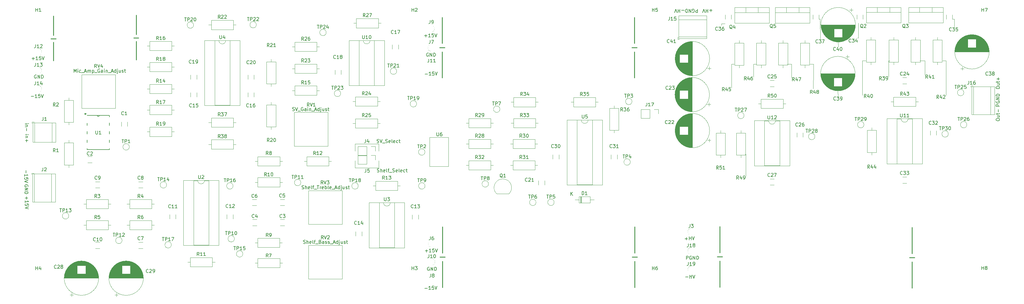
<source format=gto>
G04 #@! TF.GenerationSoftware,KiCad,Pcbnew,8.0.4*
G04 #@! TF.CreationDate,2024-10-07T12:43:38-04:00*
G04 #@! TF.ProjectId,Signal_Processing_Board,5369676e-616c-45f5-9072-6f6365737369,rev?*
G04 #@! TF.SameCoordinates,Original*
G04 #@! TF.FileFunction,Legend,Top*
G04 #@! TF.FilePolarity,Positive*
%FSLAX46Y46*%
G04 Gerber Fmt 4.6, Leading zero omitted, Abs format (unit mm)*
G04 Created by KiCad (PCBNEW 8.0.4) date 2024-10-07 12:43:38*
%MOMM*%
%LPD*%
G01*
G04 APERTURE LIST*
%ADD10C,0.100000*%
%ADD11C,0.250000*%
%ADD12C,0.150000*%
%ADD13C,0.120000*%
%ADD14C,0.152400*%
%ADD15C,2.000000*%
%ADD16R,2.000000X2.000000*%
%ADD17C,1.600000*%
%ADD18C,1.500000*%
%ADD19C,5.700000*%
%ADD20O,1.600000X1.600000*%
%ADD21R,2.400000X1.600000*%
%ADD22O,2.400000X1.600000*%
%ADD23R,1.700000X1.700000*%
%ADD24O,1.700000X1.700000*%
%ADD25R,2.100000X2.100000*%
%ADD26C,2.100000*%
%ADD27C,1.524000*%
%ADD28O,2.000000X1.500000*%
%ADD29R,1.050000X1.500000*%
%ADD30O,1.050000X1.500000*%
%ADD31O,1.524000X1.524000*%
%ADD32R,1.905000X2.000000*%
%ADD33O,1.905000X2.000000*%
%ADD34R,1.371600X1.371600*%
%ADD35C,1.371600*%
%ADD36O,1.550000X1.550000*%
%ADD37R,1.500000X1.500000*%
%ADD38O,1.500000X1.500000*%
G04 APERTURE END LIST*
D10*
X352800000Y-102350000D02*
X352210000Y-102359000D01*
X318310000Y-125180000D02*
X318260000Y-123662323D01*
X318400000Y-110570000D02*
X318340000Y-109132323D01*
X312990000Y-102390000D02*
X312670000Y-102379000D01*
D11*
X109500000Y-107948536D02*
X111000000Y-107948536D01*
X85750000Y-101448536D02*
X85750000Y-107198536D01*
X85750000Y-109198536D02*
X85750000Y-114698536D01*
D10*
X310970000Y-123010000D02*
X311000000Y-118000000D01*
D11*
X257210000Y-110828536D02*
X258710000Y-110828536D01*
D10*
X311000000Y-118000000D02*
X311000000Y-115750000D01*
X175130000Y-139428536D02*
X182130000Y-139428536D01*
X325540000Y-124980000D02*
X325540000Y-114730000D01*
X304500000Y-118250000D02*
X304500000Y-115750000D01*
X344040000Y-118980000D02*
X344040000Y-114730000D01*
X333290000Y-114730000D02*
X333540000Y-114730000D01*
X175130000Y-141528536D02*
X175130000Y-139428536D01*
D11*
X200210000Y-110828536D02*
X201710000Y-110828536D01*
X340250000Y-164250000D02*
X340250000Y-172000000D01*
X200280000Y-173078536D02*
X201780000Y-173078536D01*
D10*
X283750000Y-104250000D02*
X283750000Y-103750000D01*
X311000000Y-115750000D02*
X310000000Y-115750000D01*
D11*
X258030000Y-174328536D02*
X258030000Y-182078536D01*
D10*
X182130000Y-139428536D02*
X182130000Y-141528536D01*
D11*
X201030000Y-174328536D02*
X201030000Y-182078536D01*
X283250000Y-174250000D02*
X283250000Y-182000000D01*
X110250000Y-101198536D02*
X110250000Y-106948536D01*
D10*
X352750000Y-104600000D02*
X352800000Y-102350000D01*
X175130000Y-146528536D02*
X175130000Y-144428536D01*
D11*
X339500000Y-173250000D02*
X341000000Y-173250000D01*
D10*
X291000000Y-142500000D02*
X290750000Y-142500000D01*
D11*
X283250000Y-164000000D02*
X283250000Y-171750000D01*
X85000000Y-108198536D02*
X86500000Y-108198536D01*
D10*
X283750000Y-103750000D02*
X284750000Y-103750000D01*
D11*
X257960000Y-101828536D02*
X257960000Y-109578536D01*
D10*
X324290000Y-107980000D02*
X324040000Y-107980000D01*
D11*
X200960000Y-112078536D02*
X200960000Y-119828536D01*
D10*
X350290000Y-124980000D02*
X350290000Y-114730000D01*
X304500000Y-115750000D02*
X303250000Y-115750000D01*
D11*
X110250000Y-108948536D02*
X110250000Y-114448536D01*
D10*
X291000000Y-149000000D02*
X291000000Y-142500000D01*
X286750000Y-115750000D02*
X287500000Y-115750000D01*
X344040000Y-114730000D02*
X342540000Y-114730000D01*
D11*
X257960000Y-112078536D02*
X257960000Y-119828536D01*
X200960000Y-101828536D02*
X200960000Y-109578536D01*
D10*
X313250000Y-104250000D02*
X313250000Y-103750000D01*
X304500000Y-119750000D02*
X304500000Y-118250000D01*
X293250000Y-119500000D02*
X293250000Y-115750000D01*
X313020000Y-108220000D02*
X312990000Y-102390000D01*
D11*
X340250000Y-174500000D02*
X340250000Y-182250000D01*
X258030000Y-164078536D02*
X258030000Y-171828536D01*
D10*
X293250000Y-115750000D02*
X294000000Y-115750000D01*
X182130000Y-144428536D02*
X182130000Y-146528536D01*
D11*
X257280000Y-173078536D02*
X258780000Y-173078536D01*
D10*
X324290000Y-107980000D02*
X324290000Y-103480000D01*
X333290000Y-119480000D02*
X333290000Y-114730000D01*
D11*
X201030000Y-164078536D02*
X201030000Y-171828536D01*
X282500000Y-173000000D02*
X284000000Y-173000000D01*
D10*
X350290000Y-114730000D02*
X349290000Y-114730000D01*
X182130000Y-146528536D02*
X175130000Y-146528536D01*
X352040000Y-103170000D02*
X351790000Y-103170000D01*
X325540000Y-114730000D02*
X326540000Y-114730000D01*
X286750000Y-122750000D02*
X286750000Y-115750000D01*
D12*
X77400180Y-136665315D02*
X78066847Y-136665315D01*
X78400180Y-136665315D02*
X78352561Y-136617696D01*
X78352561Y-136617696D02*
X78304942Y-136665315D01*
X78304942Y-136665315D02*
X78352561Y-136712934D01*
X78352561Y-136712934D02*
X78400180Y-136665315D01*
X78400180Y-136665315D02*
X78304942Y-136665315D01*
X78066847Y-137141505D02*
X77400180Y-137141505D01*
X77971609Y-137141505D02*
X78019228Y-137189124D01*
X78019228Y-137189124D02*
X78066847Y-137284362D01*
X78066847Y-137284362D02*
X78066847Y-137427219D01*
X78066847Y-137427219D02*
X78019228Y-137522457D01*
X78019228Y-137522457D02*
X77923990Y-137570076D01*
X77923990Y-137570076D02*
X77400180Y-137570076D01*
X77781133Y-138046267D02*
X77781133Y-138808172D01*
X77400180Y-138427219D02*
X78162085Y-138427219D01*
X366169819Y-128253220D02*
X365169819Y-128253220D01*
X365169819Y-128253220D02*
X365169819Y-127872268D01*
X365169819Y-127872268D02*
X365217438Y-127777030D01*
X365217438Y-127777030D02*
X365265057Y-127729411D01*
X365265057Y-127729411D02*
X365360295Y-127681792D01*
X365360295Y-127681792D02*
X365503152Y-127681792D01*
X365503152Y-127681792D02*
X365598390Y-127729411D01*
X365598390Y-127729411D02*
X365646009Y-127777030D01*
X365646009Y-127777030D02*
X365693628Y-127872268D01*
X365693628Y-127872268D02*
X365693628Y-128253220D01*
X365217438Y-126729411D02*
X365169819Y-126824649D01*
X365169819Y-126824649D02*
X365169819Y-126967506D01*
X365169819Y-126967506D02*
X365217438Y-127110363D01*
X365217438Y-127110363D02*
X365312676Y-127205601D01*
X365312676Y-127205601D02*
X365407914Y-127253220D01*
X365407914Y-127253220D02*
X365598390Y-127300839D01*
X365598390Y-127300839D02*
X365741247Y-127300839D01*
X365741247Y-127300839D02*
X365931723Y-127253220D01*
X365931723Y-127253220D02*
X366026961Y-127205601D01*
X366026961Y-127205601D02*
X366122200Y-127110363D01*
X366122200Y-127110363D02*
X366169819Y-126967506D01*
X366169819Y-126967506D02*
X366169819Y-126872268D01*
X366169819Y-126872268D02*
X366122200Y-126729411D01*
X366122200Y-126729411D02*
X366074580Y-126681792D01*
X366074580Y-126681792D02*
X365741247Y-126681792D01*
X365741247Y-126681792D02*
X365741247Y-126872268D01*
X366169819Y-126253220D02*
X365169819Y-126253220D01*
X365169819Y-126253220D02*
X366169819Y-125681792D01*
X366169819Y-125681792D02*
X365169819Y-125681792D01*
X366169819Y-125205601D02*
X365169819Y-125205601D01*
X365169819Y-125205601D02*
X365169819Y-124967506D01*
X365169819Y-124967506D02*
X365217438Y-124824649D01*
X365217438Y-124824649D02*
X365312676Y-124729411D01*
X365312676Y-124729411D02*
X365407914Y-124681792D01*
X365407914Y-124681792D02*
X365598390Y-124634173D01*
X365598390Y-124634173D02*
X365741247Y-124634173D01*
X365741247Y-124634173D02*
X365931723Y-124681792D01*
X365931723Y-124681792D02*
X366026961Y-124729411D01*
X366026961Y-124729411D02*
X366122200Y-124824649D01*
X366122200Y-124824649D02*
X366169819Y-124967506D01*
X366169819Y-124967506D02*
X366169819Y-125205601D01*
X273086779Y-178988866D02*
X273848684Y-178988866D01*
X274324874Y-179369819D02*
X274324874Y-178369819D01*
X274324874Y-178846009D02*
X274896302Y-178846009D01*
X274896302Y-179369819D02*
X274896302Y-178369819D01*
X275229636Y-178369819D02*
X275562969Y-179369819D01*
X275562969Y-179369819D02*
X275896302Y-178369819D01*
X273336779Y-173759819D02*
X273336779Y-172759819D01*
X273336779Y-172759819D02*
X273717731Y-172759819D01*
X273717731Y-172759819D02*
X273812969Y-172807438D01*
X273812969Y-172807438D02*
X273860588Y-172855057D01*
X273860588Y-172855057D02*
X273908207Y-172950295D01*
X273908207Y-172950295D02*
X273908207Y-173093152D01*
X273908207Y-173093152D02*
X273860588Y-173188390D01*
X273860588Y-173188390D02*
X273812969Y-173236009D01*
X273812969Y-173236009D02*
X273717731Y-173283628D01*
X273717731Y-173283628D02*
X273336779Y-173283628D01*
X274860588Y-172807438D02*
X274765350Y-172759819D01*
X274765350Y-172759819D02*
X274622493Y-172759819D01*
X274622493Y-172759819D02*
X274479636Y-172807438D01*
X274479636Y-172807438D02*
X274384398Y-172902676D01*
X274384398Y-172902676D02*
X274336779Y-172997914D01*
X274336779Y-172997914D02*
X274289160Y-173188390D01*
X274289160Y-173188390D02*
X274289160Y-173331247D01*
X274289160Y-173331247D02*
X274336779Y-173521723D01*
X274336779Y-173521723D02*
X274384398Y-173616961D01*
X274384398Y-173616961D02*
X274479636Y-173712200D01*
X274479636Y-173712200D02*
X274622493Y-173759819D01*
X274622493Y-173759819D02*
X274717731Y-173759819D01*
X274717731Y-173759819D02*
X274860588Y-173712200D01*
X274860588Y-173712200D02*
X274908207Y-173664580D01*
X274908207Y-173664580D02*
X274908207Y-173331247D01*
X274908207Y-173331247D02*
X274717731Y-173331247D01*
X275336779Y-173759819D02*
X275336779Y-172759819D01*
X275336779Y-172759819D02*
X275908207Y-173759819D01*
X275908207Y-173759819D02*
X275908207Y-172759819D01*
X276384398Y-173759819D02*
X276384398Y-172759819D01*
X276384398Y-172759819D02*
X276622493Y-172759819D01*
X276622493Y-172759819D02*
X276765350Y-172807438D01*
X276765350Y-172807438D02*
X276860588Y-172902676D01*
X276860588Y-172902676D02*
X276908207Y-172997914D01*
X276908207Y-172997914D02*
X276955826Y-173188390D01*
X276955826Y-173188390D02*
X276955826Y-173331247D01*
X276955826Y-173331247D02*
X276908207Y-173521723D01*
X276908207Y-173521723D02*
X276860588Y-173616961D01*
X276860588Y-173616961D02*
X276765350Y-173712200D01*
X276765350Y-173712200D02*
X276622493Y-173759819D01*
X276622493Y-173759819D02*
X276384398Y-173759819D01*
X195936779Y-171197402D02*
X196698684Y-171197402D01*
X196317731Y-171578355D02*
X196317731Y-170816450D01*
X197698683Y-171578355D02*
X197127255Y-171578355D01*
X197412969Y-171578355D02*
X197412969Y-170578355D01*
X197412969Y-170578355D02*
X197317731Y-170721212D01*
X197317731Y-170721212D02*
X197222493Y-170816450D01*
X197222493Y-170816450D02*
X197127255Y-170864069D01*
X198603445Y-170578355D02*
X198127255Y-170578355D01*
X198127255Y-170578355D02*
X198079636Y-171054545D01*
X198079636Y-171054545D02*
X198127255Y-171006926D01*
X198127255Y-171006926D02*
X198222493Y-170959307D01*
X198222493Y-170959307D02*
X198460588Y-170959307D01*
X198460588Y-170959307D02*
X198555826Y-171006926D01*
X198555826Y-171006926D02*
X198603445Y-171054545D01*
X198603445Y-171054545D02*
X198651064Y-171149783D01*
X198651064Y-171149783D02*
X198651064Y-171387878D01*
X198651064Y-171387878D02*
X198603445Y-171483116D01*
X198603445Y-171483116D02*
X198555826Y-171530736D01*
X198555826Y-171530736D02*
X198460588Y-171578355D01*
X198460588Y-171578355D02*
X198222493Y-171578355D01*
X198222493Y-171578355D02*
X198127255Y-171530736D01*
X198127255Y-171530736D02*
X198079636Y-171483116D01*
X198936779Y-170578355D02*
X199270112Y-171578355D01*
X199270112Y-171578355D02*
X199603445Y-170578355D01*
X77581133Y-147305315D02*
X77581133Y-148067220D01*
X77200180Y-149067219D02*
X77200180Y-148495791D01*
X77200180Y-148781505D02*
X78200180Y-148781505D01*
X78200180Y-148781505D02*
X78057323Y-148686267D01*
X78057323Y-148686267D02*
X77962085Y-148591029D01*
X77962085Y-148591029D02*
X77914466Y-148495791D01*
X78200180Y-149971981D02*
X78200180Y-149495791D01*
X78200180Y-149495791D02*
X77723990Y-149448172D01*
X77723990Y-149448172D02*
X77771609Y-149495791D01*
X77771609Y-149495791D02*
X77819228Y-149591029D01*
X77819228Y-149591029D02*
X77819228Y-149829124D01*
X77819228Y-149829124D02*
X77771609Y-149924362D01*
X77771609Y-149924362D02*
X77723990Y-149971981D01*
X77723990Y-149971981D02*
X77628752Y-150019600D01*
X77628752Y-150019600D02*
X77390657Y-150019600D01*
X77390657Y-150019600D02*
X77295419Y-149971981D01*
X77295419Y-149971981D02*
X77247800Y-149924362D01*
X77247800Y-149924362D02*
X77200180Y-149829124D01*
X77200180Y-149829124D02*
X77200180Y-149591029D01*
X77200180Y-149591029D02*
X77247800Y-149495791D01*
X77247800Y-149495791D02*
X77295419Y-149448172D01*
X78200180Y-150305315D02*
X77200180Y-150638648D01*
X77200180Y-150638648D02*
X78200180Y-150971981D01*
X195746779Y-107278866D02*
X196508684Y-107278866D01*
X196127731Y-107659819D02*
X196127731Y-106897914D01*
X197508683Y-107659819D02*
X196937255Y-107659819D01*
X197222969Y-107659819D02*
X197222969Y-106659819D01*
X197222969Y-106659819D02*
X197127731Y-106802676D01*
X197127731Y-106802676D02*
X197032493Y-106897914D01*
X197032493Y-106897914D02*
X196937255Y-106945533D01*
X198413445Y-106659819D02*
X197937255Y-106659819D01*
X197937255Y-106659819D02*
X197889636Y-107136009D01*
X197889636Y-107136009D02*
X197937255Y-107088390D01*
X197937255Y-107088390D02*
X198032493Y-107040771D01*
X198032493Y-107040771D02*
X198270588Y-107040771D01*
X198270588Y-107040771D02*
X198365826Y-107088390D01*
X198365826Y-107088390D02*
X198413445Y-107136009D01*
X198413445Y-107136009D02*
X198461064Y-107231247D01*
X198461064Y-107231247D02*
X198461064Y-107469342D01*
X198461064Y-107469342D02*
X198413445Y-107564580D01*
X198413445Y-107564580D02*
X198365826Y-107612200D01*
X198365826Y-107612200D02*
X198270588Y-107659819D01*
X198270588Y-107659819D02*
X198032493Y-107659819D01*
X198032493Y-107659819D02*
X197937255Y-107612200D01*
X197937255Y-107612200D02*
X197889636Y-107564580D01*
X198746779Y-106659819D02*
X199080112Y-107659819D01*
X199080112Y-107659819D02*
X199413445Y-106659819D01*
X79116779Y-125317402D02*
X79878684Y-125317402D01*
X80878683Y-125698355D02*
X80307255Y-125698355D01*
X80592969Y-125698355D02*
X80592969Y-124698355D01*
X80592969Y-124698355D02*
X80497731Y-124841212D01*
X80497731Y-124841212D02*
X80402493Y-124936450D01*
X80402493Y-124936450D02*
X80307255Y-124984069D01*
X81783445Y-124698355D02*
X81307255Y-124698355D01*
X81307255Y-124698355D02*
X81259636Y-125174545D01*
X81259636Y-125174545D02*
X81307255Y-125126926D01*
X81307255Y-125126926D02*
X81402493Y-125079307D01*
X81402493Y-125079307D02*
X81640588Y-125079307D01*
X81640588Y-125079307D02*
X81735826Y-125126926D01*
X81735826Y-125126926D02*
X81783445Y-125174545D01*
X81783445Y-125174545D02*
X81831064Y-125269783D01*
X81831064Y-125269783D02*
X81831064Y-125507878D01*
X81831064Y-125507878D02*
X81783445Y-125603116D01*
X81783445Y-125603116D02*
X81735826Y-125650736D01*
X81735826Y-125650736D02*
X81640588Y-125698355D01*
X81640588Y-125698355D02*
X81402493Y-125698355D01*
X81402493Y-125698355D02*
X81307255Y-125650736D01*
X81307255Y-125650736D02*
X81259636Y-125603116D01*
X82116779Y-124698355D02*
X82450112Y-125698355D01*
X82450112Y-125698355D02*
X82783445Y-124698355D01*
X78182561Y-152139124D02*
X78230180Y-152043886D01*
X78230180Y-152043886D02*
X78230180Y-151901029D01*
X78230180Y-151901029D02*
X78182561Y-151758172D01*
X78182561Y-151758172D02*
X78087323Y-151662934D01*
X78087323Y-151662934D02*
X77992085Y-151615315D01*
X77992085Y-151615315D02*
X77801609Y-151567696D01*
X77801609Y-151567696D02*
X77658752Y-151567696D01*
X77658752Y-151567696D02*
X77468276Y-151615315D01*
X77468276Y-151615315D02*
X77373038Y-151662934D01*
X77373038Y-151662934D02*
X77277800Y-151758172D01*
X77277800Y-151758172D02*
X77230180Y-151901029D01*
X77230180Y-151901029D02*
X77230180Y-151996267D01*
X77230180Y-151996267D02*
X77277800Y-152139124D01*
X77277800Y-152139124D02*
X77325419Y-152186743D01*
X77325419Y-152186743D02*
X77658752Y-152186743D01*
X77658752Y-152186743D02*
X77658752Y-151996267D01*
X77230180Y-152615315D02*
X78230180Y-152615315D01*
X78230180Y-152615315D02*
X77230180Y-153186743D01*
X77230180Y-153186743D02*
X78230180Y-153186743D01*
X77230180Y-153662934D02*
X78230180Y-153662934D01*
X78230180Y-153662934D02*
X78230180Y-153901029D01*
X78230180Y-153901029D02*
X78182561Y-154043886D01*
X78182561Y-154043886D02*
X78087323Y-154139124D01*
X78087323Y-154139124D02*
X77992085Y-154186743D01*
X77992085Y-154186743D02*
X77801609Y-154234362D01*
X77801609Y-154234362D02*
X77658752Y-154234362D01*
X77658752Y-154234362D02*
X77468276Y-154186743D01*
X77468276Y-154186743D02*
X77373038Y-154139124D01*
X77373038Y-154139124D02*
X77277800Y-154043886D01*
X77277800Y-154043886D02*
X77230180Y-153901029D01*
X77230180Y-153901029D02*
X77230180Y-153662934D01*
X79366779Y-114067402D02*
X80128684Y-114067402D01*
X79747731Y-114448355D02*
X79747731Y-113686450D01*
X81128683Y-114448355D02*
X80557255Y-114448355D01*
X80842969Y-114448355D02*
X80842969Y-113448355D01*
X80842969Y-113448355D02*
X80747731Y-113591212D01*
X80747731Y-113591212D02*
X80652493Y-113686450D01*
X80652493Y-113686450D02*
X80557255Y-113734069D01*
X82033445Y-113448355D02*
X81557255Y-113448355D01*
X81557255Y-113448355D02*
X81509636Y-113924545D01*
X81509636Y-113924545D02*
X81557255Y-113876926D01*
X81557255Y-113876926D02*
X81652493Y-113829307D01*
X81652493Y-113829307D02*
X81890588Y-113829307D01*
X81890588Y-113829307D02*
X81985826Y-113876926D01*
X81985826Y-113876926D02*
X82033445Y-113924545D01*
X82033445Y-113924545D02*
X82081064Y-114019783D01*
X82081064Y-114019783D02*
X82081064Y-114257878D01*
X82081064Y-114257878D02*
X82033445Y-114353116D01*
X82033445Y-114353116D02*
X81985826Y-114400736D01*
X81985826Y-114400736D02*
X81890588Y-114448355D01*
X81890588Y-114448355D02*
X81652493Y-114448355D01*
X81652493Y-114448355D02*
X81557255Y-114400736D01*
X81557255Y-114400736D02*
X81509636Y-114353116D01*
X82366779Y-113448355D02*
X82700112Y-114448355D01*
X82700112Y-114448355D02*
X83033445Y-113448355D01*
X195886779Y-118658866D02*
X196648684Y-118658866D01*
X197648683Y-119039819D02*
X197077255Y-119039819D01*
X197362969Y-119039819D02*
X197362969Y-118039819D01*
X197362969Y-118039819D02*
X197267731Y-118182676D01*
X197267731Y-118182676D02*
X197172493Y-118277914D01*
X197172493Y-118277914D02*
X197077255Y-118325533D01*
X198553445Y-118039819D02*
X198077255Y-118039819D01*
X198077255Y-118039819D02*
X198029636Y-118516009D01*
X198029636Y-118516009D02*
X198077255Y-118468390D01*
X198077255Y-118468390D02*
X198172493Y-118420771D01*
X198172493Y-118420771D02*
X198410588Y-118420771D01*
X198410588Y-118420771D02*
X198505826Y-118468390D01*
X198505826Y-118468390D02*
X198553445Y-118516009D01*
X198553445Y-118516009D02*
X198601064Y-118611247D01*
X198601064Y-118611247D02*
X198601064Y-118849342D01*
X198601064Y-118849342D02*
X198553445Y-118944580D01*
X198553445Y-118944580D02*
X198505826Y-118992200D01*
X198505826Y-118992200D02*
X198410588Y-119039819D01*
X198410588Y-119039819D02*
X198172493Y-119039819D01*
X198172493Y-119039819D02*
X198077255Y-118992200D01*
X198077255Y-118992200D02*
X198029636Y-118944580D01*
X198886779Y-118039819D02*
X199220112Y-119039819D01*
X199220112Y-119039819D02*
X199553445Y-118039819D01*
X181619160Y-139050736D02*
X181762017Y-139098355D01*
X181762017Y-139098355D02*
X182000112Y-139098355D01*
X182000112Y-139098355D02*
X182095350Y-139050736D01*
X182095350Y-139050736D02*
X182142969Y-139003116D01*
X182142969Y-139003116D02*
X182190588Y-138907878D01*
X182190588Y-138907878D02*
X182190588Y-138812640D01*
X182190588Y-138812640D02*
X182142969Y-138717402D01*
X182142969Y-138717402D02*
X182095350Y-138669783D01*
X182095350Y-138669783D02*
X182000112Y-138622164D01*
X182000112Y-138622164D02*
X181809636Y-138574545D01*
X181809636Y-138574545D02*
X181714398Y-138526926D01*
X181714398Y-138526926D02*
X181666779Y-138479307D01*
X181666779Y-138479307D02*
X181619160Y-138384069D01*
X181619160Y-138384069D02*
X181619160Y-138288831D01*
X181619160Y-138288831D02*
X181666779Y-138193593D01*
X181666779Y-138193593D02*
X181714398Y-138145974D01*
X181714398Y-138145974D02*
X181809636Y-138098355D01*
X181809636Y-138098355D02*
X182047731Y-138098355D01*
X182047731Y-138098355D02*
X182190588Y-138145974D01*
X182476303Y-138098355D02*
X182809636Y-139098355D01*
X182809636Y-139098355D02*
X183142969Y-138098355D01*
X183238208Y-139193593D02*
X184000112Y-139193593D01*
X184190589Y-139050736D02*
X184333446Y-139098355D01*
X184333446Y-139098355D02*
X184571541Y-139098355D01*
X184571541Y-139098355D02*
X184666779Y-139050736D01*
X184666779Y-139050736D02*
X184714398Y-139003116D01*
X184714398Y-139003116D02*
X184762017Y-138907878D01*
X184762017Y-138907878D02*
X184762017Y-138812640D01*
X184762017Y-138812640D02*
X184714398Y-138717402D01*
X184714398Y-138717402D02*
X184666779Y-138669783D01*
X184666779Y-138669783D02*
X184571541Y-138622164D01*
X184571541Y-138622164D02*
X184381065Y-138574545D01*
X184381065Y-138574545D02*
X184285827Y-138526926D01*
X184285827Y-138526926D02*
X184238208Y-138479307D01*
X184238208Y-138479307D02*
X184190589Y-138384069D01*
X184190589Y-138384069D02*
X184190589Y-138288831D01*
X184190589Y-138288831D02*
X184238208Y-138193593D01*
X184238208Y-138193593D02*
X184285827Y-138145974D01*
X184285827Y-138145974D02*
X184381065Y-138098355D01*
X184381065Y-138098355D02*
X184619160Y-138098355D01*
X184619160Y-138098355D02*
X184762017Y-138145974D01*
X185571541Y-139050736D02*
X185476303Y-139098355D01*
X185476303Y-139098355D02*
X185285827Y-139098355D01*
X185285827Y-139098355D02*
X185190589Y-139050736D01*
X185190589Y-139050736D02*
X185142970Y-138955497D01*
X185142970Y-138955497D02*
X185142970Y-138574545D01*
X185142970Y-138574545D02*
X185190589Y-138479307D01*
X185190589Y-138479307D02*
X185285827Y-138431688D01*
X185285827Y-138431688D02*
X185476303Y-138431688D01*
X185476303Y-138431688D02*
X185571541Y-138479307D01*
X185571541Y-138479307D02*
X185619160Y-138574545D01*
X185619160Y-138574545D02*
X185619160Y-138669783D01*
X185619160Y-138669783D02*
X185142970Y-138765021D01*
X186190589Y-139098355D02*
X186095351Y-139050736D01*
X186095351Y-139050736D02*
X186047732Y-138955497D01*
X186047732Y-138955497D02*
X186047732Y-138098355D01*
X186952494Y-139050736D02*
X186857256Y-139098355D01*
X186857256Y-139098355D02*
X186666780Y-139098355D01*
X186666780Y-139098355D02*
X186571542Y-139050736D01*
X186571542Y-139050736D02*
X186523923Y-138955497D01*
X186523923Y-138955497D02*
X186523923Y-138574545D01*
X186523923Y-138574545D02*
X186571542Y-138479307D01*
X186571542Y-138479307D02*
X186666780Y-138431688D01*
X186666780Y-138431688D02*
X186857256Y-138431688D01*
X186857256Y-138431688D02*
X186952494Y-138479307D01*
X186952494Y-138479307D02*
X187000113Y-138574545D01*
X187000113Y-138574545D02*
X187000113Y-138669783D01*
X187000113Y-138669783D02*
X186523923Y-138765021D01*
X187857256Y-139050736D02*
X187762018Y-139098355D01*
X187762018Y-139098355D02*
X187571542Y-139098355D01*
X187571542Y-139098355D02*
X187476304Y-139050736D01*
X187476304Y-139050736D02*
X187428685Y-139003116D01*
X187428685Y-139003116D02*
X187381066Y-138907878D01*
X187381066Y-138907878D02*
X187381066Y-138622164D01*
X187381066Y-138622164D02*
X187428685Y-138526926D01*
X187428685Y-138526926D02*
X187476304Y-138479307D01*
X187476304Y-138479307D02*
X187571542Y-138431688D01*
X187571542Y-138431688D02*
X187762018Y-138431688D01*
X187762018Y-138431688D02*
X187857256Y-138479307D01*
X188142971Y-138431688D02*
X188523923Y-138431688D01*
X188285828Y-138098355D02*
X188285828Y-138955497D01*
X188285828Y-138955497D02*
X188333447Y-139050736D01*
X188333447Y-139050736D02*
X188428685Y-139098355D01*
X188428685Y-139098355D02*
X188523923Y-139098355D01*
X159389160Y-152790736D02*
X159532017Y-152838355D01*
X159532017Y-152838355D02*
X159770112Y-152838355D01*
X159770112Y-152838355D02*
X159865350Y-152790736D01*
X159865350Y-152790736D02*
X159912969Y-152743116D01*
X159912969Y-152743116D02*
X159960588Y-152647878D01*
X159960588Y-152647878D02*
X159960588Y-152552640D01*
X159960588Y-152552640D02*
X159912969Y-152457402D01*
X159912969Y-152457402D02*
X159865350Y-152409783D01*
X159865350Y-152409783D02*
X159770112Y-152362164D01*
X159770112Y-152362164D02*
X159579636Y-152314545D01*
X159579636Y-152314545D02*
X159484398Y-152266926D01*
X159484398Y-152266926D02*
X159436779Y-152219307D01*
X159436779Y-152219307D02*
X159389160Y-152124069D01*
X159389160Y-152124069D02*
X159389160Y-152028831D01*
X159389160Y-152028831D02*
X159436779Y-151933593D01*
X159436779Y-151933593D02*
X159484398Y-151885974D01*
X159484398Y-151885974D02*
X159579636Y-151838355D01*
X159579636Y-151838355D02*
X159817731Y-151838355D01*
X159817731Y-151838355D02*
X159960588Y-151885974D01*
X160389160Y-152838355D02*
X160389160Y-151838355D01*
X160817731Y-152838355D02*
X160817731Y-152314545D01*
X160817731Y-152314545D02*
X160770112Y-152219307D01*
X160770112Y-152219307D02*
X160674874Y-152171688D01*
X160674874Y-152171688D02*
X160532017Y-152171688D01*
X160532017Y-152171688D02*
X160436779Y-152219307D01*
X160436779Y-152219307D02*
X160389160Y-152266926D01*
X161674874Y-152790736D02*
X161579636Y-152838355D01*
X161579636Y-152838355D02*
X161389160Y-152838355D01*
X161389160Y-152838355D02*
X161293922Y-152790736D01*
X161293922Y-152790736D02*
X161246303Y-152695497D01*
X161246303Y-152695497D02*
X161246303Y-152314545D01*
X161246303Y-152314545D02*
X161293922Y-152219307D01*
X161293922Y-152219307D02*
X161389160Y-152171688D01*
X161389160Y-152171688D02*
X161579636Y-152171688D01*
X161579636Y-152171688D02*
X161674874Y-152219307D01*
X161674874Y-152219307D02*
X161722493Y-152314545D01*
X161722493Y-152314545D02*
X161722493Y-152409783D01*
X161722493Y-152409783D02*
X161246303Y-152505021D01*
X162293922Y-152838355D02*
X162198684Y-152790736D01*
X162198684Y-152790736D02*
X162151065Y-152695497D01*
X162151065Y-152695497D02*
X162151065Y-151838355D01*
X162532018Y-152171688D02*
X162912970Y-152171688D01*
X162674875Y-152838355D02*
X162674875Y-151981212D01*
X162674875Y-151981212D02*
X162722494Y-151885974D01*
X162722494Y-151885974D02*
X162817732Y-151838355D01*
X162817732Y-151838355D02*
X162912970Y-151838355D01*
X163008209Y-152933593D02*
X163770113Y-152933593D01*
X163865352Y-151838355D02*
X164436780Y-151838355D01*
X164151066Y-152838355D02*
X164151066Y-151838355D01*
X164770114Y-152838355D02*
X164770114Y-152171688D01*
X164770114Y-152362164D02*
X164817733Y-152266926D01*
X164817733Y-152266926D02*
X164865352Y-152219307D01*
X164865352Y-152219307D02*
X164960590Y-152171688D01*
X164960590Y-152171688D02*
X165055828Y-152171688D01*
X165770114Y-152790736D02*
X165674876Y-152838355D01*
X165674876Y-152838355D02*
X165484400Y-152838355D01*
X165484400Y-152838355D02*
X165389162Y-152790736D01*
X165389162Y-152790736D02*
X165341543Y-152695497D01*
X165341543Y-152695497D02*
X165341543Y-152314545D01*
X165341543Y-152314545D02*
X165389162Y-152219307D01*
X165389162Y-152219307D02*
X165484400Y-152171688D01*
X165484400Y-152171688D02*
X165674876Y-152171688D01*
X165674876Y-152171688D02*
X165770114Y-152219307D01*
X165770114Y-152219307D02*
X165817733Y-152314545D01*
X165817733Y-152314545D02*
X165817733Y-152409783D01*
X165817733Y-152409783D02*
X165341543Y-152505021D01*
X166246305Y-152838355D02*
X166246305Y-151838355D01*
X166246305Y-152219307D02*
X166341543Y-152171688D01*
X166341543Y-152171688D02*
X166532019Y-152171688D01*
X166532019Y-152171688D02*
X166627257Y-152219307D01*
X166627257Y-152219307D02*
X166674876Y-152266926D01*
X166674876Y-152266926D02*
X166722495Y-152362164D01*
X166722495Y-152362164D02*
X166722495Y-152647878D01*
X166722495Y-152647878D02*
X166674876Y-152743116D01*
X166674876Y-152743116D02*
X166627257Y-152790736D01*
X166627257Y-152790736D02*
X166532019Y-152838355D01*
X166532019Y-152838355D02*
X166341543Y-152838355D01*
X166341543Y-152838355D02*
X166246305Y-152790736D01*
X167293924Y-152838355D02*
X167198686Y-152790736D01*
X167198686Y-152790736D02*
X167151067Y-152695497D01*
X167151067Y-152695497D02*
X167151067Y-151838355D01*
X168055829Y-152790736D02*
X167960591Y-152838355D01*
X167960591Y-152838355D02*
X167770115Y-152838355D01*
X167770115Y-152838355D02*
X167674877Y-152790736D01*
X167674877Y-152790736D02*
X167627258Y-152695497D01*
X167627258Y-152695497D02*
X167627258Y-152314545D01*
X167627258Y-152314545D02*
X167674877Y-152219307D01*
X167674877Y-152219307D02*
X167770115Y-152171688D01*
X167770115Y-152171688D02*
X167960591Y-152171688D01*
X167960591Y-152171688D02*
X168055829Y-152219307D01*
X168055829Y-152219307D02*
X168103448Y-152314545D01*
X168103448Y-152314545D02*
X168103448Y-152409783D01*
X168103448Y-152409783D02*
X167627258Y-152505021D01*
X168293925Y-152933593D02*
X169055829Y-152933593D01*
X169246306Y-152552640D02*
X169722496Y-152552640D01*
X169151068Y-152838355D02*
X169484401Y-151838355D01*
X169484401Y-151838355D02*
X169817734Y-152838355D01*
X170579639Y-152838355D02*
X170579639Y-151838355D01*
X170579639Y-152790736D02*
X170484401Y-152838355D01*
X170484401Y-152838355D02*
X170293925Y-152838355D01*
X170293925Y-152838355D02*
X170198687Y-152790736D01*
X170198687Y-152790736D02*
X170151068Y-152743116D01*
X170151068Y-152743116D02*
X170103449Y-152647878D01*
X170103449Y-152647878D02*
X170103449Y-152362164D01*
X170103449Y-152362164D02*
X170151068Y-152266926D01*
X170151068Y-152266926D02*
X170198687Y-152219307D01*
X170198687Y-152219307D02*
X170293925Y-152171688D01*
X170293925Y-152171688D02*
X170484401Y-152171688D01*
X170484401Y-152171688D02*
X170579639Y-152219307D01*
X171055830Y-152171688D02*
X171055830Y-153028831D01*
X171055830Y-153028831D02*
X171008211Y-153124069D01*
X171008211Y-153124069D02*
X170912973Y-153171688D01*
X170912973Y-153171688D02*
X170865354Y-153171688D01*
X171055830Y-151838355D02*
X171008211Y-151885974D01*
X171008211Y-151885974D02*
X171055830Y-151933593D01*
X171055830Y-151933593D02*
X171103449Y-151885974D01*
X171103449Y-151885974D02*
X171055830Y-151838355D01*
X171055830Y-151838355D02*
X171055830Y-151933593D01*
X171960591Y-152171688D02*
X171960591Y-152838355D01*
X171532020Y-152171688D02*
X171532020Y-152695497D01*
X171532020Y-152695497D02*
X171579639Y-152790736D01*
X171579639Y-152790736D02*
X171674877Y-152838355D01*
X171674877Y-152838355D02*
X171817734Y-152838355D01*
X171817734Y-152838355D02*
X171912972Y-152790736D01*
X171912972Y-152790736D02*
X171960591Y-152743116D01*
X172389163Y-152790736D02*
X172484401Y-152838355D01*
X172484401Y-152838355D02*
X172674877Y-152838355D01*
X172674877Y-152838355D02*
X172770115Y-152790736D01*
X172770115Y-152790736D02*
X172817734Y-152695497D01*
X172817734Y-152695497D02*
X172817734Y-152647878D01*
X172817734Y-152647878D02*
X172770115Y-152552640D01*
X172770115Y-152552640D02*
X172674877Y-152505021D01*
X172674877Y-152505021D02*
X172532020Y-152505021D01*
X172532020Y-152505021D02*
X172436782Y-152457402D01*
X172436782Y-152457402D02*
X172389163Y-152362164D01*
X172389163Y-152362164D02*
X172389163Y-152314545D01*
X172389163Y-152314545D02*
X172436782Y-152219307D01*
X172436782Y-152219307D02*
X172532020Y-152171688D01*
X172532020Y-152171688D02*
X172674877Y-152171688D01*
X172674877Y-152171688D02*
X172770115Y-152219307D01*
X173103449Y-152171688D02*
X173484401Y-152171688D01*
X173246306Y-151838355D02*
X173246306Y-152695497D01*
X173246306Y-152695497D02*
X173293925Y-152790736D01*
X173293925Y-152790736D02*
X173389163Y-152838355D01*
X173389163Y-152838355D02*
X173484401Y-152838355D01*
X159849160Y-169000736D02*
X159992017Y-169048355D01*
X159992017Y-169048355D02*
X160230112Y-169048355D01*
X160230112Y-169048355D02*
X160325350Y-169000736D01*
X160325350Y-169000736D02*
X160372969Y-168953116D01*
X160372969Y-168953116D02*
X160420588Y-168857878D01*
X160420588Y-168857878D02*
X160420588Y-168762640D01*
X160420588Y-168762640D02*
X160372969Y-168667402D01*
X160372969Y-168667402D02*
X160325350Y-168619783D01*
X160325350Y-168619783D02*
X160230112Y-168572164D01*
X160230112Y-168572164D02*
X160039636Y-168524545D01*
X160039636Y-168524545D02*
X159944398Y-168476926D01*
X159944398Y-168476926D02*
X159896779Y-168429307D01*
X159896779Y-168429307D02*
X159849160Y-168334069D01*
X159849160Y-168334069D02*
X159849160Y-168238831D01*
X159849160Y-168238831D02*
X159896779Y-168143593D01*
X159896779Y-168143593D02*
X159944398Y-168095974D01*
X159944398Y-168095974D02*
X160039636Y-168048355D01*
X160039636Y-168048355D02*
X160277731Y-168048355D01*
X160277731Y-168048355D02*
X160420588Y-168095974D01*
X160849160Y-169048355D02*
X160849160Y-168048355D01*
X161277731Y-169048355D02*
X161277731Y-168524545D01*
X161277731Y-168524545D02*
X161230112Y-168429307D01*
X161230112Y-168429307D02*
X161134874Y-168381688D01*
X161134874Y-168381688D02*
X160992017Y-168381688D01*
X160992017Y-168381688D02*
X160896779Y-168429307D01*
X160896779Y-168429307D02*
X160849160Y-168476926D01*
X162134874Y-169000736D02*
X162039636Y-169048355D01*
X162039636Y-169048355D02*
X161849160Y-169048355D01*
X161849160Y-169048355D02*
X161753922Y-169000736D01*
X161753922Y-169000736D02*
X161706303Y-168905497D01*
X161706303Y-168905497D02*
X161706303Y-168524545D01*
X161706303Y-168524545D02*
X161753922Y-168429307D01*
X161753922Y-168429307D02*
X161849160Y-168381688D01*
X161849160Y-168381688D02*
X162039636Y-168381688D01*
X162039636Y-168381688D02*
X162134874Y-168429307D01*
X162134874Y-168429307D02*
X162182493Y-168524545D01*
X162182493Y-168524545D02*
X162182493Y-168619783D01*
X162182493Y-168619783D02*
X161706303Y-168715021D01*
X162753922Y-169048355D02*
X162658684Y-169000736D01*
X162658684Y-169000736D02*
X162611065Y-168905497D01*
X162611065Y-168905497D02*
X162611065Y-168048355D01*
X162992018Y-168381688D02*
X163372970Y-168381688D01*
X163134875Y-169048355D02*
X163134875Y-168191212D01*
X163134875Y-168191212D02*
X163182494Y-168095974D01*
X163182494Y-168095974D02*
X163277732Y-168048355D01*
X163277732Y-168048355D02*
X163372970Y-168048355D01*
X163468209Y-169143593D02*
X164230113Y-169143593D01*
X164801542Y-168524545D02*
X164944399Y-168572164D01*
X164944399Y-168572164D02*
X164992018Y-168619783D01*
X164992018Y-168619783D02*
X165039637Y-168715021D01*
X165039637Y-168715021D02*
X165039637Y-168857878D01*
X165039637Y-168857878D02*
X164992018Y-168953116D01*
X164992018Y-168953116D02*
X164944399Y-169000736D01*
X164944399Y-169000736D02*
X164849161Y-169048355D01*
X164849161Y-169048355D02*
X164468209Y-169048355D01*
X164468209Y-169048355D02*
X164468209Y-168048355D01*
X164468209Y-168048355D02*
X164801542Y-168048355D01*
X164801542Y-168048355D02*
X164896780Y-168095974D01*
X164896780Y-168095974D02*
X164944399Y-168143593D01*
X164944399Y-168143593D02*
X164992018Y-168238831D01*
X164992018Y-168238831D02*
X164992018Y-168334069D01*
X164992018Y-168334069D02*
X164944399Y-168429307D01*
X164944399Y-168429307D02*
X164896780Y-168476926D01*
X164896780Y-168476926D02*
X164801542Y-168524545D01*
X164801542Y-168524545D02*
X164468209Y-168524545D01*
X165896780Y-169048355D02*
X165896780Y-168524545D01*
X165896780Y-168524545D02*
X165849161Y-168429307D01*
X165849161Y-168429307D02*
X165753923Y-168381688D01*
X165753923Y-168381688D02*
X165563447Y-168381688D01*
X165563447Y-168381688D02*
X165468209Y-168429307D01*
X165896780Y-169000736D02*
X165801542Y-169048355D01*
X165801542Y-169048355D02*
X165563447Y-169048355D01*
X165563447Y-169048355D02*
X165468209Y-169000736D01*
X165468209Y-169000736D02*
X165420590Y-168905497D01*
X165420590Y-168905497D02*
X165420590Y-168810259D01*
X165420590Y-168810259D02*
X165468209Y-168715021D01*
X165468209Y-168715021D02*
X165563447Y-168667402D01*
X165563447Y-168667402D02*
X165801542Y-168667402D01*
X165801542Y-168667402D02*
X165896780Y-168619783D01*
X166325352Y-169000736D02*
X166420590Y-169048355D01*
X166420590Y-169048355D02*
X166611066Y-169048355D01*
X166611066Y-169048355D02*
X166706304Y-169000736D01*
X166706304Y-169000736D02*
X166753923Y-168905497D01*
X166753923Y-168905497D02*
X166753923Y-168857878D01*
X166753923Y-168857878D02*
X166706304Y-168762640D01*
X166706304Y-168762640D02*
X166611066Y-168715021D01*
X166611066Y-168715021D02*
X166468209Y-168715021D01*
X166468209Y-168715021D02*
X166372971Y-168667402D01*
X166372971Y-168667402D02*
X166325352Y-168572164D01*
X166325352Y-168572164D02*
X166325352Y-168524545D01*
X166325352Y-168524545D02*
X166372971Y-168429307D01*
X166372971Y-168429307D02*
X166468209Y-168381688D01*
X166468209Y-168381688D02*
X166611066Y-168381688D01*
X166611066Y-168381688D02*
X166706304Y-168429307D01*
X167134876Y-169000736D02*
X167230114Y-169048355D01*
X167230114Y-169048355D02*
X167420590Y-169048355D01*
X167420590Y-169048355D02*
X167515828Y-169000736D01*
X167515828Y-169000736D02*
X167563447Y-168905497D01*
X167563447Y-168905497D02*
X167563447Y-168857878D01*
X167563447Y-168857878D02*
X167515828Y-168762640D01*
X167515828Y-168762640D02*
X167420590Y-168715021D01*
X167420590Y-168715021D02*
X167277733Y-168715021D01*
X167277733Y-168715021D02*
X167182495Y-168667402D01*
X167182495Y-168667402D02*
X167134876Y-168572164D01*
X167134876Y-168572164D02*
X167134876Y-168524545D01*
X167134876Y-168524545D02*
X167182495Y-168429307D01*
X167182495Y-168429307D02*
X167277733Y-168381688D01*
X167277733Y-168381688D02*
X167420590Y-168381688D01*
X167420590Y-168381688D02*
X167515828Y-168429307D01*
X167753924Y-169143593D02*
X168515828Y-169143593D01*
X168706305Y-168762640D02*
X169182495Y-168762640D01*
X168611067Y-169048355D02*
X168944400Y-168048355D01*
X168944400Y-168048355D02*
X169277733Y-169048355D01*
X170039638Y-169048355D02*
X170039638Y-168048355D01*
X170039638Y-169000736D02*
X169944400Y-169048355D01*
X169944400Y-169048355D02*
X169753924Y-169048355D01*
X169753924Y-169048355D02*
X169658686Y-169000736D01*
X169658686Y-169000736D02*
X169611067Y-168953116D01*
X169611067Y-168953116D02*
X169563448Y-168857878D01*
X169563448Y-168857878D02*
X169563448Y-168572164D01*
X169563448Y-168572164D02*
X169611067Y-168476926D01*
X169611067Y-168476926D02*
X169658686Y-168429307D01*
X169658686Y-168429307D02*
X169753924Y-168381688D01*
X169753924Y-168381688D02*
X169944400Y-168381688D01*
X169944400Y-168381688D02*
X170039638Y-168429307D01*
X170515829Y-168381688D02*
X170515829Y-169238831D01*
X170515829Y-169238831D02*
X170468210Y-169334069D01*
X170468210Y-169334069D02*
X170372972Y-169381688D01*
X170372972Y-169381688D02*
X170325353Y-169381688D01*
X170515829Y-168048355D02*
X170468210Y-168095974D01*
X170468210Y-168095974D02*
X170515829Y-168143593D01*
X170515829Y-168143593D02*
X170563448Y-168095974D01*
X170563448Y-168095974D02*
X170515829Y-168048355D01*
X170515829Y-168048355D02*
X170515829Y-168143593D01*
X171420590Y-168381688D02*
X171420590Y-169048355D01*
X170992019Y-168381688D02*
X170992019Y-168905497D01*
X170992019Y-168905497D02*
X171039638Y-169000736D01*
X171039638Y-169000736D02*
X171134876Y-169048355D01*
X171134876Y-169048355D02*
X171277733Y-169048355D01*
X171277733Y-169048355D02*
X171372971Y-169000736D01*
X171372971Y-169000736D02*
X171420590Y-168953116D01*
X171849162Y-169000736D02*
X171944400Y-169048355D01*
X171944400Y-169048355D02*
X172134876Y-169048355D01*
X172134876Y-169048355D02*
X172230114Y-169000736D01*
X172230114Y-169000736D02*
X172277733Y-168905497D01*
X172277733Y-168905497D02*
X172277733Y-168857878D01*
X172277733Y-168857878D02*
X172230114Y-168762640D01*
X172230114Y-168762640D02*
X172134876Y-168715021D01*
X172134876Y-168715021D02*
X171992019Y-168715021D01*
X171992019Y-168715021D02*
X171896781Y-168667402D01*
X171896781Y-168667402D02*
X171849162Y-168572164D01*
X171849162Y-168572164D02*
X171849162Y-168524545D01*
X171849162Y-168524545D02*
X171896781Y-168429307D01*
X171896781Y-168429307D02*
X171992019Y-168381688D01*
X171992019Y-168381688D02*
X172134876Y-168381688D01*
X172134876Y-168381688D02*
X172230114Y-168429307D01*
X172563448Y-168381688D02*
X172944400Y-168381688D01*
X172706305Y-168048355D02*
X172706305Y-168905497D01*
X172706305Y-168905497D02*
X172753924Y-169000736D01*
X172753924Y-169000736D02*
X172849162Y-169048355D01*
X172849162Y-169048355D02*
X172944400Y-169048355D01*
X365169819Y-122812744D02*
X365169819Y-122622268D01*
X365169819Y-122622268D02*
X365217438Y-122527030D01*
X365217438Y-122527030D02*
X365312676Y-122431792D01*
X365312676Y-122431792D02*
X365503152Y-122384173D01*
X365503152Y-122384173D02*
X365836485Y-122384173D01*
X365836485Y-122384173D02*
X366026961Y-122431792D01*
X366026961Y-122431792D02*
X366122200Y-122527030D01*
X366122200Y-122527030D02*
X366169819Y-122622268D01*
X366169819Y-122622268D02*
X366169819Y-122812744D01*
X366169819Y-122812744D02*
X366122200Y-122907982D01*
X366122200Y-122907982D02*
X366026961Y-123003220D01*
X366026961Y-123003220D02*
X365836485Y-123050839D01*
X365836485Y-123050839D02*
X365503152Y-123050839D01*
X365503152Y-123050839D02*
X365312676Y-123003220D01*
X365312676Y-123003220D02*
X365217438Y-122907982D01*
X365217438Y-122907982D02*
X365169819Y-122812744D01*
X365503152Y-121527030D02*
X366169819Y-121527030D01*
X365503152Y-121955601D02*
X366026961Y-121955601D01*
X366026961Y-121955601D02*
X366122200Y-121907982D01*
X366122200Y-121907982D02*
X366169819Y-121812744D01*
X366169819Y-121812744D02*
X366169819Y-121669887D01*
X366169819Y-121669887D02*
X366122200Y-121574649D01*
X366122200Y-121574649D02*
X366074580Y-121527030D01*
X365503152Y-121193696D02*
X365503152Y-120812744D01*
X365169819Y-121050839D02*
X366026961Y-121050839D01*
X366026961Y-121050839D02*
X366122200Y-121003220D01*
X366122200Y-121003220D02*
X366169819Y-120907982D01*
X366169819Y-120907982D02*
X366169819Y-120812744D01*
X365788866Y-120479410D02*
X365788866Y-119717506D01*
X366169819Y-120098458D02*
X365407914Y-120098458D01*
X156589160Y-129530736D02*
X156732017Y-129578355D01*
X156732017Y-129578355D02*
X156970112Y-129578355D01*
X156970112Y-129578355D02*
X157065350Y-129530736D01*
X157065350Y-129530736D02*
X157112969Y-129483116D01*
X157112969Y-129483116D02*
X157160588Y-129387878D01*
X157160588Y-129387878D02*
X157160588Y-129292640D01*
X157160588Y-129292640D02*
X157112969Y-129197402D01*
X157112969Y-129197402D02*
X157065350Y-129149783D01*
X157065350Y-129149783D02*
X156970112Y-129102164D01*
X156970112Y-129102164D02*
X156779636Y-129054545D01*
X156779636Y-129054545D02*
X156684398Y-129006926D01*
X156684398Y-129006926D02*
X156636779Y-128959307D01*
X156636779Y-128959307D02*
X156589160Y-128864069D01*
X156589160Y-128864069D02*
X156589160Y-128768831D01*
X156589160Y-128768831D02*
X156636779Y-128673593D01*
X156636779Y-128673593D02*
X156684398Y-128625974D01*
X156684398Y-128625974D02*
X156779636Y-128578355D01*
X156779636Y-128578355D02*
X157017731Y-128578355D01*
X157017731Y-128578355D02*
X157160588Y-128625974D01*
X157446303Y-128578355D02*
X157779636Y-129578355D01*
X157779636Y-129578355D02*
X158112969Y-128578355D01*
X158208208Y-129673593D02*
X158970112Y-129673593D01*
X159732017Y-128625974D02*
X159636779Y-128578355D01*
X159636779Y-128578355D02*
X159493922Y-128578355D01*
X159493922Y-128578355D02*
X159351065Y-128625974D01*
X159351065Y-128625974D02*
X159255827Y-128721212D01*
X159255827Y-128721212D02*
X159208208Y-128816450D01*
X159208208Y-128816450D02*
X159160589Y-129006926D01*
X159160589Y-129006926D02*
X159160589Y-129149783D01*
X159160589Y-129149783D02*
X159208208Y-129340259D01*
X159208208Y-129340259D02*
X159255827Y-129435497D01*
X159255827Y-129435497D02*
X159351065Y-129530736D01*
X159351065Y-129530736D02*
X159493922Y-129578355D01*
X159493922Y-129578355D02*
X159589160Y-129578355D01*
X159589160Y-129578355D02*
X159732017Y-129530736D01*
X159732017Y-129530736D02*
X159779636Y-129483116D01*
X159779636Y-129483116D02*
X159779636Y-129149783D01*
X159779636Y-129149783D02*
X159589160Y-129149783D01*
X160636779Y-129578355D02*
X160636779Y-129054545D01*
X160636779Y-129054545D02*
X160589160Y-128959307D01*
X160589160Y-128959307D02*
X160493922Y-128911688D01*
X160493922Y-128911688D02*
X160303446Y-128911688D01*
X160303446Y-128911688D02*
X160208208Y-128959307D01*
X160636779Y-129530736D02*
X160541541Y-129578355D01*
X160541541Y-129578355D02*
X160303446Y-129578355D01*
X160303446Y-129578355D02*
X160208208Y-129530736D01*
X160208208Y-129530736D02*
X160160589Y-129435497D01*
X160160589Y-129435497D02*
X160160589Y-129340259D01*
X160160589Y-129340259D02*
X160208208Y-129245021D01*
X160208208Y-129245021D02*
X160303446Y-129197402D01*
X160303446Y-129197402D02*
X160541541Y-129197402D01*
X160541541Y-129197402D02*
X160636779Y-129149783D01*
X161112970Y-129578355D02*
X161112970Y-128911688D01*
X161112970Y-128578355D02*
X161065351Y-128625974D01*
X161065351Y-128625974D02*
X161112970Y-128673593D01*
X161112970Y-128673593D02*
X161160589Y-128625974D01*
X161160589Y-128625974D02*
X161112970Y-128578355D01*
X161112970Y-128578355D02*
X161112970Y-128673593D01*
X161589160Y-128911688D02*
X161589160Y-129578355D01*
X161589160Y-129006926D02*
X161636779Y-128959307D01*
X161636779Y-128959307D02*
X161732017Y-128911688D01*
X161732017Y-128911688D02*
X161874874Y-128911688D01*
X161874874Y-128911688D02*
X161970112Y-128959307D01*
X161970112Y-128959307D02*
X162017731Y-129054545D01*
X162017731Y-129054545D02*
X162017731Y-129578355D01*
X162255827Y-129673593D02*
X163017731Y-129673593D01*
X163208208Y-129292640D02*
X163684398Y-129292640D01*
X163112970Y-129578355D02*
X163446303Y-128578355D01*
X163446303Y-128578355D02*
X163779636Y-129578355D01*
X164541541Y-129578355D02*
X164541541Y-128578355D01*
X164541541Y-129530736D02*
X164446303Y-129578355D01*
X164446303Y-129578355D02*
X164255827Y-129578355D01*
X164255827Y-129578355D02*
X164160589Y-129530736D01*
X164160589Y-129530736D02*
X164112970Y-129483116D01*
X164112970Y-129483116D02*
X164065351Y-129387878D01*
X164065351Y-129387878D02*
X164065351Y-129102164D01*
X164065351Y-129102164D02*
X164112970Y-129006926D01*
X164112970Y-129006926D02*
X164160589Y-128959307D01*
X164160589Y-128959307D02*
X164255827Y-128911688D01*
X164255827Y-128911688D02*
X164446303Y-128911688D01*
X164446303Y-128911688D02*
X164541541Y-128959307D01*
X165017732Y-128911688D02*
X165017732Y-129768831D01*
X165017732Y-129768831D02*
X164970113Y-129864069D01*
X164970113Y-129864069D02*
X164874875Y-129911688D01*
X164874875Y-129911688D02*
X164827256Y-129911688D01*
X165017732Y-128578355D02*
X164970113Y-128625974D01*
X164970113Y-128625974D02*
X165017732Y-128673593D01*
X165017732Y-128673593D02*
X165065351Y-128625974D01*
X165065351Y-128625974D02*
X165017732Y-128578355D01*
X165017732Y-128578355D02*
X165017732Y-128673593D01*
X165922493Y-128911688D02*
X165922493Y-129578355D01*
X165493922Y-128911688D02*
X165493922Y-129435497D01*
X165493922Y-129435497D02*
X165541541Y-129530736D01*
X165541541Y-129530736D02*
X165636779Y-129578355D01*
X165636779Y-129578355D02*
X165779636Y-129578355D01*
X165779636Y-129578355D02*
X165874874Y-129530736D01*
X165874874Y-129530736D02*
X165922493Y-129483116D01*
X166351065Y-129530736D02*
X166446303Y-129578355D01*
X166446303Y-129578355D02*
X166636779Y-129578355D01*
X166636779Y-129578355D02*
X166732017Y-129530736D01*
X166732017Y-129530736D02*
X166779636Y-129435497D01*
X166779636Y-129435497D02*
X166779636Y-129387878D01*
X166779636Y-129387878D02*
X166732017Y-129292640D01*
X166732017Y-129292640D02*
X166636779Y-129245021D01*
X166636779Y-129245021D02*
X166493922Y-129245021D01*
X166493922Y-129245021D02*
X166398684Y-129197402D01*
X166398684Y-129197402D02*
X166351065Y-129102164D01*
X166351065Y-129102164D02*
X166351065Y-129054545D01*
X166351065Y-129054545D02*
X166398684Y-128959307D01*
X166398684Y-128959307D02*
X166493922Y-128911688D01*
X166493922Y-128911688D02*
X166636779Y-128911688D01*
X166636779Y-128911688D02*
X166732017Y-128959307D01*
X167065351Y-128911688D02*
X167446303Y-128911688D01*
X167208208Y-128578355D02*
X167208208Y-129435497D01*
X167208208Y-129435497D02*
X167255827Y-129530736D01*
X167255827Y-129530736D02*
X167351065Y-129578355D01*
X167351065Y-129578355D02*
X167446303Y-129578355D01*
X196880588Y-112477438D02*
X196785350Y-112429819D01*
X196785350Y-112429819D02*
X196642493Y-112429819D01*
X196642493Y-112429819D02*
X196499636Y-112477438D01*
X196499636Y-112477438D02*
X196404398Y-112572676D01*
X196404398Y-112572676D02*
X196356779Y-112667914D01*
X196356779Y-112667914D02*
X196309160Y-112858390D01*
X196309160Y-112858390D02*
X196309160Y-113001247D01*
X196309160Y-113001247D02*
X196356779Y-113191723D01*
X196356779Y-113191723D02*
X196404398Y-113286961D01*
X196404398Y-113286961D02*
X196499636Y-113382200D01*
X196499636Y-113382200D02*
X196642493Y-113429819D01*
X196642493Y-113429819D02*
X196737731Y-113429819D01*
X196737731Y-113429819D02*
X196880588Y-113382200D01*
X196880588Y-113382200D02*
X196928207Y-113334580D01*
X196928207Y-113334580D02*
X196928207Y-113001247D01*
X196928207Y-113001247D02*
X196737731Y-113001247D01*
X197356779Y-113429819D02*
X197356779Y-112429819D01*
X197356779Y-112429819D02*
X197928207Y-113429819D01*
X197928207Y-113429819D02*
X197928207Y-112429819D01*
X198404398Y-113429819D02*
X198404398Y-112429819D01*
X198404398Y-112429819D02*
X198642493Y-112429819D01*
X198642493Y-112429819D02*
X198785350Y-112477438D01*
X198785350Y-112477438D02*
X198880588Y-112572676D01*
X198880588Y-112572676D02*
X198928207Y-112667914D01*
X198928207Y-112667914D02*
X198975826Y-112858390D01*
X198975826Y-112858390D02*
X198975826Y-113001247D01*
X198975826Y-113001247D02*
X198928207Y-113191723D01*
X198928207Y-113191723D02*
X198880588Y-113286961D01*
X198880588Y-113286961D02*
X198785350Y-113382200D01*
X198785350Y-113382200D02*
X198642493Y-113429819D01*
X198642493Y-113429819D02*
X198404398Y-113429819D01*
X80640588Y-118995974D02*
X80545350Y-118948355D01*
X80545350Y-118948355D02*
X80402493Y-118948355D01*
X80402493Y-118948355D02*
X80259636Y-118995974D01*
X80259636Y-118995974D02*
X80164398Y-119091212D01*
X80164398Y-119091212D02*
X80116779Y-119186450D01*
X80116779Y-119186450D02*
X80069160Y-119376926D01*
X80069160Y-119376926D02*
X80069160Y-119519783D01*
X80069160Y-119519783D02*
X80116779Y-119710259D01*
X80116779Y-119710259D02*
X80164398Y-119805497D01*
X80164398Y-119805497D02*
X80259636Y-119900736D01*
X80259636Y-119900736D02*
X80402493Y-119948355D01*
X80402493Y-119948355D02*
X80497731Y-119948355D01*
X80497731Y-119948355D02*
X80640588Y-119900736D01*
X80640588Y-119900736D02*
X80688207Y-119853116D01*
X80688207Y-119853116D02*
X80688207Y-119519783D01*
X80688207Y-119519783D02*
X80497731Y-119519783D01*
X81116779Y-119948355D02*
X81116779Y-118948355D01*
X81116779Y-118948355D02*
X81688207Y-119948355D01*
X81688207Y-119948355D02*
X81688207Y-118948355D01*
X82164398Y-119948355D02*
X82164398Y-118948355D01*
X82164398Y-118948355D02*
X82402493Y-118948355D01*
X82402493Y-118948355D02*
X82545350Y-118995974D01*
X82545350Y-118995974D02*
X82640588Y-119091212D01*
X82640588Y-119091212D02*
X82688207Y-119186450D01*
X82688207Y-119186450D02*
X82735826Y-119376926D01*
X82735826Y-119376926D02*
X82735826Y-119519783D01*
X82735826Y-119519783D02*
X82688207Y-119710259D01*
X82688207Y-119710259D02*
X82640588Y-119805497D01*
X82640588Y-119805497D02*
X82545350Y-119900736D01*
X82545350Y-119900736D02*
X82402493Y-119948355D01*
X82402493Y-119948355D02*
X82164398Y-119948355D01*
X195806779Y-182327402D02*
X196568684Y-182327402D01*
X197568683Y-182708355D02*
X196997255Y-182708355D01*
X197282969Y-182708355D02*
X197282969Y-181708355D01*
X197282969Y-181708355D02*
X197187731Y-181851212D01*
X197187731Y-181851212D02*
X197092493Y-181946450D01*
X197092493Y-181946450D02*
X196997255Y-181994069D01*
X198473445Y-181708355D02*
X197997255Y-181708355D01*
X197997255Y-181708355D02*
X197949636Y-182184545D01*
X197949636Y-182184545D02*
X197997255Y-182136926D01*
X197997255Y-182136926D02*
X198092493Y-182089307D01*
X198092493Y-182089307D02*
X198330588Y-182089307D01*
X198330588Y-182089307D02*
X198425826Y-182136926D01*
X198425826Y-182136926D02*
X198473445Y-182184545D01*
X198473445Y-182184545D02*
X198521064Y-182279783D01*
X198521064Y-182279783D02*
X198521064Y-182517878D01*
X198521064Y-182517878D02*
X198473445Y-182613116D01*
X198473445Y-182613116D02*
X198425826Y-182660736D01*
X198425826Y-182660736D02*
X198330588Y-182708355D01*
X198330588Y-182708355D02*
X198092493Y-182708355D01*
X198092493Y-182708355D02*
X197997255Y-182660736D01*
X197997255Y-182660736D02*
X197949636Y-182613116D01*
X198806779Y-181708355D02*
X199140112Y-182708355D01*
X199140112Y-182708355D02*
X199473445Y-181708355D01*
X272663220Y-99761133D02*
X271901316Y-99761133D01*
X271425125Y-99380180D02*
X271425125Y-100380180D01*
X271425125Y-99903990D02*
X270853697Y-99903990D01*
X270853697Y-99380180D02*
X270853697Y-100380180D01*
X270520363Y-100380180D02*
X270187030Y-99380180D01*
X270187030Y-99380180D02*
X269853697Y-100380180D01*
X77741133Y-155115315D02*
X77741133Y-155877220D01*
X77360180Y-155496267D02*
X78122085Y-155496267D01*
X77360180Y-156877219D02*
X77360180Y-156305791D01*
X77360180Y-156591505D02*
X78360180Y-156591505D01*
X78360180Y-156591505D02*
X78217323Y-156496267D01*
X78217323Y-156496267D02*
X78122085Y-156401029D01*
X78122085Y-156401029D02*
X78074466Y-156305791D01*
X78360180Y-157781981D02*
X78360180Y-157305791D01*
X78360180Y-157305791D02*
X77883990Y-157258172D01*
X77883990Y-157258172D02*
X77931609Y-157305791D01*
X77931609Y-157305791D02*
X77979228Y-157401029D01*
X77979228Y-157401029D02*
X77979228Y-157639124D01*
X77979228Y-157639124D02*
X77931609Y-157734362D01*
X77931609Y-157734362D02*
X77883990Y-157781981D01*
X77883990Y-157781981D02*
X77788752Y-157829600D01*
X77788752Y-157829600D02*
X77550657Y-157829600D01*
X77550657Y-157829600D02*
X77455419Y-157781981D01*
X77455419Y-157781981D02*
X77407800Y-157734362D01*
X77407800Y-157734362D02*
X77360180Y-157639124D01*
X77360180Y-157639124D02*
X77360180Y-157401029D01*
X77360180Y-157401029D02*
X77407800Y-157305791D01*
X77407800Y-157305791D02*
X77455419Y-157258172D01*
X78360180Y-158115315D02*
X77360180Y-158448648D01*
X77360180Y-158448648D02*
X78360180Y-158781981D01*
X365169819Y-132312744D02*
X365169819Y-132122268D01*
X365169819Y-132122268D02*
X365217438Y-132027030D01*
X365217438Y-132027030D02*
X365312676Y-131931792D01*
X365312676Y-131931792D02*
X365503152Y-131884173D01*
X365503152Y-131884173D02*
X365836485Y-131884173D01*
X365836485Y-131884173D02*
X366026961Y-131931792D01*
X366026961Y-131931792D02*
X366122200Y-132027030D01*
X366122200Y-132027030D02*
X366169819Y-132122268D01*
X366169819Y-132122268D02*
X366169819Y-132312744D01*
X366169819Y-132312744D02*
X366122200Y-132407982D01*
X366122200Y-132407982D02*
X366026961Y-132503220D01*
X366026961Y-132503220D02*
X365836485Y-132550839D01*
X365836485Y-132550839D02*
X365503152Y-132550839D01*
X365503152Y-132550839D02*
X365312676Y-132503220D01*
X365312676Y-132503220D02*
X365217438Y-132407982D01*
X365217438Y-132407982D02*
X365169819Y-132312744D01*
X365503152Y-131027030D02*
X366169819Y-131027030D01*
X365503152Y-131455601D02*
X366026961Y-131455601D01*
X366026961Y-131455601D02*
X366122200Y-131407982D01*
X366122200Y-131407982D02*
X366169819Y-131312744D01*
X366169819Y-131312744D02*
X366169819Y-131169887D01*
X366169819Y-131169887D02*
X366122200Y-131074649D01*
X366122200Y-131074649D02*
X366074580Y-131027030D01*
X365503152Y-130693696D02*
X365503152Y-130312744D01*
X365169819Y-130550839D02*
X366026961Y-130550839D01*
X366026961Y-130550839D02*
X366122200Y-130503220D01*
X366122200Y-130503220D02*
X366169819Y-130407982D01*
X366169819Y-130407982D02*
X366169819Y-130312744D01*
X365788866Y-129979410D02*
X365788866Y-129217506D01*
X91806779Y-118198355D02*
X91806779Y-117198355D01*
X91806779Y-117198355D02*
X92140112Y-117912640D01*
X92140112Y-117912640D02*
X92473445Y-117198355D01*
X92473445Y-117198355D02*
X92473445Y-118198355D01*
X92949636Y-118198355D02*
X92949636Y-117531688D01*
X92949636Y-117198355D02*
X92902017Y-117245974D01*
X92902017Y-117245974D02*
X92949636Y-117293593D01*
X92949636Y-117293593D02*
X92997255Y-117245974D01*
X92997255Y-117245974D02*
X92949636Y-117198355D01*
X92949636Y-117198355D02*
X92949636Y-117293593D01*
X93854397Y-118150736D02*
X93759159Y-118198355D01*
X93759159Y-118198355D02*
X93568683Y-118198355D01*
X93568683Y-118198355D02*
X93473445Y-118150736D01*
X93473445Y-118150736D02*
X93425826Y-118103116D01*
X93425826Y-118103116D02*
X93378207Y-118007878D01*
X93378207Y-118007878D02*
X93378207Y-117722164D01*
X93378207Y-117722164D02*
X93425826Y-117626926D01*
X93425826Y-117626926D02*
X93473445Y-117579307D01*
X93473445Y-117579307D02*
X93568683Y-117531688D01*
X93568683Y-117531688D02*
X93759159Y-117531688D01*
X93759159Y-117531688D02*
X93854397Y-117579307D01*
X94044874Y-118293593D02*
X94806778Y-118293593D01*
X94997255Y-117912640D02*
X95473445Y-117912640D01*
X94902017Y-118198355D02*
X95235350Y-117198355D01*
X95235350Y-117198355D02*
X95568683Y-118198355D01*
X95902017Y-118198355D02*
X95902017Y-117531688D01*
X95902017Y-117626926D02*
X95949636Y-117579307D01*
X95949636Y-117579307D02*
X96044874Y-117531688D01*
X96044874Y-117531688D02*
X96187731Y-117531688D01*
X96187731Y-117531688D02*
X96282969Y-117579307D01*
X96282969Y-117579307D02*
X96330588Y-117674545D01*
X96330588Y-117674545D02*
X96330588Y-118198355D01*
X96330588Y-117674545D02*
X96378207Y-117579307D01*
X96378207Y-117579307D02*
X96473445Y-117531688D01*
X96473445Y-117531688D02*
X96616302Y-117531688D01*
X96616302Y-117531688D02*
X96711541Y-117579307D01*
X96711541Y-117579307D02*
X96759160Y-117674545D01*
X96759160Y-117674545D02*
X96759160Y-118198355D01*
X97235350Y-117531688D02*
X97235350Y-118531688D01*
X97235350Y-117579307D02*
X97330588Y-117531688D01*
X97330588Y-117531688D02*
X97521064Y-117531688D01*
X97521064Y-117531688D02*
X97616302Y-117579307D01*
X97616302Y-117579307D02*
X97663921Y-117626926D01*
X97663921Y-117626926D02*
X97711540Y-117722164D01*
X97711540Y-117722164D02*
X97711540Y-118007878D01*
X97711540Y-118007878D02*
X97663921Y-118103116D01*
X97663921Y-118103116D02*
X97616302Y-118150736D01*
X97616302Y-118150736D02*
X97521064Y-118198355D01*
X97521064Y-118198355D02*
X97330588Y-118198355D01*
X97330588Y-118198355D02*
X97235350Y-118150736D01*
X97902017Y-118293593D02*
X98663921Y-118293593D01*
X99425826Y-117245974D02*
X99330588Y-117198355D01*
X99330588Y-117198355D02*
X99187731Y-117198355D01*
X99187731Y-117198355D02*
X99044874Y-117245974D01*
X99044874Y-117245974D02*
X98949636Y-117341212D01*
X98949636Y-117341212D02*
X98902017Y-117436450D01*
X98902017Y-117436450D02*
X98854398Y-117626926D01*
X98854398Y-117626926D02*
X98854398Y-117769783D01*
X98854398Y-117769783D02*
X98902017Y-117960259D01*
X98902017Y-117960259D02*
X98949636Y-118055497D01*
X98949636Y-118055497D02*
X99044874Y-118150736D01*
X99044874Y-118150736D02*
X99187731Y-118198355D01*
X99187731Y-118198355D02*
X99282969Y-118198355D01*
X99282969Y-118198355D02*
X99425826Y-118150736D01*
X99425826Y-118150736D02*
X99473445Y-118103116D01*
X99473445Y-118103116D02*
X99473445Y-117769783D01*
X99473445Y-117769783D02*
X99282969Y-117769783D01*
X100330588Y-118198355D02*
X100330588Y-117674545D01*
X100330588Y-117674545D02*
X100282969Y-117579307D01*
X100282969Y-117579307D02*
X100187731Y-117531688D01*
X100187731Y-117531688D02*
X99997255Y-117531688D01*
X99997255Y-117531688D02*
X99902017Y-117579307D01*
X100330588Y-118150736D02*
X100235350Y-118198355D01*
X100235350Y-118198355D02*
X99997255Y-118198355D01*
X99997255Y-118198355D02*
X99902017Y-118150736D01*
X99902017Y-118150736D02*
X99854398Y-118055497D01*
X99854398Y-118055497D02*
X99854398Y-117960259D01*
X99854398Y-117960259D02*
X99902017Y-117865021D01*
X99902017Y-117865021D02*
X99997255Y-117817402D01*
X99997255Y-117817402D02*
X100235350Y-117817402D01*
X100235350Y-117817402D02*
X100330588Y-117769783D01*
X100806779Y-118198355D02*
X100806779Y-117531688D01*
X100806779Y-117198355D02*
X100759160Y-117245974D01*
X100759160Y-117245974D02*
X100806779Y-117293593D01*
X100806779Y-117293593D02*
X100854398Y-117245974D01*
X100854398Y-117245974D02*
X100806779Y-117198355D01*
X100806779Y-117198355D02*
X100806779Y-117293593D01*
X101282969Y-117531688D02*
X101282969Y-118198355D01*
X101282969Y-117626926D02*
X101330588Y-117579307D01*
X101330588Y-117579307D02*
X101425826Y-117531688D01*
X101425826Y-117531688D02*
X101568683Y-117531688D01*
X101568683Y-117531688D02*
X101663921Y-117579307D01*
X101663921Y-117579307D02*
X101711540Y-117674545D01*
X101711540Y-117674545D02*
X101711540Y-118198355D01*
X101949636Y-118293593D02*
X102711540Y-118293593D01*
X102902017Y-117912640D02*
X103378207Y-117912640D01*
X102806779Y-118198355D02*
X103140112Y-117198355D01*
X103140112Y-117198355D02*
X103473445Y-118198355D01*
X104235350Y-118198355D02*
X104235350Y-117198355D01*
X104235350Y-118150736D02*
X104140112Y-118198355D01*
X104140112Y-118198355D02*
X103949636Y-118198355D01*
X103949636Y-118198355D02*
X103854398Y-118150736D01*
X103854398Y-118150736D02*
X103806779Y-118103116D01*
X103806779Y-118103116D02*
X103759160Y-118007878D01*
X103759160Y-118007878D02*
X103759160Y-117722164D01*
X103759160Y-117722164D02*
X103806779Y-117626926D01*
X103806779Y-117626926D02*
X103854398Y-117579307D01*
X103854398Y-117579307D02*
X103949636Y-117531688D01*
X103949636Y-117531688D02*
X104140112Y-117531688D01*
X104140112Y-117531688D02*
X104235350Y-117579307D01*
X104711541Y-117531688D02*
X104711541Y-118388831D01*
X104711541Y-118388831D02*
X104663922Y-118484069D01*
X104663922Y-118484069D02*
X104568684Y-118531688D01*
X104568684Y-118531688D02*
X104521065Y-118531688D01*
X104711541Y-117198355D02*
X104663922Y-117245974D01*
X104663922Y-117245974D02*
X104711541Y-117293593D01*
X104711541Y-117293593D02*
X104759160Y-117245974D01*
X104759160Y-117245974D02*
X104711541Y-117198355D01*
X104711541Y-117198355D02*
X104711541Y-117293593D01*
X105616302Y-117531688D02*
X105616302Y-118198355D01*
X105187731Y-117531688D02*
X105187731Y-118055497D01*
X105187731Y-118055497D02*
X105235350Y-118150736D01*
X105235350Y-118150736D02*
X105330588Y-118198355D01*
X105330588Y-118198355D02*
X105473445Y-118198355D01*
X105473445Y-118198355D02*
X105568683Y-118150736D01*
X105568683Y-118150736D02*
X105616302Y-118103116D01*
X106044874Y-118150736D02*
X106140112Y-118198355D01*
X106140112Y-118198355D02*
X106330588Y-118198355D01*
X106330588Y-118198355D02*
X106425826Y-118150736D01*
X106425826Y-118150736D02*
X106473445Y-118055497D01*
X106473445Y-118055497D02*
X106473445Y-118007878D01*
X106473445Y-118007878D02*
X106425826Y-117912640D01*
X106425826Y-117912640D02*
X106330588Y-117865021D01*
X106330588Y-117865021D02*
X106187731Y-117865021D01*
X106187731Y-117865021D02*
X106092493Y-117817402D01*
X106092493Y-117817402D02*
X106044874Y-117722164D01*
X106044874Y-117722164D02*
X106044874Y-117674545D01*
X106044874Y-117674545D02*
X106092493Y-117579307D01*
X106092493Y-117579307D02*
X106187731Y-117531688D01*
X106187731Y-117531688D02*
X106330588Y-117531688D01*
X106330588Y-117531688D02*
X106425826Y-117579307D01*
X106759160Y-117531688D02*
X107140112Y-117531688D01*
X106902017Y-117198355D02*
X106902017Y-118055497D01*
X106902017Y-118055497D02*
X106949636Y-118150736D01*
X106949636Y-118150736D02*
X107044874Y-118198355D01*
X107044874Y-118198355D02*
X107140112Y-118198355D01*
X197160588Y-176115974D02*
X197065350Y-176068355D01*
X197065350Y-176068355D02*
X196922493Y-176068355D01*
X196922493Y-176068355D02*
X196779636Y-176115974D01*
X196779636Y-176115974D02*
X196684398Y-176211212D01*
X196684398Y-176211212D02*
X196636779Y-176306450D01*
X196636779Y-176306450D02*
X196589160Y-176496926D01*
X196589160Y-176496926D02*
X196589160Y-176639783D01*
X196589160Y-176639783D02*
X196636779Y-176830259D01*
X196636779Y-176830259D02*
X196684398Y-176925497D01*
X196684398Y-176925497D02*
X196779636Y-177020736D01*
X196779636Y-177020736D02*
X196922493Y-177068355D01*
X196922493Y-177068355D02*
X197017731Y-177068355D01*
X197017731Y-177068355D02*
X197160588Y-177020736D01*
X197160588Y-177020736D02*
X197208207Y-176973116D01*
X197208207Y-176973116D02*
X197208207Y-176639783D01*
X197208207Y-176639783D02*
X197017731Y-176639783D01*
X197636779Y-177068355D02*
X197636779Y-176068355D01*
X197636779Y-176068355D02*
X198208207Y-177068355D01*
X198208207Y-177068355D02*
X198208207Y-176068355D01*
X198684398Y-177068355D02*
X198684398Y-176068355D01*
X198684398Y-176068355D02*
X198922493Y-176068355D01*
X198922493Y-176068355D02*
X199065350Y-176115974D01*
X199065350Y-176115974D02*
X199160588Y-176211212D01*
X199160588Y-176211212D02*
X199208207Y-176306450D01*
X199208207Y-176306450D02*
X199255826Y-176496926D01*
X199255826Y-176496926D02*
X199255826Y-176639783D01*
X199255826Y-176639783D02*
X199208207Y-176830259D01*
X199208207Y-176830259D02*
X199160588Y-176925497D01*
X199160588Y-176925497D02*
X199065350Y-177020736D01*
X199065350Y-177020736D02*
X198922493Y-177068355D01*
X198922493Y-177068355D02*
X198684398Y-177068355D01*
X276663220Y-99380180D02*
X276663220Y-100380180D01*
X276663220Y-100380180D02*
X276282268Y-100380180D01*
X276282268Y-100380180D02*
X276187030Y-100332561D01*
X276187030Y-100332561D02*
X276139411Y-100284942D01*
X276139411Y-100284942D02*
X276091792Y-100189704D01*
X276091792Y-100189704D02*
X276091792Y-100046847D01*
X276091792Y-100046847D02*
X276139411Y-99951609D01*
X276139411Y-99951609D02*
X276187030Y-99903990D01*
X276187030Y-99903990D02*
X276282268Y-99856371D01*
X276282268Y-99856371D02*
X276663220Y-99856371D01*
X275139411Y-100332561D02*
X275234649Y-100380180D01*
X275234649Y-100380180D02*
X275377506Y-100380180D01*
X275377506Y-100380180D02*
X275520363Y-100332561D01*
X275520363Y-100332561D02*
X275615601Y-100237323D01*
X275615601Y-100237323D02*
X275663220Y-100142085D01*
X275663220Y-100142085D02*
X275710839Y-99951609D01*
X275710839Y-99951609D02*
X275710839Y-99808752D01*
X275710839Y-99808752D02*
X275663220Y-99618276D01*
X275663220Y-99618276D02*
X275615601Y-99523038D01*
X275615601Y-99523038D02*
X275520363Y-99427800D01*
X275520363Y-99427800D02*
X275377506Y-99380180D01*
X275377506Y-99380180D02*
X275282268Y-99380180D01*
X275282268Y-99380180D02*
X275139411Y-99427800D01*
X275139411Y-99427800D02*
X275091792Y-99475419D01*
X275091792Y-99475419D02*
X275091792Y-99808752D01*
X275091792Y-99808752D02*
X275282268Y-99808752D01*
X274663220Y-99380180D02*
X274663220Y-100380180D01*
X274663220Y-100380180D02*
X274091792Y-99380180D01*
X274091792Y-99380180D02*
X274091792Y-100380180D01*
X273615601Y-99380180D02*
X273615601Y-100380180D01*
X273615601Y-100380180D02*
X273377506Y-100380180D01*
X273377506Y-100380180D02*
X273234649Y-100332561D01*
X273234649Y-100332561D02*
X273139411Y-100237323D01*
X273139411Y-100237323D02*
X273091792Y-100142085D01*
X273091792Y-100142085D02*
X273044173Y-99951609D01*
X273044173Y-99951609D02*
X273044173Y-99808752D01*
X273044173Y-99808752D02*
X273091792Y-99618276D01*
X273091792Y-99618276D02*
X273139411Y-99523038D01*
X273139411Y-99523038D02*
X273234649Y-99427800D01*
X273234649Y-99427800D02*
X273377506Y-99380180D01*
X273377506Y-99380180D02*
X273615601Y-99380180D01*
X77360180Y-133415315D02*
X78026847Y-133415315D01*
X78360180Y-133415315D02*
X78312561Y-133367696D01*
X78312561Y-133367696D02*
X78264942Y-133415315D01*
X78264942Y-133415315D02*
X78312561Y-133462934D01*
X78312561Y-133462934D02*
X78360180Y-133415315D01*
X78360180Y-133415315D02*
X78264942Y-133415315D01*
X78026847Y-133891505D02*
X77360180Y-133891505D01*
X77931609Y-133891505D02*
X77979228Y-133939124D01*
X77979228Y-133939124D02*
X78026847Y-134034362D01*
X78026847Y-134034362D02*
X78026847Y-134177219D01*
X78026847Y-134177219D02*
X77979228Y-134272457D01*
X77979228Y-134272457D02*
X77883990Y-134320076D01*
X77883990Y-134320076D02*
X77360180Y-134320076D01*
X77741133Y-134796267D02*
X77741133Y-135558172D01*
X181719160Y-147750736D02*
X181862017Y-147798355D01*
X181862017Y-147798355D02*
X182100112Y-147798355D01*
X182100112Y-147798355D02*
X182195350Y-147750736D01*
X182195350Y-147750736D02*
X182242969Y-147703116D01*
X182242969Y-147703116D02*
X182290588Y-147607878D01*
X182290588Y-147607878D02*
X182290588Y-147512640D01*
X182290588Y-147512640D02*
X182242969Y-147417402D01*
X182242969Y-147417402D02*
X182195350Y-147369783D01*
X182195350Y-147369783D02*
X182100112Y-147322164D01*
X182100112Y-147322164D02*
X181909636Y-147274545D01*
X181909636Y-147274545D02*
X181814398Y-147226926D01*
X181814398Y-147226926D02*
X181766779Y-147179307D01*
X181766779Y-147179307D02*
X181719160Y-147084069D01*
X181719160Y-147084069D02*
X181719160Y-146988831D01*
X181719160Y-146988831D02*
X181766779Y-146893593D01*
X181766779Y-146893593D02*
X181814398Y-146845974D01*
X181814398Y-146845974D02*
X181909636Y-146798355D01*
X181909636Y-146798355D02*
X182147731Y-146798355D01*
X182147731Y-146798355D02*
X182290588Y-146845974D01*
X182719160Y-147798355D02*
X182719160Y-146798355D01*
X183147731Y-147798355D02*
X183147731Y-147274545D01*
X183147731Y-147274545D02*
X183100112Y-147179307D01*
X183100112Y-147179307D02*
X183004874Y-147131688D01*
X183004874Y-147131688D02*
X182862017Y-147131688D01*
X182862017Y-147131688D02*
X182766779Y-147179307D01*
X182766779Y-147179307D02*
X182719160Y-147226926D01*
X184004874Y-147750736D02*
X183909636Y-147798355D01*
X183909636Y-147798355D02*
X183719160Y-147798355D01*
X183719160Y-147798355D02*
X183623922Y-147750736D01*
X183623922Y-147750736D02*
X183576303Y-147655497D01*
X183576303Y-147655497D02*
X183576303Y-147274545D01*
X183576303Y-147274545D02*
X183623922Y-147179307D01*
X183623922Y-147179307D02*
X183719160Y-147131688D01*
X183719160Y-147131688D02*
X183909636Y-147131688D01*
X183909636Y-147131688D02*
X184004874Y-147179307D01*
X184004874Y-147179307D02*
X184052493Y-147274545D01*
X184052493Y-147274545D02*
X184052493Y-147369783D01*
X184052493Y-147369783D02*
X183576303Y-147465021D01*
X184623922Y-147798355D02*
X184528684Y-147750736D01*
X184528684Y-147750736D02*
X184481065Y-147655497D01*
X184481065Y-147655497D02*
X184481065Y-146798355D01*
X184862018Y-147131688D02*
X185242970Y-147131688D01*
X185004875Y-147798355D02*
X185004875Y-146941212D01*
X185004875Y-146941212D02*
X185052494Y-146845974D01*
X185052494Y-146845974D02*
X185147732Y-146798355D01*
X185147732Y-146798355D02*
X185242970Y-146798355D01*
X185338209Y-147893593D02*
X186100113Y-147893593D01*
X186290590Y-147750736D02*
X186433447Y-147798355D01*
X186433447Y-147798355D02*
X186671542Y-147798355D01*
X186671542Y-147798355D02*
X186766780Y-147750736D01*
X186766780Y-147750736D02*
X186814399Y-147703116D01*
X186814399Y-147703116D02*
X186862018Y-147607878D01*
X186862018Y-147607878D02*
X186862018Y-147512640D01*
X186862018Y-147512640D02*
X186814399Y-147417402D01*
X186814399Y-147417402D02*
X186766780Y-147369783D01*
X186766780Y-147369783D02*
X186671542Y-147322164D01*
X186671542Y-147322164D02*
X186481066Y-147274545D01*
X186481066Y-147274545D02*
X186385828Y-147226926D01*
X186385828Y-147226926D02*
X186338209Y-147179307D01*
X186338209Y-147179307D02*
X186290590Y-147084069D01*
X186290590Y-147084069D02*
X186290590Y-146988831D01*
X186290590Y-146988831D02*
X186338209Y-146893593D01*
X186338209Y-146893593D02*
X186385828Y-146845974D01*
X186385828Y-146845974D02*
X186481066Y-146798355D01*
X186481066Y-146798355D02*
X186719161Y-146798355D01*
X186719161Y-146798355D02*
X186862018Y-146845974D01*
X187671542Y-147750736D02*
X187576304Y-147798355D01*
X187576304Y-147798355D02*
X187385828Y-147798355D01*
X187385828Y-147798355D02*
X187290590Y-147750736D01*
X187290590Y-147750736D02*
X187242971Y-147655497D01*
X187242971Y-147655497D02*
X187242971Y-147274545D01*
X187242971Y-147274545D02*
X187290590Y-147179307D01*
X187290590Y-147179307D02*
X187385828Y-147131688D01*
X187385828Y-147131688D02*
X187576304Y-147131688D01*
X187576304Y-147131688D02*
X187671542Y-147179307D01*
X187671542Y-147179307D02*
X187719161Y-147274545D01*
X187719161Y-147274545D02*
X187719161Y-147369783D01*
X187719161Y-147369783D02*
X187242971Y-147465021D01*
X188290590Y-147798355D02*
X188195352Y-147750736D01*
X188195352Y-147750736D02*
X188147733Y-147655497D01*
X188147733Y-147655497D02*
X188147733Y-146798355D01*
X189052495Y-147750736D02*
X188957257Y-147798355D01*
X188957257Y-147798355D02*
X188766781Y-147798355D01*
X188766781Y-147798355D02*
X188671543Y-147750736D01*
X188671543Y-147750736D02*
X188623924Y-147655497D01*
X188623924Y-147655497D02*
X188623924Y-147274545D01*
X188623924Y-147274545D02*
X188671543Y-147179307D01*
X188671543Y-147179307D02*
X188766781Y-147131688D01*
X188766781Y-147131688D02*
X188957257Y-147131688D01*
X188957257Y-147131688D02*
X189052495Y-147179307D01*
X189052495Y-147179307D02*
X189100114Y-147274545D01*
X189100114Y-147274545D02*
X189100114Y-147369783D01*
X189100114Y-147369783D02*
X188623924Y-147465021D01*
X189957257Y-147750736D02*
X189862019Y-147798355D01*
X189862019Y-147798355D02*
X189671543Y-147798355D01*
X189671543Y-147798355D02*
X189576305Y-147750736D01*
X189576305Y-147750736D02*
X189528686Y-147703116D01*
X189528686Y-147703116D02*
X189481067Y-147607878D01*
X189481067Y-147607878D02*
X189481067Y-147322164D01*
X189481067Y-147322164D02*
X189528686Y-147226926D01*
X189528686Y-147226926D02*
X189576305Y-147179307D01*
X189576305Y-147179307D02*
X189671543Y-147131688D01*
X189671543Y-147131688D02*
X189862019Y-147131688D01*
X189862019Y-147131688D02*
X189957257Y-147179307D01*
X190242972Y-147131688D02*
X190623924Y-147131688D01*
X190385829Y-146798355D02*
X190385829Y-147655497D01*
X190385829Y-147655497D02*
X190433448Y-147750736D01*
X190433448Y-147750736D02*
X190528686Y-147798355D01*
X190528686Y-147798355D02*
X190623924Y-147798355D01*
X280973220Y-99761133D02*
X280211316Y-99761133D01*
X280592268Y-99380180D02*
X280592268Y-100142085D01*
X279735125Y-99380180D02*
X279735125Y-100380180D01*
X279735125Y-99903990D02*
X279163697Y-99903990D01*
X279163697Y-99380180D02*
X279163697Y-100380180D01*
X278830363Y-100380180D02*
X278497030Y-99380180D01*
X278497030Y-99380180D02*
X278163697Y-100380180D01*
X272946779Y-167608866D02*
X273708684Y-167608866D01*
X273327731Y-167989819D02*
X273327731Y-167227914D01*
X274184874Y-167989819D02*
X274184874Y-166989819D01*
X274184874Y-167466009D02*
X274756302Y-167466009D01*
X274756302Y-167989819D02*
X274756302Y-166989819D01*
X275089636Y-166989819D02*
X275422969Y-167989819D01*
X275422969Y-167989819D02*
X275756302Y-166989819D01*
X317587142Y-111619580D02*
X317539523Y-111667200D01*
X317539523Y-111667200D02*
X317396666Y-111714819D01*
X317396666Y-111714819D02*
X317301428Y-111714819D01*
X317301428Y-111714819D02*
X317158571Y-111667200D01*
X317158571Y-111667200D02*
X317063333Y-111571961D01*
X317063333Y-111571961D02*
X317015714Y-111476723D01*
X317015714Y-111476723D02*
X316968095Y-111286247D01*
X316968095Y-111286247D02*
X316968095Y-111143390D01*
X316968095Y-111143390D02*
X317015714Y-110952914D01*
X317015714Y-110952914D02*
X317063333Y-110857676D01*
X317063333Y-110857676D02*
X317158571Y-110762438D01*
X317158571Y-110762438D02*
X317301428Y-110714819D01*
X317301428Y-110714819D02*
X317396666Y-110714819D01*
X317396666Y-110714819D02*
X317539523Y-110762438D01*
X317539523Y-110762438D02*
X317587142Y-110810057D01*
X318444285Y-111048152D02*
X318444285Y-111714819D01*
X318206190Y-110667200D02*
X317968095Y-111381485D01*
X317968095Y-111381485D02*
X318587142Y-111381485D01*
X319158571Y-110714819D02*
X319253809Y-110714819D01*
X319253809Y-110714819D02*
X319349047Y-110762438D01*
X319349047Y-110762438D02*
X319396666Y-110810057D01*
X319396666Y-110810057D02*
X319444285Y-110905295D01*
X319444285Y-110905295D02*
X319491904Y-111095771D01*
X319491904Y-111095771D02*
X319491904Y-111333866D01*
X319491904Y-111333866D02*
X319444285Y-111524342D01*
X319444285Y-111524342D02*
X319396666Y-111619580D01*
X319396666Y-111619580D02*
X319349047Y-111667200D01*
X319349047Y-111667200D02*
X319253809Y-111714819D01*
X319253809Y-111714819D02*
X319158571Y-111714819D01*
X319158571Y-111714819D02*
X319063333Y-111667200D01*
X319063333Y-111667200D02*
X319015714Y-111619580D01*
X319015714Y-111619580D02*
X318968095Y-111524342D01*
X318968095Y-111524342D02*
X318920476Y-111333866D01*
X318920476Y-111333866D02*
X318920476Y-111095771D01*
X318920476Y-111095771D02*
X318968095Y-110905295D01*
X318968095Y-110905295D02*
X319015714Y-110810057D01*
X319015714Y-110810057D02*
X319063333Y-110762438D01*
X319063333Y-110762438D02*
X319158571Y-110714819D01*
X268274819Y-109299580D02*
X268227200Y-109347200D01*
X268227200Y-109347200D02*
X268084343Y-109394819D01*
X268084343Y-109394819D02*
X267989105Y-109394819D01*
X267989105Y-109394819D02*
X267846248Y-109347200D01*
X267846248Y-109347200D02*
X267751010Y-109251961D01*
X267751010Y-109251961D02*
X267703391Y-109156723D01*
X267703391Y-109156723D02*
X267655772Y-108966247D01*
X267655772Y-108966247D02*
X267655772Y-108823390D01*
X267655772Y-108823390D02*
X267703391Y-108632914D01*
X267703391Y-108632914D02*
X267751010Y-108537676D01*
X267751010Y-108537676D02*
X267846248Y-108442438D01*
X267846248Y-108442438D02*
X267989105Y-108394819D01*
X267989105Y-108394819D02*
X268084343Y-108394819D01*
X268084343Y-108394819D02*
X268227200Y-108442438D01*
X268227200Y-108442438D02*
X268274819Y-108490057D01*
X269131962Y-108728152D02*
X269131962Y-109394819D01*
X268893867Y-108347200D02*
X268655772Y-109061485D01*
X268655772Y-109061485D02*
X269274819Y-109061485D01*
X270179581Y-109394819D02*
X269608153Y-109394819D01*
X269893867Y-109394819D02*
X269893867Y-108394819D01*
X269893867Y-108394819D02*
X269798629Y-108537676D01*
X269798629Y-108537676D02*
X269703391Y-108632914D01*
X269703391Y-108632914D02*
X269608153Y-108680533D01*
X317617142Y-126349580D02*
X317569523Y-126397200D01*
X317569523Y-126397200D02*
X317426666Y-126444819D01*
X317426666Y-126444819D02*
X317331428Y-126444819D01*
X317331428Y-126444819D02*
X317188571Y-126397200D01*
X317188571Y-126397200D02*
X317093333Y-126301961D01*
X317093333Y-126301961D02*
X317045714Y-126206723D01*
X317045714Y-126206723D02*
X316998095Y-126016247D01*
X316998095Y-126016247D02*
X316998095Y-125873390D01*
X316998095Y-125873390D02*
X317045714Y-125682914D01*
X317045714Y-125682914D02*
X317093333Y-125587676D01*
X317093333Y-125587676D02*
X317188571Y-125492438D01*
X317188571Y-125492438D02*
X317331428Y-125444819D01*
X317331428Y-125444819D02*
X317426666Y-125444819D01*
X317426666Y-125444819D02*
X317569523Y-125492438D01*
X317569523Y-125492438D02*
X317617142Y-125540057D01*
X317950476Y-125444819D02*
X318569523Y-125444819D01*
X318569523Y-125444819D02*
X318236190Y-125825771D01*
X318236190Y-125825771D02*
X318379047Y-125825771D01*
X318379047Y-125825771D02*
X318474285Y-125873390D01*
X318474285Y-125873390D02*
X318521904Y-125921009D01*
X318521904Y-125921009D02*
X318569523Y-126016247D01*
X318569523Y-126016247D02*
X318569523Y-126254342D01*
X318569523Y-126254342D02*
X318521904Y-126349580D01*
X318521904Y-126349580D02*
X318474285Y-126397200D01*
X318474285Y-126397200D02*
X318379047Y-126444819D01*
X318379047Y-126444819D02*
X318093333Y-126444819D01*
X318093333Y-126444819D02*
X317998095Y-126397200D01*
X317998095Y-126397200D02*
X317950476Y-126349580D01*
X319045714Y-126444819D02*
X319236190Y-126444819D01*
X319236190Y-126444819D02*
X319331428Y-126397200D01*
X319331428Y-126397200D02*
X319379047Y-126349580D01*
X319379047Y-126349580D02*
X319474285Y-126206723D01*
X319474285Y-126206723D02*
X319521904Y-126016247D01*
X319521904Y-126016247D02*
X319521904Y-125635295D01*
X319521904Y-125635295D02*
X319474285Y-125540057D01*
X319474285Y-125540057D02*
X319426666Y-125492438D01*
X319426666Y-125492438D02*
X319331428Y-125444819D01*
X319331428Y-125444819D02*
X319140952Y-125444819D01*
X319140952Y-125444819D02*
X319045714Y-125492438D01*
X319045714Y-125492438D02*
X318998095Y-125540057D01*
X318998095Y-125540057D02*
X318950476Y-125635295D01*
X318950476Y-125635295D02*
X318950476Y-125873390D01*
X318950476Y-125873390D02*
X318998095Y-125968628D01*
X318998095Y-125968628D02*
X319045714Y-126016247D01*
X319045714Y-126016247D02*
X319140952Y-126063866D01*
X319140952Y-126063866D02*
X319331428Y-126063866D01*
X319331428Y-126063866D02*
X319426666Y-126016247D01*
X319426666Y-126016247D02*
X319474285Y-125968628D01*
X319474285Y-125968628D02*
X319521904Y-125873390D01*
X362707142Y-118959580D02*
X362659523Y-119007200D01*
X362659523Y-119007200D02*
X362516666Y-119054819D01*
X362516666Y-119054819D02*
X362421428Y-119054819D01*
X362421428Y-119054819D02*
X362278571Y-119007200D01*
X362278571Y-119007200D02*
X362183333Y-118911961D01*
X362183333Y-118911961D02*
X362135714Y-118816723D01*
X362135714Y-118816723D02*
X362088095Y-118626247D01*
X362088095Y-118626247D02*
X362088095Y-118483390D01*
X362088095Y-118483390D02*
X362135714Y-118292914D01*
X362135714Y-118292914D02*
X362183333Y-118197676D01*
X362183333Y-118197676D02*
X362278571Y-118102438D01*
X362278571Y-118102438D02*
X362421428Y-118054819D01*
X362421428Y-118054819D02*
X362516666Y-118054819D01*
X362516666Y-118054819D02*
X362659523Y-118102438D01*
X362659523Y-118102438D02*
X362707142Y-118150057D01*
X363040476Y-118054819D02*
X363659523Y-118054819D01*
X363659523Y-118054819D02*
X363326190Y-118435771D01*
X363326190Y-118435771D02*
X363469047Y-118435771D01*
X363469047Y-118435771D02*
X363564285Y-118483390D01*
X363564285Y-118483390D02*
X363611904Y-118531009D01*
X363611904Y-118531009D02*
X363659523Y-118626247D01*
X363659523Y-118626247D02*
X363659523Y-118864342D01*
X363659523Y-118864342D02*
X363611904Y-118959580D01*
X363611904Y-118959580D02*
X363564285Y-119007200D01*
X363564285Y-119007200D02*
X363469047Y-119054819D01*
X363469047Y-119054819D02*
X363183333Y-119054819D01*
X363183333Y-119054819D02*
X363088095Y-119007200D01*
X363088095Y-119007200D02*
X363040476Y-118959580D01*
X364230952Y-118483390D02*
X364135714Y-118435771D01*
X364135714Y-118435771D02*
X364088095Y-118388152D01*
X364088095Y-118388152D02*
X364040476Y-118292914D01*
X364040476Y-118292914D02*
X364040476Y-118245295D01*
X364040476Y-118245295D02*
X364088095Y-118150057D01*
X364088095Y-118150057D02*
X364135714Y-118102438D01*
X364135714Y-118102438D02*
X364230952Y-118054819D01*
X364230952Y-118054819D02*
X364421428Y-118054819D01*
X364421428Y-118054819D02*
X364516666Y-118102438D01*
X364516666Y-118102438D02*
X364564285Y-118150057D01*
X364564285Y-118150057D02*
X364611904Y-118245295D01*
X364611904Y-118245295D02*
X364611904Y-118292914D01*
X364611904Y-118292914D02*
X364564285Y-118388152D01*
X364564285Y-118388152D02*
X364516666Y-118435771D01*
X364516666Y-118435771D02*
X364421428Y-118483390D01*
X364421428Y-118483390D02*
X364230952Y-118483390D01*
X364230952Y-118483390D02*
X364135714Y-118531009D01*
X364135714Y-118531009D02*
X364088095Y-118578628D01*
X364088095Y-118578628D02*
X364040476Y-118673866D01*
X364040476Y-118673866D02*
X364040476Y-118864342D01*
X364040476Y-118864342D02*
X364088095Y-118959580D01*
X364088095Y-118959580D02*
X364135714Y-119007200D01*
X364135714Y-119007200D02*
X364230952Y-119054819D01*
X364230952Y-119054819D02*
X364421428Y-119054819D01*
X364421428Y-119054819D02*
X364516666Y-119007200D01*
X364516666Y-119007200D02*
X364564285Y-118959580D01*
X364564285Y-118959580D02*
X364611904Y-118864342D01*
X364611904Y-118864342D02*
X364611904Y-118673866D01*
X364611904Y-118673866D02*
X364564285Y-118578628D01*
X364564285Y-118578628D02*
X364516666Y-118531009D01*
X364516666Y-118531009D02*
X364421428Y-118483390D01*
X322147142Y-109149580D02*
X322099523Y-109197200D01*
X322099523Y-109197200D02*
X321956666Y-109244819D01*
X321956666Y-109244819D02*
X321861428Y-109244819D01*
X321861428Y-109244819D02*
X321718571Y-109197200D01*
X321718571Y-109197200D02*
X321623333Y-109101961D01*
X321623333Y-109101961D02*
X321575714Y-109006723D01*
X321575714Y-109006723D02*
X321528095Y-108816247D01*
X321528095Y-108816247D02*
X321528095Y-108673390D01*
X321528095Y-108673390D02*
X321575714Y-108482914D01*
X321575714Y-108482914D02*
X321623333Y-108387676D01*
X321623333Y-108387676D02*
X321718571Y-108292438D01*
X321718571Y-108292438D02*
X321861428Y-108244819D01*
X321861428Y-108244819D02*
X321956666Y-108244819D01*
X321956666Y-108244819D02*
X322099523Y-108292438D01*
X322099523Y-108292438D02*
X322147142Y-108340057D01*
X322480476Y-108244819D02*
X323099523Y-108244819D01*
X323099523Y-108244819D02*
X322766190Y-108625771D01*
X322766190Y-108625771D02*
X322909047Y-108625771D01*
X322909047Y-108625771D02*
X323004285Y-108673390D01*
X323004285Y-108673390D02*
X323051904Y-108721009D01*
X323051904Y-108721009D02*
X323099523Y-108816247D01*
X323099523Y-108816247D02*
X323099523Y-109054342D01*
X323099523Y-109054342D02*
X323051904Y-109149580D01*
X323051904Y-109149580D02*
X323004285Y-109197200D01*
X323004285Y-109197200D02*
X322909047Y-109244819D01*
X322909047Y-109244819D02*
X322623333Y-109244819D01*
X322623333Y-109244819D02*
X322528095Y-109197200D01*
X322528095Y-109197200D02*
X322480476Y-109149580D01*
X323956666Y-108578152D02*
X323956666Y-109244819D01*
X323718571Y-108197200D02*
X323480476Y-108911485D01*
X323480476Y-108911485D02*
X324099523Y-108911485D01*
X87591905Y-158635355D02*
X88163333Y-158635355D01*
X87877619Y-159635355D02*
X87877619Y-158635355D01*
X88496667Y-159635355D02*
X88496667Y-158635355D01*
X88496667Y-158635355D02*
X88877619Y-158635355D01*
X88877619Y-158635355D02*
X88972857Y-158682974D01*
X88972857Y-158682974D02*
X89020476Y-158730593D01*
X89020476Y-158730593D02*
X89068095Y-158825831D01*
X89068095Y-158825831D02*
X89068095Y-158968688D01*
X89068095Y-158968688D02*
X89020476Y-159063926D01*
X89020476Y-159063926D02*
X88972857Y-159111545D01*
X88972857Y-159111545D02*
X88877619Y-159159164D01*
X88877619Y-159159164D02*
X88496667Y-159159164D01*
X90020476Y-159635355D02*
X89449048Y-159635355D01*
X89734762Y-159635355D02*
X89734762Y-158635355D01*
X89734762Y-158635355D02*
X89639524Y-158778212D01*
X89639524Y-158778212D02*
X89544286Y-158873450D01*
X89544286Y-158873450D02*
X89449048Y-158921069D01*
X90353810Y-158635355D02*
X90972857Y-158635355D01*
X90972857Y-158635355D02*
X90639524Y-159016307D01*
X90639524Y-159016307D02*
X90782381Y-159016307D01*
X90782381Y-159016307D02*
X90877619Y-159063926D01*
X90877619Y-159063926D02*
X90925238Y-159111545D01*
X90925238Y-159111545D02*
X90972857Y-159206783D01*
X90972857Y-159206783D02*
X90972857Y-159444878D01*
X90972857Y-159444878D02*
X90925238Y-159540116D01*
X90925238Y-159540116D02*
X90877619Y-159587736D01*
X90877619Y-159587736D02*
X90782381Y-159635355D01*
X90782381Y-159635355D02*
X90496667Y-159635355D01*
X90496667Y-159635355D02*
X90401429Y-159587736D01*
X90401429Y-159587736D02*
X90353810Y-159540116D01*
X175587142Y-163288116D02*
X175539523Y-163335736D01*
X175539523Y-163335736D02*
X175396666Y-163383355D01*
X175396666Y-163383355D02*
X175301428Y-163383355D01*
X175301428Y-163383355D02*
X175158571Y-163335736D01*
X175158571Y-163335736D02*
X175063333Y-163240497D01*
X175063333Y-163240497D02*
X175015714Y-163145259D01*
X175015714Y-163145259D02*
X174968095Y-162954783D01*
X174968095Y-162954783D02*
X174968095Y-162811926D01*
X174968095Y-162811926D02*
X175015714Y-162621450D01*
X175015714Y-162621450D02*
X175063333Y-162526212D01*
X175063333Y-162526212D02*
X175158571Y-162430974D01*
X175158571Y-162430974D02*
X175301428Y-162383355D01*
X175301428Y-162383355D02*
X175396666Y-162383355D01*
X175396666Y-162383355D02*
X175539523Y-162430974D01*
X175539523Y-162430974D02*
X175587142Y-162478593D01*
X176539523Y-163383355D02*
X175968095Y-163383355D01*
X176253809Y-163383355D02*
X176253809Y-162383355D01*
X176253809Y-162383355D02*
X176158571Y-162526212D01*
X176158571Y-162526212D02*
X176063333Y-162621450D01*
X176063333Y-162621450D02*
X175968095Y-162669069D01*
X177396666Y-162716688D02*
X177396666Y-163383355D01*
X177158571Y-162335736D02*
X176920476Y-163050021D01*
X176920476Y-163050021D02*
X177539523Y-163050021D01*
X263238095Y-100104819D02*
X263238095Y-99104819D01*
X263238095Y-99581009D02*
X263809523Y-99581009D01*
X263809523Y-100104819D02*
X263809523Y-99104819D01*
X264761904Y-99104819D02*
X264285714Y-99104819D01*
X264285714Y-99104819D02*
X264238095Y-99581009D01*
X264238095Y-99581009D02*
X264285714Y-99533390D01*
X264285714Y-99533390D02*
X264380952Y-99485771D01*
X264380952Y-99485771D02*
X264619047Y-99485771D01*
X264619047Y-99485771D02*
X264714285Y-99533390D01*
X264714285Y-99533390D02*
X264761904Y-99581009D01*
X264761904Y-99581009D02*
X264809523Y-99676247D01*
X264809523Y-99676247D02*
X264809523Y-99914342D01*
X264809523Y-99914342D02*
X264761904Y-100009580D01*
X264761904Y-100009580D02*
X264714285Y-100057200D01*
X264714285Y-100057200D02*
X264619047Y-100104819D01*
X264619047Y-100104819D02*
X264380952Y-100104819D01*
X264380952Y-100104819D02*
X264285714Y-100057200D01*
X264285714Y-100057200D02*
X264238095Y-100009580D01*
X159887142Y-108663355D02*
X159553809Y-108187164D01*
X159315714Y-108663355D02*
X159315714Y-107663355D01*
X159315714Y-107663355D02*
X159696666Y-107663355D01*
X159696666Y-107663355D02*
X159791904Y-107710974D01*
X159791904Y-107710974D02*
X159839523Y-107758593D01*
X159839523Y-107758593D02*
X159887142Y-107853831D01*
X159887142Y-107853831D02*
X159887142Y-107996688D01*
X159887142Y-107996688D02*
X159839523Y-108091926D01*
X159839523Y-108091926D02*
X159791904Y-108139545D01*
X159791904Y-108139545D02*
X159696666Y-108187164D01*
X159696666Y-108187164D02*
X159315714Y-108187164D01*
X160268095Y-107758593D02*
X160315714Y-107710974D01*
X160315714Y-107710974D02*
X160410952Y-107663355D01*
X160410952Y-107663355D02*
X160649047Y-107663355D01*
X160649047Y-107663355D02*
X160744285Y-107710974D01*
X160744285Y-107710974D02*
X160791904Y-107758593D01*
X160791904Y-107758593D02*
X160839523Y-107853831D01*
X160839523Y-107853831D02*
X160839523Y-107949069D01*
X160839523Y-107949069D02*
X160791904Y-108091926D01*
X160791904Y-108091926D02*
X160220476Y-108663355D01*
X160220476Y-108663355D02*
X160839523Y-108663355D01*
X161696666Y-107663355D02*
X161506190Y-107663355D01*
X161506190Y-107663355D02*
X161410952Y-107710974D01*
X161410952Y-107710974D02*
X161363333Y-107758593D01*
X161363333Y-107758593D02*
X161268095Y-107901450D01*
X161268095Y-107901450D02*
X161220476Y-108091926D01*
X161220476Y-108091926D02*
X161220476Y-108472878D01*
X161220476Y-108472878D02*
X161268095Y-108568116D01*
X161268095Y-108568116D02*
X161315714Y-108615736D01*
X161315714Y-108615736D02*
X161410952Y-108663355D01*
X161410952Y-108663355D02*
X161601428Y-108663355D01*
X161601428Y-108663355D02*
X161696666Y-108615736D01*
X161696666Y-108615736D02*
X161744285Y-108568116D01*
X161744285Y-108568116D02*
X161791904Y-108472878D01*
X161791904Y-108472878D02*
X161791904Y-108234783D01*
X161791904Y-108234783D02*
X161744285Y-108139545D01*
X161744285Y-108139545D02*
X161696666Y-108091926D01*
X161696666Y-108091926D02*
X161601428Y-108044307D01*
X161601428Y-108044307D02*
X161410952Y-108044307D01*
X161410952Y-108044307D02*
X161315714Y-108091926D01*
X161315714Y-108091926D02*
X161268095Y-108139545D01*
X161268095Y-108139545D02*
X161220476Y-108234783D01*
X348147142Y-125934819D02*
X347813809Y-125458628D01*
X347575714Y-125934819D02*
X347575714Y-124934819D01*
X347575714Y-124934819D02*
X347956666Y-124934819D01*
X347956666Y-124934819D02*
X348051904Y-124982438D01*
X348051904Y-124982438D02*
X348099523Y-125030057D01*
X348099523Y-125030057D02*
X348147142Y-125125295D01*
X348147142Y-125125295D02*
X348147142Y-125268152D01*
X348147142Y-125268152D02*
X348099523Y-125363390D01*
X348099523Y-125363390D02*
X348051904Y-125411009D01*
X348051904Y-125411009D02*
X347956666Y-125458628D01*
X347956666Y-125458628D02*
X347575714Y-125458628D01*
X349004285Y-125268152D02*
X349004285Y-125934819D01*
X348766190Y-124887200D02*
X348528095Y-125601485D01*
X348528095Y-125601485D02*
X349147142Y-125601485D01*
X349480476Y-125030057D02*
X349528095Y-124982438D01*
X349528095Y-124982438D02*
X349623333Y-124934819D01*
X349623333Y-124934819D02*
X349861428Y-124934819D01*
X349861428Y-124934819D02*
X349956666Y-124982438D01*
X349956666Y-124982438D02*
X350004285Y-125030057D01*
X350004285Y-125030057D02*
X350051904Y-125125295D01*
X350051904Y-125125295D02*
X350051904Y-125220533D01*
X350051904Y-125220533D02*
X350004285Y-125363390D01*
X350004285Y-125363390D02*
X349432857Y-125934819D01*
X349432857Y-125934819D02*
X350051904Y-125934819D01*
X211432142Y-131358355D02*
X211098809Y-130882164D01*
X210860714Y-131358355D02*
X210860714Y-130358355D01*
X210860714Y-130358355D02*
X211241666Y-130358355D01*
X211241666Y-130358355D02*
X211336904Y-130405974D01*
X211336904Y-130405974D02*
X211384523Y-130453593D01*
X211384523Y-130453593D02*
X211432142Y-130548831D01*
X211432142Y-130548831D02*
X211432142Y-130691688D01*
X211432142Y-130691688D02*
X211384523Y-130786926D01*
X211384523Y-130786926D02*
X211336904Y-130834545D01*
X211336904Y-130834545D02*
X211241666Y-130882164D01*
X211241666Y-130882164D02*
X210860714Y-130882164D01*
X211813095Y-130453593D02*
X211860714Y-130405974D01*
X211860714Y-130405974D02*
X211955952Y-130358355D01*
X211955952Y-130358355D02*
X212194047Y-130358355D01*
X212194047Y-130358355D02*
X212289285Y-130405974D01*
X212289285Y-130405974D02*
X212336904Y-130453593D01*
X212336904Y-130453593D02*
X212384523Y-130548831D01*
X212384523Y-130548831D02*
X212384523Y-130644069D01*
X212384523Y-130644069D02*
X212336904Y-130786926D01*
X212336904Y-130786926D02*
X211765476Y-131358355D01*
X211765476Y-131358355D02*
X212384523Y-131358355D01*
X212860714Y-131358355D02*
X213051190Y-131358355D01*
X213051190Y-131358355D02*
X213146428Y-131310736D01*
X213146428Y-131310736D02*
X213194047Y-131263116D01*
X213194047Y-131263116D02*
X213289285Y-131120259D01*
X213289285Y-131120259D02*
X213336904Y-130929783D01*
X213336904Y-130929783D02*
X213336904Y-130548831D01*
X213336904Y-130548831D02*
X213289285Y-130453593D01*
X213289285Y-130453593D02*
X213241666Y-130405974D01*
X213241666Y-130405974D02*
X213146428Y-130358355D01*
X213146428Y-130358355D02*
X212955952Y-130358355D01*
X212955952Y-130358355D02*
X212860714Y-130405974D01*
X212860714Y-130405974D02*
X212813095Y-130453593D01*
X212813095Y-130453593D02*
X212765476Y-130548831D01*
X212765476Y-130548831D02*
X212765476Y-130786926D01*
X212765476Y-130786926D02*
X212813095Y-130882164D01*
X212813095Y-130882164D02*
X212860714Y-130929783D01*
X212860714Y-130929783D02*
X212955952Y-130977402D01*
X212955952Y-130977402D02*
X213146428Y-130977402D01*
X213146428Y-130977402D02*
X213241666Y-130929783D01*
X213241666Y-130929783D02*
X213289285Y-130882164D01*
X213289285Y-130882164D02*
X213336904Y-130786926D01*
X298107142Y-149059580D02*
X298059523Y-149107200D01*
X298059523Y-149107200D02*
X297916666Y-149154819D01*
X297916666Y-149154819D02*
X297821428Y-149154819D01*
X297821428Y-149154819D02*
X297678571Y-149107200D01*
X297678571Y-149107200D02*
X297583333Y-149011961D01*
X297583333Y-149011961D02*
X297535714Y-148916723D01*
X297535714Y-148916723D02*
X297488095Y-148726247D01*
X297488095Y-148726247D02*
X297488095Y-148583390D01*
X297488095Y-148583390D02*
X297535714Y-148392914D01*
X297535714Y-148392914D02*
X297583333Y-148297676D01*
X297583333Y-148297676D02*
X297678571Y-148202438D01*
X297678571Y-148202438D02*
X297821428Y-148154819D01*
X297821428Y-148154819D02*
X297916666Y-148154819D01*
X297916666Y-148154819D02*
X298059523Y-148202438D01*
X298059523Y-148202438D02*
X298107142Y-148250057D01*
X298488095Y-148250057D02*
X298535714Y-148202438D01*
X298535714Y-148202438D02*
X298630952Y-148154819D01*
X298630952Y-148154819D02*
X298869047Y-148154819D01*
X298869047Y-148154819D02*
X298964285Y-148202438D01*
X298964285Y-148202438D02*
X299011904Y-148250057D01*
X299011904Y-148250057D02*
X299059523Y-148345295D01*
X299059523Y-148345295D02*
X299059523Y-148440533D01*
X299059523Y-148440533D02*
X299011904Y-148583390D01*
X299011904Y-148583390D02*
X298440476Y-149154819D01*
X298440476Y-149154819D02*
X299059523Y-149154819D01*
X299392857Y-148154819D02*
X300059523Y-148154819D01*
X300059523Y-148154819D02*
X299630952Y-149154819D01*
X331147142Y-120434819D02*
X330813809Y-119958628D01*
X330575714Y-120434819D02*
X330575714Y-119434819D01*
X330575714Y-119434819D02*
X330956666Y-119434819D01*
X330956666Y-119434819D02*
X331051904Y-119482438D01*
X331051904Y-119482438D02*
X331099523Y-119530057D01*
X331099523Y-119530057D02*
X331147142Y-119625295D01*
X331147142Y-119625295D02*
X331147142Y-119768152D01*
X331147142Y-119768152D02*
X331099523Y-119863390D01*
X331099523Y-119863390D02*
X331051904Y-119911009D01*
X331051904Y-119911009D02*
X330956666Y-119958628D01*
X330956666Y-119958628D02*
X330575714Y-119958628D01*
X331480476Y-119434819D02*
X332099523Y-119434819D01*
X332099523Y-119434819D02*
X331766190Y-119815771D01*
X331766190Y-119815771D02*
X331909047Y-119815771D01*
X331909047Y-119815771D02*
X332004285Y-119863390D01*
X332004285Y-119863390D02*
X332051904Y-119911009D01*
X332051904Y-119911009D02*
X332099523Y-120006247D01*
X332099523Y-120006247D02*
X332099523Y-120244342D01*
X332099523Y-120244342D02*
X332051904Y-120339580D01*
X332051904Y-120339580D02*
X332004285Y-120387200D01*
X332004285Y-120387200D02*
X331909047Y-120434819D01*
X331909047Y-120434819D02*
X331623333Y-120434819D01*
X331623333Y-120434819D02*
X331528095Y-120387200D01*
X331528095Y-120387200D02*
X331480476Y-120339580D01*
X332575714Y-120434819D02*
X332766190Y-120434819D01*
X332766190Y-120434819D02*
X332861428Y-120387200D01*
X332861428Y-120387200D02*
X332909047Y-120339580D01*
X332909047Y-120339580D02*
X333004285Y-120196723D01*
X333004285Y-120196723D02*
X333051904Y-120006247D01*
X333051904Y-120006247D02*
X333051904Y-119625295D01*
X333051904Y-119625295D02*
X333004285Y-119530057D01*
X333004285Y-119530057D02*
X332956666Y-119482438D01*
X332956666Y-119482438D02*
X332861428Y-119434819D01*
X332861428Y-119434819D02*
X332670952Y-119434819D01*
X332670952Y-119434819D02*
X332575714Y-119482438D01*
X332575714Y-119482438D02*
X332528095Y-119530057D01*
X332528095Y-119530057D02*
X332480476Y-119625295D01*
X332480476Y-119625295D02*
X332480476Y-119863390D01*
X332480476Y-119863390D02*
X332528095Y-119958628D01*
X332528095Y-119958628D02*
X332575714Y-120006247D01*
X332575714Y-120006247D02*
X332670952Y-120053866D01*
X332670952Y-120053866D02*
X332861428Y-120053866D01*
X332861428Y-120053866D02*
X332956666Y-120006247D01*
X332956666Y-120006247D02*
X333004285Y-119958628D01*
X333004285Y-119958628D02*
X333051904Y-119863390D01*
X211432142Y-143858355D02*
X211098809Y-143382164D01*
X210860714Y-143858355D02*
X210860714Y-142858355D01*
X210860714Y-142858355D02*
X211241666Y-142858355D01*
X211241666Y-142858355D02*
X211336904Y-142905974D01*
X211336904Y-142905974D02*
X211384523Y-142953593D01*
X211384523Y-142953593D02*
X211432142Y-143048831D01*
X211432142Y-143048831D02*
X211432142Y-143191688D01*
X211432142Y-143191688D02*
X211384523Y-143286926D01*
X211384523Y-143286926D02*
X211336904Y-143334545D01*
X211336904Y-143334545D02*
X211241666Y-143382164D01*
X211241666Y-143382164D02*
X210860714Y-143382164D01*
X211765476Y-142858355D02*
X212384523Y-142858355D01*
X212384523Y-142858355D02*
X212051190Y-143239307D01*
X212051190Y-143239307D02*
X212194047Y-143239307D01*
X212194047Y-143239307D02*
X212289285Y-143286926D01*
X212289285Y-143286926D02*
X212336904Y-143334545D01*
X212336904Y-143334545D02*
X212384523Y-143429783D01*
X212384523Y-143429783D02*
X212384523Y-143667878D01*
X212384523Y-143667878D02*
X212336904Y-143763116D01*
X212336904Y-143763116D02*
X212289285Y-143810736D01*
X212289285Y-143810736D02*
X212194047Y-143858355D01*
X212194047Y-143858355D02*
X211908333Y-143858355D01*
X211908333Y-143858355D02*
X211813095Y-143810736D01*
X211813095Y-143810736D02*
X211765476Y-143763116D01*
X212765476Y-142953593D02*
X212813095Y-142905974D01*
X212813095Y-142905974D02*
X212908333Y-142858355D01*
X212908333Y-142858355D02*
X213146428Y-142858355D01*
X213146428Y-142858355D02*
X213241666Y-142905974D01*
X213241666Y-142905974D02*
X213289285Y-142953593D01*
X213289285Y-142953593D02*
X213336904Y-143048831D01*
X213336904Y-143048831D02*
X213336904Y-143144069D01*
X213336904Y-143144069D02*
X213289285Y-143286926D01*
X213289285Y-143286926D02*
X212717857Y-143858355D01*
X212717857Y-143858355D02*
X213336904Y-143858355D01*
X98187142Y-168188116D02*
X98139523Y-168235736D01*
X98139523Y-168235736D02*
X97996666Y-168283355D01*
X97996666Y-168283355D02*
X97901428Y-168283355D01*
X97901428Y-168283355D02*
X97758571Y-168235736D01*
X97758571Y-168235736D02*
X97663333Y-168140497D01*
X97663333Y-168140497D02*
X97615714Y-168045259D01*
X97615714Y-168045259D02*
X97568095Y-167854783D01*
X97568095Y-167854783D02*
X97568095Y-167711926D01*
X97568095Y-167711926D02*
X97615714Y-167521450D01*
X97615714Y-167521450D02*
X97663333Y-167426212D01*
X97663333Y-167426212D02*
X97758571Y-167330974D01*
X97758571Y-167330974D02*
X97901428Y-167283355D01*
X97901428Y-167283355D02*
X97996666Y-167283355D01*
X97996666Y-167283355D02*
X98139523Y-167330974D01*
X98139523Y-167330974D02*
X98187142Y-167378593D01*
X99139523Y-168283355D02*
X98568095Y-168283355D01*
X98853809Y-168283355D02*
X98853809Y-167283355D01*
X98853809Y-167283355D02*
X98758571Y-167426212D01*
X98758571Y-167426212D02*
X98663333Y-167521450D01*
X98663333Y-167521450D02*
X98568095Y-167569069D01*
X99758571Y-167283355D02*
X99853809Y-167283355D01*
X99853809Y-167283355D02*
X99949047Y-167330974D01*
X99949047Y-167330974D02*
X99996666Y-167378593D01*
X99996666Y-167378593D02*
X100044285Y-167473831D01*
X100044285Y-167473831D02*
X100091904Y-167664307D01*
X100091904Y-167664307D02*
X100091904Y-167902402D01*
X100091904Y-167902402D02*
X100044285Y-168092878D01*
X100044285Y-168092878D02*
X99996666Y-168188116D01*
X99996666Y-168188116D02*
X99949047Y-168235736D01*
X99949047Y-168235736D02*
X99853809Y-168283355D01*
X99853809Y-168283355D02*
X99758571Y-168283355D01*
X99758571Y-168283355D02*
X99663333Y-168235736D01*
X99663333Y-168235736D02*
X99615714Y-168188116D01*
X99615714Y-168188116D02*
X99568095Y-168092878D01*
X99568095Y-168092878D02*
X99520476Y-167902402D01*
X99520476Y-167902402D02*
X99520476Y-167664307D01*
X99520476Y-167664307D02*
X99568095Y-167473831D01*
X99568095Y-167473831D02*
X99615714Y-167378593D01*
X99615714Y-167378593D02*
X99663333Y-167330974D01*
X99663333Y-167330974D02*
X99758571Y-167283355D01*
X353801905Y-131536819D02*
X354373333Y-131536819D01*
X354087619Y-132536819D02*
X354087619Y-131536819D01*
X354706667Y-132536819D02*
X354706667Y-131536819D01*
X354706667Y-131536819D02*
X355087619Y-131536819D01*
X355087619Y-131536819D02*
X355182857Y-131584438D01*
X355182857Y-131584438D02*
X355230476Y-131632057D01*
X355230476Y-131632057D02*
X355278095Y-131727295D01*
X355278095Y-131727295D02*
X355278095Y-131870152D01*
X355278095Y-131870152D02*
X355230476Y-131965390D01*
X355230476Y-131965390D02*
X355182857Y-132013009D01*
X355182857Y-132013009D02*
X355087619Y-132060628D01*
X355087619Y-132060628D02*
X354706667Y-132060628D01*
X355659048Y-131632057D02*
X355706667Y-131584438D01*
X355706667Y-131584438D02*
X355801905Y-131536819D01*
X355801905Y-131536819D02*
X356040000Y-131536819D01*
X356040000Y-131536819D02*
X356135238Y-131584438D01*
X356135238Y-131584438D02*
X356182857Y-131632057D01*
X356182857Y-131632057D02*
X356230476Y-131727295D01*
X356230476Y-131727295D02*
X356230476Y-131822533D01*
X356230476Y-131822533D02*
X356182857Y-131965390D01*
X356182857Y-131965390D02*
X355611429Y-132536819D01*
X355611429Y-132536819D02*
X356230476Y-132536819D01*
X357087619Y-131536819D02*
X356897143Y-131536819D01*
X356897143Y-131536819D02*
X356801905Y-131584438D01*
X356801905Y-131584438D02*
X356754286Y-131632057D01*
X356754286Y-131632057D02*
X356659048Y-131774914D01*
X356659048Y-131774914D02*
X356611429Y-131965390D01*
X356611429Y-131965390D02*
X356611429Y-132346342D01*
X356611429Y-132346342D02*
X356659048Y-132441580D01*
X356659048Y-132441580D02*
X356706667Y-132489200D01*
X356706667Y-132489200D02*
X356801905Y-132536819D01*
X356801905Y-132536819D02*
X356992381Y-132536819D01*
X356992381Y-132536819D02*
X357087619Y-132489200D01*
X357087619Y-132489200D02*
X357135238Y-132441580D01*
X357135238Y-132441580D02*
X357182857Y-132346342D01*
X357182857Y-132346342D02*
X357182857Y-132108247D01*
X357182857Y-132108247D02*
X357135238Y-132013009D01*
X357135238Y-132013009D02*
X357087619Y-131965390D01*
X357087619Y-131965390D02*
X356992381Y-131917771D01*
X356992381Y-131917771D02*
X356801905Y-131917771D01*
X356801905Y-131917771D02*
X356706667Y-131965390D01*
X356706667Y-131965390D02*
X356659048Y-132013009D01*
X356659048Y-132013009D02*
X356611429Y-132108247D01*
X86263333Y-141833355D02*
X85930000Y-141357164D01*
X85691905Y-141833355D02*
X85691905Y-140833355D01*
X85691905Y-140833355D02*
X86072857Y-140833355D01*
X86072857Y-140833355D02*
X86168095Y-140880974D01*
X86168095Y-140880974D02*
X86215714Y-140928593D01*
X86215714Y-140928593D02*
X86263333Y-141023831D01*
X86263333Y-141023831D02*
X86263333Y-141166688D01*
X86263333Y-141166688D02*
X86215714Y-141261926D01*
X86215714Y-141261926D02*
X86168095Y-141309545D01*
X86168095Y-141309545D02*
X86072857Y-141357164D01*
X86072857Y-141357164D02*
X85691905Y-141357164D01*
X87215714Y-141833355D02*
X86644286Y-141833355D01*
X86930000Y-141833355D02*
X86930000Y-140833355D01*
X86930000Y-140833355D02*
X86834762Y-140976212D01*
X86834762Y-140976212D02*
X86739524Y-141071450D01*
X86739524Y-141071450D02*
X86644286Y-141119069D01*
X190691905Y-125335355D02*
X191263333Y-125335355D01*
X190977619Y-126335355D02*
X190977619Y-125335355D01*
X191596667Y-126335355D02*
X191596667Y-125335355D01*
X191596667Y-125335355D02*
X191977619Y-125335355D01*
X191977619Y-125335355D02*
X192072857Y-125382974D01*
X192072857Y-125382974D02*
X192120476Y-125430593D01*
X192120476Y-125430593D02*
X192168095Y-125525831D01*
X192168095Y-125525831D02*
X192168095Y-125668688D01*
X192168095Y-125668688D02*
X192120476Y-125763926D01*
X192120476Y-125763926D02*
X192072857Y-125811545D01*
X192072857Y-125811545D02*
X191977619Y-125859164D01*
X191977619Y-125859164D02*
X191596667Y-125859164D01*
X193120476Y-126335355D02*
X192549048Y-126335355D01*
X192834762Y-126335355D02*
X192834762Y-125335355D01*
X192834762Y-125335355D02*
X192739524Y-125478212D01*
X192739524Y-125478212D02*
X192644286Y-125573450D01*
X192644286Y-125573450D02*
X192549048Y-125621069D01*
X193596667Y-126335355D02*
X193787143Y-126335355D01*
X193787143Y-126335355D02*
X193882381Y-126287736D01*
X193882381Y-126287736D02*
X193930000Y-126240116D01*
X193930000Y-126240116D02*
X194025238Y-126097259D01*
X194025238Y-126097259D02*
X194072857Y-125906783D01*
X194072857Y-125906783D02*
X194072857Y-125525831D01*
X194072857Y-125525831D02*
X194025238Y-125430593D01*
X194025238Y-125430593D02*
X193977619Y-125382974D01*
X193977619Y-125382974D02*
X193882381Y-125335355D01*
X193882381Y-125335355D02*
X193691905Y-125335355D01*
X193691905Y-125335355D02*
X193596667Y-125382974D01*
X193596667Y-125382974D02*
X193549048Y-125430593D01*
X193549048Y-125430593D02*
X193501429Y-125525831D01*
X193501429Y-125525831D02*
X193501429Y-125763926D01*
X193501429Y-125763926D02*
X193549048Y-125859164D01*
X193549048Y-125859164D02*
X193596667Y-125906783D01*
X193596667Y-125906783D02*
X193691905Y-125954402D01*
X193691905Y-125954402D02*
X193882381Y-125954402D01*
X193882381Y-125954402D02*
X193977619Y-125906783D01*
X193977619Y-125906783D02*
X194025238Y-125859164D01*
X194025238Y-125859164D02*
X194072857Y-125763926D01*
X106018095Y-138135355D02*
X106589523Y-138135355D01*
X106303809Y-139135355D02*
X106303809Y-138135355D01*
X106922857Y-139135355D02*
X106922857Y-138135355D01*
X106922857Y-138135355D02*
X107303809Y-138135355D01*
X107303809Y-138135355D02*
X107399047Y-138182974D01*
X107399047Y-138182974D02*
X107446666Y-138230593D01*
X107446666Y-138230593D02*
X107494285Y-138325831D01*
X107494285Y-138325831D02*
X107494285Y-138468688D01*
X107494285Y-138468688D02*
X107446666Y-138563926D01*
X107446666Y-138563926D02*
X107399047Y-138611545D01*
X107399047Y-138611545D02*
X107303809Y-138659164D01*
X107303809Y-138659164D02*
X106922857Y-138659164D01*
X108446666Y-139135355D02*
X107875238Y-139135355D01*
X108160952Y-139135355D02*
X108160952Y-138135355D01*
X108160952Y-138135355D02*
X108065714Y-138278212D01*
X108065714Y-138278212D02*
X107970476Y-138373450D01*
X107970476Y-138373450D02*
X107875238Y-138421069D01*
X153463333Y-161288116D02*
X153415714Y-161335736D01*
X153415714Y-161335736D02*
X153272857Y-161383355D01*
X153272857Y-161383355D02*
X153177619Y-161383355D01*
X153177619Y-161383355D02*
X153034762Y-161335736D01*
X153034762Y-161335736D02*
X152939524Y-161240497D01*
X152939524Y-161240497D02*
X152891905Y-161145259D01*
X152891905Y-161145259D02*
X152844286Y-160954783D01*
X152844286Y-160954783D02*
X152844286Y-160811926D01*
X152844286Y-160811926D02*
X152891905Y-160621450D01*
X152891905Y-160621450D02*
X152939524Y-160526212D01*
X152939524Y-160526212D02*
X153034762Y-160430974D01*
X153034762Y-160430974D02*
X153177619Y-160383355D01*
X153177619Y-160383355D02*
X153272857Y-160383355D01*
X153272857Y-160383355D02*
X153415714Y-160430974D01*
X153415714Y-160430974D02*
X153463333Y-160478593D01*
X153796667Y-160383355D02*
X154415714Y-160383355D01*
X154415714Y-160383355D02*
X154082381Y-160764307D01*
X154082381Y-160764307D02*
X154225238Y-160764307D01*
X154225238Y-160764307D02*
X154320476Y-160811926D01*
X154320476Y-160811926D02*
X154368095Y-160859545D01*
X154368095Y-160859545D02*
X154415714Y-160954783D01*
X154415714Y-160954783D02*
X154415714Y-161192878D01*
X154415714Y-161192878D02*
X154368095Y-161288116D01*
X154368095Y-161288116D02*
X154320476Y-161335736D01*
X154320476Y-161335736D02*
X154225238Y-161383355D01*
X154225238Y-161383355D02*
X153939524Y-161383355D01*
X153939524Y-161383355D02*
X153844286Y-161335736D01*
X153844286Y-161335736D02*
X153796667Y-161288116D01*
X336801905Y-130459819D02*
X336801905Y-131269342D01*
X336801905Y-131269342D02*
X336849524Y-131364580D01*
X336849524Y-131364580D02*
X336897143Y-131412200D01*
X336897143Y-131412200D02*
X336992381Y-131459819D01*
X336992381Y-131459819D02*
X337182857Y-131459819D01*
X337182857Y-131459819D02*
X337278095Y-131412200D01*
X337278095Y-131412200D02*
X337325714Y-131364580D01*
X337325714Y-131364580D02*
X337373333Y-131269342D01*
X337373333Y-131269342D02*
X337373333Y-130459819D01*
X338373333Y-131459819D02*
X337801905Y-131459819D01*
X338087619Y-131459819D02*
X338087619Y-130459819D01*
X338087619Y-130459819D02*
X337992381Y-130602676D01*
X337992381Y-130602676D02*
X337897143Y-130697914D01*
X337897143Y-130697914D02*
X337801905Y-130745533D01*
X339325714Y-131459819D02*
X338754286Y-131459819D01*
X339040000Y-131459819D02*
X339040000Y-130459819D01*
X339040000Y-130459819D02*
X338944762Y-130602676D01*
X338944762Y-130602676D02*
X338849524Y-130697914D01*
X338849524Y-130697914D02*
X338754286Y-130745533D01*
X288857142Y-149954819D02*
X288523809Y-149478628D01*
X288285714Y-149954819D02*
X288285714Y-148954819D01*
X288285714Y-148954819D02*
X288666666Y-148954819D01*
X288666666Y-148954819D02*
X288761904Y-149002438D01*
X288761904Y-149002438D02*
X288809523Y-149050057D01*
X288809523Y-149050057D02*
X288857142Y-149145295D01*
X288857142Y-149145295D02*
X288857142Y-149288152D01*
X288857142Y-149288152D02*
X288809523Y-149383390D01*
X288809523Y-149383390D02*
X288761904Y-149431009D01*
X288761904Y-149431009D02*
X288666666Y-149478628D01*
X288666666Y-149478628D02*
X288285714Y-149478628D01*
X289714285Y-149288152D02*
X289714285Y-149954819D01*
X289476190Y-148907200D02*
X289238095Y-149621485D01*
X289238095Y-149621485D02*
X289857142Y-149621485D01*
X290285714Y-149954819D02*
X290476190Y-149954819D01*
X290476190Y-149954819D02*
X290571428Y-149907200D01*
X290571428Y-149907200D02*
X290619047Y-149859580D01*
X290619047Y-149859580D02*
X290714285Y-149716723D01*
X290714285Y-149716723D02*
X290761904Y-149526247D01*
X290761904Y-149526247D02*
X290761904Y-149145295D01*
X290761904Y-149145295D02*
X290714285Y-149050057D01*
X290714285Y-149050057D02*
X290666666Y-149002438D01*
X290666666Y-149002438D02*
X290571428Y-148954819D01*
X290571428Y-148954819D02*
X290380952Y-148954819D01*
X290380952Y-148954819D02*
X290285714Y-149002438D01*
X290285714Y-149002438D02*
X290238095Y-149050057D01*
X290238095Y-149050057D02*
X290190476Y-149145295D01*
X290190476Y-149145295D02*
X290190476Y-149383390D01*
X290190476Y-149383390D02*
X290238095Y-149478628D01*
X290238095Y-149478628D02*
X290285714Y-149526247D01*
X290285714Y-149526247D02*
X290380952Y-149573866D01*
X290380952Y-149573866D02*
X290571428Y-149573866D01*
X290571428Y-149573866D02*
X290666666Y-149526247D01*
X290666666Y-149526247D02*
X290714285Y-149478628D01*
X290714285Y-149478628D02*
X290761904Y-149383390D01*
X149363333Y-166983355D02*
X149030000Y-166507164D01*
X148791905Y-166983355D02*
X148791905Y-165983355D01*
X148791905Y-165983355D02*
X149172857Y-165983355D01*
X149172857Y-165983355D02*
X149268095Y-166030974D01*
X149268095Y-166030974D02*
X149315714Y-166078593D01*
X149315714Y-166078593D02*
X149363333Y-166173831D01*
X149363333Y-166173831D02*
X149363333Y-166316688D01*
X149363333Y-166316688D02*
X149315714Y-166411926D01*
X149315714Y-166411926D02*
X149268095Y-166459545D01*
X149268095Y-166459545D02*
X149172857Y-166507164D01*
X149172857Y-166507164D02*
X148791905Y-166507164D01*
X149839524Y-166983355D02*
X150030000Y-166983355D01*
X150030000Y-166983355D02*
X150125238Y-166935736D01*
X150125238Y-166935736D02*
X150172857Y-166888116D01*
X150172857Y-166888116D02*
X150268095Y-166745259D01*
X150268095Y-166745259D02*
X150315714Y-166554783D01*
X150315714Y-166554783D02*
X150315714Y-166173831D01*
X150315714Y-166173831D02*
X150268095Y-166078593D01*
X150268095Y-166078593D02*
X150220476Y-166030974D01*
X150220476Y-166030974D02*
X150125238Y-165983355D01*
X150125238Y-165983355D02*
X149934762Y-165983355D01*
X149934762Y-165983355D02*
X149839524Y-166030974D01*
X149839524Y-166030974D02*
X149791905Y-166078593D01*
X149791905Y-166078593D02*
X149744286Y-166173831D01*
X149744286Y-166173831D02*
X149744286Y-166411926D01*
X149744286Y-166411926D02*
X149791905Y-166507164D01*
X149791905Y-166507164D02*
X149839524Y-166554783D01*
X149839524Y-166554783D02*
X149934762Y-166602402D01*
X149934762Y-166602402D02*
X150125238Y-166602402D01*
X150125238Y-166602402D02*
X150220476Y-166554783D01*
X150220476Y-166554783D02*
X150268095Y-166507164D01*
X150268095Y-166507164D02*
X150315714Y-166411926D01*
X177887142Y-131383355D02*
X177553809Y-130907164D01*
X177315714Y-131383355D02*
X177315714Y-130383355D01*
X177315714Y-130383355D02*
X177696666Y-130383355D01*
X177696666Y-130383355D02*
X177791904Y-130430974D01*
X177791904Y-130430974D02*
X177839523Y-130478593D01*
X177839523Y-130478593D02*
X177887142Y-130573831D01*
X177887142Y-130573831D02*
X177887142Y-130716688D01*
X177887142Y-130716688D02*
X177839523Y-130811926D01*
X177839523Y-130811926D02*
X177791904Y-130859545D01*
X177791904Y-130859545D02*
X177696666Y-130907164D01*
X177696666Y-130907164D02*
X177315714Y-130907164D01*
X178268095Y-130478593D02*
X178315714Y-130430974D01*
X178315714Y-130430974D02*
X178410952Y-130383355D01*
X178410952Y-130383355D02*
X178649047Y-130383355D01*
X178649047Y-130383355D02*
X178744285Y-130430974D01*
X178744285Y-130430974D02*
X178791904Y-130478593D01*
X178791904Y-130478593D02*
X178839523Y-130573831D01*
X178839523Y-130573831D02*
X178839523Y-130669069D01*
X178839523Y-130669069D02*
X178791904Y-130811926D01*
X178791904Y-130811926D02*
X178220476Y-131383355D01*
X178220476Y-131383355D02*
X178839523Y-131383355D01*
X179744285Y-130383355D02*
X179268095Y-130383355D01*
X179268095Y-130383355D02*
X179220476Y-130859545D01*
X179220476Y-130859545D02*
X179268095Y-130811926D01*
X179268095Y-130811926D02*
X179363333Y-130764307D01*
X179363333Y-130764307D02*
X179601428Y-130764307D01*
X179601428Y-130764307D02*
X179696666Y-130811926D01*
X179696666Y-130811926D02*
X179744285Y-130859545D01*
X179744285Y-130859545D02*
X179791904Y-130954783D01*
X179791904Y-130954783D02*
X179791904Y-131192878D01*
X179791904Y-131192878D02*
X179744285Y-131288116D01*
X179744285Y-131288116D02*
X179696666Y-131335736D01*
X179696666Y-131335736D02*
X179601428Y-131383355D01*
X179601428Y-131383355D02*
X179363333Y-131383355D01*
X179363333Y-131383355D02*
X179268095Y-131335736D01*
X179268095Y-131335736D02*
X179220476Y-131288116D01*
X282857142Y-146954819D02*
X282523809Y-146478628D01*
X282285714Y-146954819D02*
X282285714Y-145954819D01*
X282285714Y-145954819D02*
X282666666Y-145954819D01*
X282666666Y-145954819D02*
X282761904Y-146002438D01*
X282761904Y-146002438D02*
X282809523Y-146050057D01*
X282809523Y-146050057D02*
X282857142Y-146145295D01*
X282857142Y-146145295D02*
X282857142Y-146288152D01*
X282857142Y-146288152D02*
X282809523Y-146383390D01*
X282809523Y-146383390D02*
X282761904Y-146431009D01*
X282761904Y-146431009D02*
X282666666Y-146478628D01*
X282666666Y-146478628D02*
X282285714Y-146478628D01*
X283761904Y-145954819D02*
X283285714Y-145954819D01*
X283285714Y-145954819D02*
X283238095Y-146431009D01*
X283238095Y-146431009D02*
X283285714Y-146383390D01*
X283285714Y-146383390D02*
X283380952Y-146335771D01*
X283380952Y-146335771D02*
X283619047Y-146335771D01*
X283619047Y-146335771D02*
X283714285Y-146383390D01*
X283714285Y-146383390D02*
X283761904Y-146431009D01*
X283761904Y-146431009D02*
X283809523Y-146526247D01*
X283809523Y-146526247D02*
X283809523Y-146764342D01*
X283809523Y-146764342D02*
X283761904Y-146859580D01*
X283761904Y-146859580D02*
X283714285Y-146907200D01*
X283714285Y-146907200D02*
X283619047Y-146954819D01*
X283619047Y-146954819D02*
X283380952Y-146954819D01*
X283380952Y-146954819D02*
X283285714Y-146907200D01*
X283285714Y-146907200D02*
X283238095Y-146859580D01*
X284761904Y-146954819D02*
X284190476Y-146954819D01*
X284476190Y-146954819D02*
X284476190Y-145954819D01*
X284476190Y-145954819D02*
X284380952Y-146097676D01*
X284380952Y-146097676D02*
X284285714Y-146192914D01*
X284285714Y-146192914D02*
X284190476Y-146240533D01*
X261660476Y-127204819D02*
X261660476Y-127919104D01*
X261660476Y-127919104D02*
X261612857Y-128061961D01*
X261612857Y-128061961D02*
X261517619Y-128157200D01*
X261517619Y-128157200D02*
X261374762Y-128204819D01*
X261374762Y-128204819D02*
X261279524Y-128204819D01*
X262660476Y-128204819D02*
X262089048Y-128204819D01*
X262374762Y-128204819D02*
X262374762Y-127204819D01*
X262374762Y-127204819D02*
X262279524Y-127347676D01*
X262279524Y-127347676D02*
X262184286Y-127442914D01*
X262184286Y-127442914D02*
X262089048Y-127490533D01*
X262993810Y-127204819D02*
X263660476Y-127204819D01*
X263660476Y-127204819D02*
X263231905Y-128204819D01*
X191988095Y-100104819D02*
X191988095Y-99104819D01*
X191988095Y-99581009D02*
X192559523Y-99581009D01*
X192559523Y-100104819D02*
X192559523Y-99104819D01*
X192988095Y-99200057D02*
X193035714Y-99152438D01*
X193035714Y-99152438D02*
X193130952Y-99104819D01*
X193130952Y-99104819D02*
X193369047Y-99104819D01*
X193369047Y-99104819D02*
X193464285Y-99152438D01*
X193464285Y-99152438D02*
X193511904Y-99200057D01*
X193511904Y-99200057D02*
X193559523Y-99295295D01*
X193559523Y-99295295D02*
X193559523Y-99390533D01*
X193559523Y-99390533D02*
X193511904Y-99533390D01*
X193511904Y-99533390D02*
X192940476Y-100104819D01*
X192940476Y-100104819D02*
X193559523Y-100104819D01*
X98653333Y-149888116D02*
X98605714Y-149935736D01*
X98605714Y-149935736D02*
X98462857Y-149983355D01*
X98462857Y-149983355D02*
X98367619Y-149983355D01*
X98367619Y-149983355D02*
X98224762Y-149935736D01*
X98224762Y-149935736D02*
X98129524Y-149840497D01*
X98129524Y-149840497D02*
X98081905Y-149745259D01*
X98081905Y-149745259D02*
X98034286Y-149554783D01*
X98034286Y-149554783D02*
X98034286Y-149411926D01*
X98034286Y-149411926D02*
X98081905Y-149221450D01*
X98081905Y-149221450D02*
X98129524Y-149126212D01*
X98129524Y-149126212D02*
X98224762Y-149030974D01*
X98224762Y-149030974D02*
X98367619Y-148983355D01*
X98367619Y-148983355D02*
X98462857Y-148983355D01*
X98462857Y-148983355D02*
X98605714Y-149030974D01*
X98605714Y-149030974D02*
X98653333Y-149078593D01*
X99129524Y-149983355D02*
X99320000Y-149983355D01*
X99320000Y-149983355D02*
X99415238Y-149935736D01*
X99415238Y-149935736D02*
X99462857Y-149888116D01*
X99462857Y-149888116D02*
X99558095Y-149745259D01*
X99558095Y-149745259D02*
X99605714Y-149554783D01*
X99605714Y-149554783D02*
X99605714Y-149173831D01*
X99605714Y-149173831D02*
X99558095Y-149078593D01*
X99558095Y-149078593D02*
X99510476Y-149030974D01*
X99510476Y-149030974D02*
X99415238Y-148983355D01*
X99415238Y-148983355D02*
X99224762Y-148983355D01*
X99224762Y-148983355D02*
X99129524Y-149030974D01*
X99129524Y-149030974D02*
X99081905Y-149078593D01*
X99081905Y-149078593D02*
X99034286Y-149173831D01*
X99034286Y-149173831D02*
X99034286Y-149411926D01*
X99034286Y-149411926D02*
X99081905Y-149507164D01*
X99081905Y-149507164D02*
X99129524Y-149554783D01*
X99129524Y-149554783D02*
X99224762Y-149602402D01*
X99224762Y-149602402D02*
X99415238Y-149602402D01*
X99415238Y-149602402D02*
X99510476Y-149554783D01*
X99510476Y-149554783D02*
X99558095Y-149507164D01*
X99558095Y-149507164D02*
X99605714Y-149411926D01*
X298107142Y-119809580D02*
X298059523Y-119857200D01*
X298059523Y-119857200D02*
X297916666Y-119904819D01*
X297916666Y-119904819D02*
X297821428Y-119904819D01*
X297821428Y-119904819D02*
X297678571Y-119857200D01*
X297678571Y-119857200D02*
X297583333Y-119761961D01*
X297583333Y-119761961D02*
X297535714Y-119666723D01*
X297535714Y-119666723D02*
X297488095Y-119476247D01*
X297488095Y-119476247D02*
X297488095Y-119333390D01*
X297488095Y-119333390D02*
X297535714Y-119142914D01*
X297535714Y-119142914D02*
X297583333Y-119047676D01*
X297583333Y-119047676D02*
X297678571Y-118952438D01*
X297678571Y-118952438D02*
X297821428Y-118904819D01*
X297821428Y-118904819D02*
X297916666Y-118904819D01*
X297916666Y-118904819D02*
X298059523Y-118952438D01*
X298059523Y-118952438D02*
X298107142Y-119000057D01*
X298488095Y-119000057D02*
X298535714Y-118952438D01*
X298535714Y-118952438D02*
X298630952Y-118904819D01*
X298630952Y-118904819D02*
X298869047Y-118904819D01*
X298869047Y-118904819D02*
X298964285Y-118952438D01*
X298964285Y-118952438D02*
X299011904Y-119000057D01*
X299011904Y-119000057D02*
X299059523Y-119095295D01*
X299059523Y-119095295D02*
X299059523Y-119190533D01*
X299059523Y-119190533D02*
X299011904Y-119333390D01*
X299011904Y-119333390D02*
X298440476Y-119904819D01*
X298440476Y-119904819D02*
X299059523Y-119904819D01*
X299964285Y-118904819D02*
X299488095Y-118904819D01*
X299488095Y-118904819D02*
X299440476Y-119381009D01*
X299440476Y-119381009D02*
X299488095Y-119333390D01*
X299488095Y-119333390D02*
X299583333Y-119285771D01*
X299583333Y-119285771D02*
X299821428Y-119285771D01*
X299821428Y-119285771D02*
X299916666Y-119333390D01*
X299916666Y-119333390D02*
X299964285Y-119381009D01*
X299964285Y-119381009D02*
X300011904Y-119476247D01*
X300011904Y-119476247D02*
X300011904Y-119714342D01*
X300011904Y-119714342D02*
X299964285Y-119809580D01*
X299964285Y-119809580D02*
X299916666Y-119857200D01*
X299916666Y-119857200D02*
X299821428Y-119904819D01*
X299821428Y-119904819D02*
X299583333Y-119904819D01*
X299583333Y-119904819D02*
X299488095Y-119857200D01*
X299488095Y-119857200D02*
X299440476Y-119809580D01*
X80470476Y-120885355D02*
X80470476Y-121599640D01*
X80470476Y-121599640D02*
X80422857Y-121742497D01*
X80422857Y-121742497D02*
X80327619Y-121837736D01*
X80327619Y-121837736D02*
X80184762Y-121885355D01*
X80184762Y-121885355D02*
X80089524Y-121885355D01*
X81470476Y-121885355D02*
X80899048Y-121885355D01*
X81184762Y-121885355D02*
X81184762Y-120885355D01*
X81184762Y-120885355D02*
X81089524Y-121028212D01*
X81089524Y-121028212D02*
X80994286Y-121123450D01*
X80994286Y-121123450D02*
X80899048Y-121171069D01*
X82327619Y-121218688D02*
X82327619Y-121885355D01*
X82089524Y-120837736D02*
X81851429Y-121552021D01*
X81851429Y-121552021D02*
X82470476Y-121552021D01*
X268360476Y-101704819D02*
X268360476Y-102419104D01*
X268360476Y-102419104D02*
X268312857Y-102561961D01*
X268312857Y-102561961D02*
X268217619Y-102657200D01*
X268217619Y-102657200D02*
X268074762Y-102704819D01*
X268074762Y-102704819D02*
X267979524Y-102704819D01*
X269360476Y-102704819D02*
X268789048Y-102704819D01*
X269074762Y-102704819D02*
X269074762Y-101704819D01*
X269074762Y-101704819D02*
X268979524Y-101847676D01*
X268979524Y-101847676D02*
X268884286Y-101942914D01*
X268884286Y-101942914D02*
X268789048Y-101990533D01*
X270265238Y-101704819D02*
X269789048Y-101704819D01*
X269789048Y-101704819D02*
X269741429Y-102181009D01*
X269741429Y-102181009D02*
X269789048Y-102133390D01*
X269789048Y-102133390D02*
X269884286Y-102085771D01*
X269884286Y-102085771D02*
X270122381Y-102085771D01*
X270122381Y-102085771D02*
X270217619Y-102133390D01*
X270217619Y-102133390D02*
X270265238Y-102181009D01*
X270265238Y-102181009D02*
X270312857Y-102276247D01*
X270312857Y-102276247D02*
X270312857Y-102514342D01*
X270312857Y-102514342D02*
X270265238Y-102609580D01*
X270265238Y-102609580D02*
X270217619Y-102657200D01*
X270217619Y-102657200D02*
X270122381Y-102704819D01*
X270122381Y-102704819D02*
X269884286Y-102704819D01*
X269884286Y-102704819D02*
X269789048Y-102657200D01*
X269789048Y-102657200D02*
X269741429Y-102609580D01*
X263238095Y-176854819D02*
X263238095Y-175854819D01*
X263238095Y-176331009D02*
X263809523Y-176331009D01*
X263809523Y-176854819D02*
X263809523Y-175854819D01*
X264714285Y-175854819D02*
X264523809Y-175854819D01*
X264523809Y-175854819D02*
X264428571Y-175902438D01*
X264428571Y-175902438D02*
X264380952Y-175950057D01*
X264380952Y-175950057D02*
X264285714Y-176092914D01*
X264285714Y-176092914D02*
X264238095Y-176283390D01*
X264238095Y-176283390D02*
X264238095Y-176664342D01*
X264238095Y-176664342D02*
X264285714Y-176759580D01*
X264285714Y-176759580D02*
X264333333Y-176807200D01*
X264333333Y-176807200D02*
X264428571Y-176854819D01*
X264428571Y-176854819D02*
X264619047Y-176854819D01*
X264619047Y-176854819D02*
X264714285Y-176807200D01*
X264714285Y-176807200D02*
X264761904Y-176759580D01*
X264761904Y-176759580D02*
X264809523Y-176664342D01*
X264809523Y-176664342D02*
X264809523Y-176426247D01*
X264809523Y-176426247D02*
X264761904Y-176331009D01*
X264761904Y-176331009D02*
X264714285Y-176283390D01*
X264714285Y-176283390D02*
X264619047Y-176235771D01*
X264619047Y-176235771D02*
X264428571Y-176235771D01*
X264428571Y-176235771D02*
X264333333Y-176283390D01*
X264333333Y-176283390D02*
X264285714Y-176331009D01*
X264285714Y-176331009D02*
X264238095Y-176426247D01*
X120487142Y-158388116D02*
X120439523Y-158435736D01*
X120439523Y-158435736D02*
X120296666Y-158483355D01*
X120296666Y-158483355D02*
X120201428Y-158483355D01*
X120201428Y-158483355D02*
X120058571Y-158435736D01*
X120058571Y-158435736D02*
X119963333Y-158340497D01*
X119963333Y-158340497D02*
X119915714Y-158245259D01*
X119915714Y-158245259D02*
X119868095Y-158054783D01*
X119868095Y-158054783D02*
X119868095Y-157911926D01*
X119868095Y-157911926D02*
X119915714Y-157721450D01*
X119915714Y-157721450D02*
X119963333Y-157626212D01*
X119963333Y-157626212D02*
X120058571Y-157530974D01*
X120058571Y-157530974D02*
X120201428Y-157483355D01*
X120201428Y-157483355D02*
X120296666Y-157483355D01*
X120296666Y-157483355D02*
X120439523Y-157530974D01*
X120439523Y-157530974D02*
X120487142Y-157578593D01*
X121439523Y-158483355D02*
X120868095Y-158483355D01*
X121153809Y-158483355D02*
X121153809Y-157483355D01*
X121153809Y-157483355D02*
X121058571Y-157626212D01*
X121058571Y-157626212D02*
X120963333Y-157721450D01*
X120963333Y-157721450D02*
X120868095Y-157769069D01*
X122391904Y-158483355D02*
X121820476Y-158483355D01*
X122106190Y-158483355D02*
X122106190Y-157483355D01*
X122106190Y-157483355D02*
X122010952Y-157626212D01*
X122010952Y-157626212D02*
X121915714Y-157721450D01*
X121915714Y-157721450D02*
X121820476Y-157769069D01*
X116591905Y-149435355D02*
X117163333Y-149435355D01*
X116877619Y-150435355D02*
X116877619Y-149435355D01*
X117496667Y-150435355D02*
X117496667Y-149435355D01*
X117496667Y-149435355D02*
X117877619Y-149435355D01*
X117877619Y-149435355D02*
X117972857Y-149482974D01*
X117972857Y-149482974D02*
X118020476Y-149530593D01*
X118020476Y-149530593D02*
X118068095Y-149625831D01*
X118068095Y-149625831D02*
X118068095Y-149768688D01*
X118068095Y-149768688D02*
X118020476Y-149863926D01*
X118020476Y-149863926D02*
X117972857Y-149911545D01*
X117972857Y-149911545D02*
X117877619Y-149959164D01*
X117877619Y-149959164D02*
X117496667Y-149959164D01*
X119020476Y-150435355D02*
X118449048Y-150435355D01*
X118734762Y-150435355D02*
X118734762Y-149435355D01*
X118734762Y-149435355D02*
X118639524Y-149578212D01*
X118639524Y-149578212D02*
X118544286Y-149673450D01*
X118544286Y-149673450D02*
X118449048Y-149721069D01*
X119877619Y-149768688D02*
X119877619Y-150435355D01*
X119639524Y-149387736D02*
X119401429Y-150102021D01*
X119401429Y-150102021D02*
X120020476Y-150102021D01*
X163427142Y-142663355D02*
X163093809Y-142187164D01*
X162855714Y-142663355D02*
X162855714Y-141663355D01*
X162855714Y-141663355D02*
X163236666Y-141663355D01*
X163236666Y-141663355D02*
X163331904Y-141710974D01*
X163331904Y-141710974D02*
X163379523Y-141758593D01*
X163379523Y-141758593D02*
X163427142Y-141853831D01*
X163427142Y-141853831D02*
X163427142Y-141996688D01*
X163427142Y-141996688D02*
X163379523Y-142091926D01*
X163379523Y-142091926D02*
X163331904Y-142139545D01*
X163331904Y-142139545D02*
X163236666Y-142187164D01*
X163236666Y-142187164D02*
X162855714Y-142187164D01*
X164379523Y-142663355D02*
X163808095Y-142663355D01*
X164093809Y-142663355D02*
X164093809Y-141663355D01*
X164093809Y-141663355D02*
X163998571Y-141806212D01*
X163998571Y-141806212D02*
X163903333Y-141901450D01*
X163903333Y-141901450D02*
X163808095Y-141949069D01*
X164760476Y-141758593D02*
X164808095Y-141710974D01*
X164808095Y-141710974D02*
X164903333Y-141663355D01*
X164903333Y-141663355D02*
X165141428Y-141663355D01*
X165141428Y-141663355D02*
X165236666Y-141710974D01*
X165236666Y-141710974D02*
X165284285Y-141758593D01*
X165284285Y-141758593D02*
X165331904Y-141853831D01*
X165331904Y-141853831D02*
X165331904Y-141949069D01*
X165331904Y-141949069D02*
X165284285Y-142091926D01*
X165284285Y-142091926D02*
X164712857Y-142663355D01*
X164712857Y-142663355D02*
X165331904Y-142663355D01*
X149687142Y-138783355D02*
X149353809Y-138307164D01*
X149115714Y-138783355D02*
X149115714Y-137783355D01*
X149115714Y-137783355D02*
X149496666Y-137783355D01*
X149496666Y-137783355D02*
X149591904Y-137830974D01*
X149591904Y-137830974D02*
X149639523Y-137878593D01*
X149639523Y-137878593D02*
X149687142Y-137973831D01*
X149687142Y-137973831D02*
X149687142Y-138116688D01*
X149687142Y-138116688D02*
X149639523Y-138211926D01*
X149639523Y-138211926D02*
X149591904Y-138259545D01*
X149591904Y-138259545D02*
X149496666Y-138307164D01*
X149496666Y-138307164D02*
X149115714Y-138307164D01*
X150068095Y-137878593D02*
X150115714Y-137830974D01*
X150115714Y-137830974D02*
X150210952Y-137783355D01*
X150210952Y-137783355D02*
X150449047Y-137783355D01*
X150449047Y-137783355D02*
X150544285Y-137830974D01*
X150544285Y-137830974D02*
X150591904Y-137878593D01*
X150591904Y-137878593D02*
X150639523Y-137973831D01*
X150639523Y-137973831D02*
X150639523Y-138069069D01*
X150639523Y-138069069D02*
X150591904Y-138211926D01*
X150591904Y-138211926D02*
X150020476Y-138783355D01*
X150020476Y-138783355D02*
X150639523Y-138783355D01*
X151258571Y-137783355D02*
X151353809Y-137783355D01*
X151353809Y-137783355D02*
X151449047Y-137830974D01*
X151449047Y-137830974D02*
X151496666Y-137878593D01*
X151496666Y-137878593D02*
X151544285Y-137973831D01*
X151544285Y-137973831D02*
X151591904Y-138164307D01*
X151591904Y-138164307D02*
X151591904Y-138402402D01*
X151591904Y-138402402D02*
X151544285Y-138592878D01*
X151544285Y-138592878D02*
X151496666Y-138688116D01*
X151496666Y-138688116D02*
X151449047Y-138735736D01*
X151449047Y-138735736D02*
X151353809Y-138783355D01*
X151353809Y-138783355D02*
X151258571Y-138783355D01*
X151258571Y-138783355D02*
X151163333Y-138735736D01*
X151163333Y-138735736D02*
X151115714Y-138688116D01*
X151115714Y-138688116D02*
X151068095Y-138592878D01*
X151068095Y-138592878D02*
X151020476Y-138402402D01*
X151020476Y-138402402D02*
X151020476Y-138164307D01*
X151020476Y-138164307D02*
X151068095Y-137973831D01*
X151068095Y-137973831D02*
X151115714Y-137878593D01*
X151115714Y-137878593D02*
X151163333Y-137830974D01*
X151163333Y-137830974D02*
X151258571Y-137783355D01*
X199368095Y-136083355D02*
X199368095Y-136892878D01*
X199368095Y-136892878D02*
X199415714Y-136988116D01*
X199415714Y-136988116D02*
X199463333Y-137035736D01*
X199463333Y-137035736D02*
X199558571Y-137083355D01*
X199558571Y-137083355D02*
X199749047Y-137083355D01*
X199749047Y-137083355D02*
X199844285Y-137035736D01*
X199844285Y-137035736D02*
X199891904Y-136988116D01*
X199891904Y-136988116D02*
X199939523Y-136892878D01*
X199939523Y-136892878D02*
X199939523Y-136083355D01*
X200844285Y-136083355D02*
X200653809Y-136083355D01*
X200653809Y-136083355D02*
X200558571Y-136130974D01*
X200558571Y-136130974D02*
X200510952Y-136178593D01*
X200510952Y-136178593D02*
X200415714Y-136321450D01*
X200415714Y-136321450D02*
X200368095Y-136511926D01*
X200368095Y-136511926D02*
X200368095Y-136892878D01*
X200368095Y-136892878D02*
X200415714Y-136988116D01*
X200415714Y-136988116D02*
X200463333Y-137035736D01*
X200463333Y-137035736D02*
X200558571Y-137083355D01*
X200558571Y-137083355D02*
X200749047Y-137083355D01*
X200749047Y-137083355D02*
X200844285Y-137035736D01*
X200844285Y-137035736D02*
X200891904Y-136988116D01*
X200891904Y-136988116D02*
X200939523Y-136892878D01*
X200939523Y-136892878D02*
X200939523Y-136654783D01*
X200939523Y-136654783D02*
X200891904Y-136559545D01*
X200891904Y-136559545D02*
X200844285Y-136511926D01*
X200844285Y-136511926D02*
X200749047Y-136464307D01*
X200749047Y-136464307D02*
X200558571Y-136464307D01*
X200558571Y-136464307D02*
X200463333Y-136511926D01*
X200463333Y-136511926D02*
X200415714Y-136559545D01*
X200415714Y-136559545D02*
X200368095Y-136654783D01*
X323301905Y-131536819D02*
X323873333Y-131536819D01*
X323587619Y-132536819D02*
X323587619Y-131536819D01*
X324206667Y-132536819D02*
X324206667Y-131536819D01*
X324206667Y-131536819D02*
X324587619Y-131536819D01*
X324587619Y-131536819D02*
X324682857Y-131584438D01*
X324682857Y-131584438D02*
X324730476Y-131632057D01*
X324730476Y-131632057D02*
X324778095Y-131727295D01*
X324778095Y-131727295D02*
X324778095Y-131870152D01*
X324778095Y-131870152D02*
X324730476Y-131965390D01*
X324730476Y-131965390D02*
X324682857Y-132013009D01*
X324682857Y-132013009D02*
X324587619Y-132060628D01*
X324587619Y-132060628D02*
X324206667Y-132060628D01*
X325159048Y-131632057D02*
X325206667Y-131584438D01*
X325206667Y-131584438D02*
X325301905Y-131536819D01*
X325301905Y-131536819D02*
X325540000Y-131536819D01*
X325540000Y-131536819D02*
X325635238Y-131584438D01*
X325635238Y-131584438D02*
X325682857Y-131632057D01*
X325682857Y-131632057D02*
X325730476Y-131727295D01*
X325730476Y-131727295D02*
X325730476Y-131822533D01*
X325730476Y-131822533D02*
X325682857Y-131965390D01*
X325682857Y-131965390D02*
X325111429Y-132536819D01*
X325111429Y-132536819D02*
X325730476Y-132536819D01*
X326206667Y-132536819D02*
X326397143Y-132536819D01*
X326397143Y-132536819D02*
X326492381Y-132489200D01*
X326492381Y-132489200D02*
X326540000Y-132441580D01*
X326540000Y-132441580D02*
X326635238Y-132298723D01*
X326635238Y-132298723D02*
X326682857Y-132108247D01*
X326682857Y-132108247D02*
X326682857Y-131727295D01*
X326682857Y-131727295D02*
X326635238Y-131632057D01*
X326635238Y-131632057D02*
X326587619Y-131584438D01*
X326587619Y-131584438D02*
X326492381Y-131536819D01*
X326492381Y-131536819D02*
X326301905Y-131536819D01*
X326301905Y-131536819D02*
X326206667Y-131584438D01*
X326206667Y-131584438D02*
X326159048Y-131632057D01*
X326159048Y-131632057D02*
X326111429Y-131727295D01*
X326111429Y-131727295D02*
X326111429Y-131965390D01*
X326111429Y-131965390D02*
X326159048Y-132060628D01*
X326159048Y-132060628D02*
X326206667Y-132108247D01*
X326206667Y-132108247D02*
X326301905Y-132155866D01*
X326301905Y-132155866D02*
X326492381Y-132155866D01*
X326492381Y-132155866D02*
X326587619Y-132108247D01*
X326587619Y-132108247D02*
X326635238Y-132060628D01*
X326635238Y-132060628D02*
X326682857Y-131965390D01*
X197376666Y-102694819D02*
X197376666Y-103409104D01*
X197376666Y-103409104D02*
X197329047Y-103551961D01*
X197329047Y-103551961D02*
X197233809Y-103647200D01*
X197233809Y-103647200D02*
X197090952Y-103694819D01*
X197090952Y-103694819D02*
X196995714Y-103694819D01*
X197900476Y-103694819D02*
X198090952Y-103694819D01*
X198090952Y-103694819D02*
X198186190Y-103647200D01*
X198186190Y-103647200D02*
X198233809Y-103599580D01*
X198233809Y-103599580D02*
X198329047Y-103456723D01*
X198329047Y-103456723D02*
X198376666Y-103266247D01*
X198376666Y-103266247D02*
X198376666Y-102885295D01*
X198376666Y-102885295D02*
X198329047Y-102790057D01*
X198329047Y-102790057D02*
X198281428Y-102742438D01*
X198281428Y-102742438D02*
X198186190Y-102694819D01*
X198186190Y-102694819D02*
X197995714Y-102694819D01*
X197995714Y-102694819D02*
X197900476Y-102742438D01*
X197900476Y-102742438D02*
X197852857Y-102790057D01*
X197852857Y-102790057D02*
X197805238Y-102885295D01*
X197805238Y-102885295D02*
X197805238Y-103123390D01*
X197805238Y-103123390D02*
X197852857Y-103218628D01*
X197852857Y-103218628D02*
X197900476Y-103266247D01*
X197900476Y-103266247D02*
X197995714Y-103313866D01*
X197995714Y-103313866D02*
X198186190Y-103313866D01*
X198186190Y-103313866D02*
X198281428Y-103266247D01*
X198281428Y-103266247D02*
X198329047Y-103218628D01*
X198329047Y-103218628D02*
X198376666Y-103123390D01*
X218844761Y-149430057D02*
X218749523Y-149382438D01*
X218749523Y-149382438D02*
X218654285Y-149287200D01*
X218654285Y-149287200D02*
X218511428Y-149144342D01*
X218511428Y-149144342D02*
X218416190Y-149096723D01*
X218416190Y-149096723D02*
X218320952Y-149096723D01*
X218368571Y-149334819D02*
X218273333Y-149287200D01*
X218273333Y-149287200D02*
X218178095Y-149191961D01*
X218178095Y-149191961D02*
X218130476Y-149001485D01*
X218130476Y-149001485D02*
X218130476Y-148668152D01*
X218130476Y-148668152D02*
X218178095Y-148477676D01*
X218178095Y-148477676D02*
X218273333Y-148382438D01*
X218273333Y-148382438D02*
X218368571Y-148334819D01*
X218368571Y-148334819D02*
X218559047Y-148334819D01*
X218559047Y-148334819D02*
X218654285Y-148382438D01*
X218654285Y-148382438D02*
X218749523Y-148477676D01*
X218749523Y-148477676D02*
X218797142Y-148668152D01*
X218797142Y-148668152D02*
X218797142Y-149001485D01*
X218797142Y-149001485D02*
X218749523Y-149191961D01*
X218749523Y-149191961D02*
X218654285Y-149287200D01*
X218654285Y-149287200D02*
X218559047Y-149334819D01*
X218559047Y-149334819D02*
X218368571Y-149334819D01*
X219749523Y-149334819D02*
X219178095Y-149334819D01*
X219463809Y-149334819D02*
X219463809Y-148334819D01*
X219463809Y-148334819D02*
X219368571Y-148477676D01*
X219368571Y-148477676D02*
X219273333Y-148572914D01*
X219273333Y-148572914D02*
X219178095Y-148620533D01*
X178137142Y-101663355D02*
X177803809Y-101187164D01*
X177565714Y-101663355D02*
X177565714Y-100663355D01*
X177565714Y-100663355D02*
X177946666Y-100663355D01*
X177946666Y-100663355D02*
X178041904Y-100710974D01*
X178041904Y-100710974D02*
X178089523Y-100758593D01*
X178089523Y-100758593D02*
X178137142Y-100853831D01*
X178137142Y-100853831D02*
X178137142Y-100996688D01*
X178137142Y-100996688D02*
X178089523Y-101091926D01*
X178089523Y-101091926D02*
X178041904Y-101139545D01*
X178041904Y-101139545D02*
X177946666Y-101187164D01*
X177946666Y-101187164D02*
X177565714Y-101187164D01*
X178518095Y-100758593D02*
X178565714Y-100710974D01*
X178565714Y-100710974D02*
X178660952Y-100663355D01*
X178660952Y-100663355D02*
X178899047Y-100663355D01*
X178899047Y-100663355D02*
X178994285Y-100710974D01*
X178994285Y-100710974D02*
X179041904Y-100758593D01*
X179041904Y-100758593D02*
X179089523Y-100853831D01*
X179089523Y-100853831D02*
X179089523Y-100949069D01*
X179089523Y-100949069D02*
X179041904Y-101091926D01*
X179041904Y-101091926D02*
X178470476Y-101663355D01*
X178470476Y-101663355D02*
X179089523Y-101663355D01*
X179422857Y-100663355D02*
X180089523Y-100663355D01*
X180089523Y-100663355D02*
X179660952Y-101663355D01*
X273940476Y-174556819D02*
X273940476Y-175271104D01*
X273940476Y-175271104D02*
X273892857Y-175413961D01*
X273892857Y-175413961D02*
X273797619Y-175509200D01*
X273797619Y-175509200D02*
X273654762Y-175556819D01*
X273654762Y-175556819D02*
X273559524Y-175556819D01*
X274940476Y-175556819D02*
X274369048Y-175556819D01*
X274654762Y-175556819D02*
X274654762Y-174556819D01*
X274654762Y-174556819D02*
X274559524Y-174699676D01*
X274559524Y-174699676D02*
X274464286Y-174794914D01*
X274464286Y-174794914D02*
X274369048Y-174842533D01*
X275416667Y-175556819D02*
X275607143Y-175556819D01*
X275607143Y-175556819D02*
X275702381Y-175509200D01*
X275702381Y-175509200D02*
X275750000Y-175461580D01*
X275750000Y-175461580D02*
X275845238Y-175318723D01*
X275845238Y-175318723D02*
X275892857Y-175128247D01*
X275892857Y-175128247D02*
X275892857Y-174747295D01*
X275892857Y-174747295D02*
X275845238Y-174652057D01*
X275845238Y-174652057D02*
X275797619Y-174604438D01*
X275797619Y-174604438D02*
X275702381Y-174556819D01*
X275702381Y-174556819D02*
X275511905Y-174556819D01*
X275511905Y-174556819D02*
X275416667Y-174604438D01*
X275416667Y-174604438D02*
X275369048Y-174652057D01*
X275369048Y-174652057D02*
X275321429Y-174747295D01*
X275321429Y-174747295D02*
X275321429Y-174985390D01*
X275321429Y-174985390D02*
X275369048Y-175080628D01*
X275369048Y-175080628D02*
X275416667Y-175128247D01*
X275416667Y-175128247D02*
X275511905Y-175175866D01*
X275511905Y-175175866D02*
X275702381Y-175175866D01*
X275702381Y-175175866D02*
X275797619Y-175128247D01*
X275797619Y-175128247D02*
X275845238Y-175080628D01*
X275845238Y-175080628D02*
X275892857Y-174985390D01*
X351907142Y-105809580D02*
X351859523Y-105857200D01*
X351859523Y-105857200D02*
X351716666Y-105904819D01*
X351716666Y-105904819D02*
X351621428Y-105904819D01*
X351621428Y-105904819D02*
X351478571Y-105857200D01*
X351478571Y-105857200D02*
X351383333Y-105761961D01*
X351383333Y-105761961D02*
X351335714Y-105666723D01*
X351335714Y-105666723D02*
X351288095Y-105476247D01*
X351288095Y-105476247D02*
X351288095Y-105333390D01*
X351288095Y-105333390D02*
X351335714Y-105142914D01*
X351335714Y-105142914D02*
X351383333Y-105047676D01*
X351383333Y-105047676D02*
X351478571Y-104952438D01*
X351478571Y-104952438D02*
X351621428Y-104904819D01*
X351621428Y-104904819D02*
X351716666Y-104904819D01*
X351716666Y-104904819D02*
X351859523Y-104952438D01*
X351859523Y-104952438D02*
X351907142Y-105000057D01*
X352240476Y-104904819D02*
X352859523Y-104904819D01*
X352859523Y-104904819D02*
X352526190Y-105285771D01*
X352526190Y-105285771D02*
X352669047Y-105285771D01*
X352669047Y-105285771D02*
X352764285Y-105333390D01*
X352764285Y-105333390D02*
X352811904Y-105381009D01*
X352811904Y-105381009D02*
X352859523Y-105476247D01*
X352859523Y-105476247D02*
X352859523Y-105714342D01*
X352859523Y-105714342D02*
X352811904Y-105809580D01*
X352811904Y-105809580D02*
X352764285Y-105857200D01*
X352764285Y-105857200D02*
X352669047Y-105904819D01*
X352669047Y-105904819D02*
X352383333Y-105904819D01*
X352383333Y-105904819D02*
X352288095Y-105857200D01*
X352288095Y-105857200D02*
X352240476Y-105809580D01*
X353764285Y-104904819D02*
X353288095Y-104904819D01*
X353288095Y-104904819D02*
X353240476Y-105381009D01*
X353240476Y-105381009D02*
X353288095Y-105333390D01*
X353288095Y-105333390D02*
X353383333Y-105285771D01*
X353383333Y-105285771D02*
X353621428Y-105285771D01*
X353621428Y-105285771D02*
X353716666Y-105333390D01*
X353716666Y-105333390D02*
X353764285Y-105381009D01*
X353764285Y-105381009D02*
X353811904Y-105476247D01*
X353811904Y-105476247D02*
X353811904Y-105714342D01*
X353811904Y-105714342D02*
X353764285Y-105809580D01*
X353764285Y-105809580D02*
X353716666Y-105857200D01*
X353716666Y-105857200D02*
X353621428Y-105904819D01*
X353621428Y-105904819D02*
X353383333Y-105904819D01*
X353383333Y-105904819D02*
X353288095Y-105857200D01*
X353288095Y-105857200D02*
X353240476Y-105809580D01*
X178396666Y-146883355D02*
X178396666Y-147597640D01*
X178396666Y-147597640D02*
X178349047Y-147740497D01*
X178349047Y-147740497D02*
X178253809Y-147835736D01*
X178253809Y-147835736D02*
X178110952Y-147883355D01*
X178110952Y-147883355D02*
X178015714Y-147883355D01*
X179349047Y-146883355D02*
X178872857Y-146883355D01*
X178872857Y-146883355D02*
X178825238Y-147359545D01*
X178825238Y-147359545D02*
X178872857Y-147311926D01*
X178872857Y-147311926D02*
X178968095Y-147264307D01*
X178968095Y-147264307D02*
X179206190Y-147264307D01*
X179206190Y-147264307D02*
X179301428Y-147311926D01*
X179301428Y-147311926D02*
X179349047Y-147359545D01*
X179349047Y-147359545D02*
X179396666Y-147454783D01*
X179396666Y-147454783D02*
X179396666Y-147692878D01*
X179396666Y-147692878D02*
X179349047Y-147788116D01*
X179349047Y-147788116D02*
X179301428Y-147835736D01*
X179301428Y-147835736D02*
X179206190Y-147883355D01*
X179206190Y-147883355D02*
X178968095Y-147883355D01*
X178968095Y-147883355D02*
X178872857Y-147835736D01*
X178872857Y-147835736D02*
X178825238Y-147788116D01*
X116887142Y-127483355D02*
X116553809Y-127007164D01*
X116315714Y-127483355D02*
X116315714Y-126483355D01*
X116315714Y-126483355D02*
X116696666Y-126483355D01*
X116696666Y-126483355D02*
X116791904Y-126530974D01*
X116791904Y-126530974D02*
X116839523Y-126578593D01*
X116839523Y-126578593D02*
X116887142Y-126673831D01*
X116887142Y-126673831D02*
X116887142Y-126816688D01*
X116887142Y-126816688D02*
X116839523Y-126911926D01*
X116839523Y-126911926D02*
X116791904Y-126959545D01*
X116791904Y-126959545D02*
X116696666Y-127007164D01*
X116696666Y-127007164D02*
X116315714Y-127007164D01*
X117839523Y-127483355D02*
X117268095Y-127483355D01*
X117553809Y-127483355D02*
X117553809Y-126483355D01*
X117553809Y-126483355D02*
X117458571Y-126626212D01*
X117458571Y-126626212D02*
X117363333Y-126721450D01*
X117363333Y-126721450D02*
X117268095Y-126769069D01*
X118172857Y-126483355D02*
X118839523Y-126483355D01*
X118839523Y-126483355D02*
X118410952Y-127483355D01*
X184791905Y-115635355D02*
X185363333Y-115635355D01*
X185077619Y-116635355D02*
X185077619Y-115635355D01*
X185696667Y-116635355D02*
X185696667Y-115635355D01*
X185696667Y-115635355D02*
X186077619Y-115635355D01*
X186077619Y-115635355D02*
X186172857Y-115682974D01*
X186172857Y-115682974D02*
X186220476Y-115730593D01*
X186220476Y-115730593D02*
X186268095Y-115825831D01*
X186268095Y-115825831D02*
X186268095Y-115968688D01*
X186268095Y-115968688D02*
X186220476Y-116063926D01*
X186220476Y-116063926D02*
X186172857Y-116111545D01*
X186172857Y-116111545D02*
X186077619Y-116159164D01*
X186077619Y-116159164D02*
X185696667Y-116159164D01*
X186649048Y-115730593D02*
X186696667Y-115682974D01*
X186696667Y-115682974D02*
X186791905Y-115635355D01*
X186791905Y-115635355D02*
X187030000Y-115635355D01*
X187030000Y-115635355D02*
X187125238Y-115682974D01*
X187125238Y-115682974D02*
X187172857Y-115730593D01*
X187172857Y-115730593D02*
X187220476Y-115825831D01*
X187220476Y-115825831D02*
X187220476Y-115921069D01*
X187220476Y-115921069D02*
X187172857Y-116063926D01*
X187172857Y-116063926D02*
X186601429Y-116635355D01*
X186601429Y-116635355D02*
X187220476Y-116635355D01*
X188172857Y-116635355D02*
X187601429Y-116635355D01*
X187887143Y-116635355D02*
X187887143Y-115635355D01*
X187887143Y-115635355D02*
X187791905Y-115778212D01*
X187791905Y-115778212D02*
X187696667Y-115873450D01*
X187696667Y-115873450D02*
X187601429Y-115921069D01*
X291107142Y-120454819D02*
X290773809Y-119978628D01*
X290535714Y-120454819D02*
X290535714Y-119454819D01*
X290535714Y-119454819D02*
X290916666Y-119454819D01*
X290916666Y-119454819D02*
X291011904Y-119502438D01*
X291011904Y-119502438D02*
X291059523Y-119550057D01*
X291059523Y-119550057D02*
X291107142Y-119645295D01*
X291107142Y-119645295D02*
X291107142Y-119788152D01*
X291107142Y-119788152D02*
X291059523Y-119883390D01*
X291059523Y-119883390D02*
X291011904Y-119931009D01*
X291011904Y-119931009D02*
X290916666Y-119978628D01*
X290916666Y-119978628D02*
X290535714Y-119978628D01*
X291964285Y-119788152D02*
X291964285Y-120454819D01*
X291726190Y-119407200D02*
X291488095Y-120121485D01*
X291488095Y-120121485D02*
X292107142Y-120121485D01*
X292916666Y-119454819D02*
X292726190Y-119454819D01*
X292726190Y-119454819D02*
X292630952Y-119502438D01*
X292630952Y-119502438D02*
X292583333Y-119550057D01*
X292583333Y-119550057D02*
X292488095Y-119692914D01*
X292488095Y-119692914D02*
X292440476Y-119883390D01*
X292440476Y-119883390D02*
X292440476Y-120264342D01*
X292440476Y-120264342D02*
X292488095Y-120359580D01*
X292488095Y-120359580D02*
X292535714Y-120407200D01*
X292535714Y-120407200D02*
X292630952Y-120454819D01*
X292630952Y-120454819D02*
X292821428Y-120454819D01*
X292821428Y-120454819D02*
X292916666Y-120407200D01*
X292916666Y-120407200D02*
X292964285Y-120359580D01*
X292964285Y-120359580D02*
X293011904Y-120264342D01*
X293011904Y-120264342D02*
X293011904Y-120026247D01*
X293011904Y-120026247D02*
X292964285Y-119931009D01*
X292964285Y-119931009D02*
X292916666Y-119883390D01*
X292916666Y-119883390D02*
X292821428Y-119835771D01*
X292821428Y-119835771D02*
X292630952Y-119835771D01*
X292630952Y-119835771D02*
X292535714Y-119883390D01*
X292535714Y-119883390D02*
X292488095Y-119931009D01*
X292488095Y-119931009D02*
X292440476Y-120026247D01*
X116887142Y-133913355D02*
X116553809Y-133437164D01*
X116315714Y-133913355D02*
X116315714Y-132913355D01*
X116315714Y-132913355D02*
X116696666Y-132913355D01*
X116696666Y-132913355D02*
X116791904Y-132960974D01*
X116791904Y-132960974D02*
X116839523Y-133008593D01*
X116839523Y-133008593D02*
X116887142Y-133103831D01*
X116887142Y-133103831D02*
X116887142Y-133246688D01*
X116887142Y-133246688D02*
X116839523Y-133341926D01*
X116839523Y-133341926D02*
X116791904Y-133389545D01*
X116791904Y-133389545D02*
X116696666Y-133437164D01*
X116696666Y-133437164D02*
X116315714Y-133437164D01*
X117839523Y-133913355D02*
X117268095Y-133913355D01*
X117553809Y-133913355D02*
X117553809Y-132913355D01*
X117553809Y-132913355D02*
X117458571Y-133056212D01*
X117458571Y-133056212D02*
X117363333Y-133151450D01*
X117363333Y-133151450D02*
X117268095Y-133199069D01*
X118315714Y-133913355D02*
X118506190Y-133913355D01*
X118506190Y-133913355D02*
X118601428Y-133865736D01*
X118601428Y-133865736D02*
X118649047Y-133818116D01*
X118649047Y-133818116D02*
X118744285Y-133675259D01*
X118744285Y-133675259D02*
X118791904Y-133484783D01*
X118791904Y-133484783D02*
X118791904Y-133103831D01*
X118791904Y-133103831D02*
X118744285Y-133008593D01*
X118744285Y-133008593D02*
X118696666Y-132960974D01*
X118696666Y-132960974D02*
X118601428Y-132913355D01*
X118601428Y-132913355D02*
X118410952Y-132913355D01*
X118410952Y-132913355D02*
X118315714Y-132960974D01*
X118315714Y-132960974D02*
X118268095Y-133008593D01*
X118268095Y-133008593D02*
X118220476Y-133103831D01*
X118220476Y-133103831D02*
X118220476Y-133341926D01*
X118220476Y-133341926D02*
X118268095Y-133437164D01*
X118268095Y-133437164D02*
X118315714Y-133484783D01*
X118315714Y-133484783D02*
X118410952Y-133532402D01*
X118410952Y-133532402D02*
X118601428Y-133532402D01*
X118601428Y-133532402D02*
X118696666Y-133484783D01*
X118696666Y-133484783D02*
X118744285Y-133437164D01*
X118744285Y-133437164D02*
X118791904Y-133341926D01*
X139191905Y-169935355D02*
X139763333Y-169935355D01*
X139477619Y-170935355D02*
X139477619Y-169935355D01*
X140096667Y-170935355D02*
X140096667Y-169935355D01*
X140096667Y-169935355D02*
X140477619Y-169935355D01*
X140477619Y-169935355D02*
X140572857Y-169982974D01*
X140572857Y-169982974D02*
X140620476Y-170030593D01*
X140620476Y-170030593D02*
X140668095Y-170125831D01*
X140668095Y-170125831D02*
X140668095Y-170268688D01*
X140668095Y-170268688D02*
X140620476Y-170363926D01*
X140620476Y-170363926D02*
X140572857Y-170411545D01*
X140572857Y-170411545D02*
X140477619Y-170459164D01*
X140477619Y-170459164D02*
X140096667Y-170459164D01*
X141620476Y-170935355D02*
X141049048Y-170935355D01*
X141334762Y-170935355D02*
X141334762Y-169935355D01*
X141334762Y-169935355D02*
X141239524Y-170078212D01*
X141239524Y-170078212D02*
X141144286Y-170173450D01*
X141144286Y-170173450D02*
X141049048Y-170221069D01*
X142525238Y-169935355D02*
X142049048Y-169935355D01*
X142049048Y-169935355D02*
X142001429Y-170411545D01*
X142001429Y-170411545D02*
X142049048Y-170363926D01*
X142049048Y-170363926D02*
X142144286Y-170316307D01*
X142144286Y-170316307D02*
X142382381Y-170316307D01*
X142382381Y-170316307D02*
X142477619Y-170363926D01*
X142477619Y-170363926D02*
X142525238Y-170411545D01*
X142525238Y-170411545D02*
X142572857Y-170506783D01*
X142572857Y-170506783D02*
X142572857Y-170744878D01*
X142572857Y-170744878D02*
X142525238Y-170840116D01*
X142525238Y-170840116D02*
X142477619Y-170887736D01*
X142477619Y-170887736D02*
X142382381Y-170935355D01*
X142382381Y-170935355D02*
X142144286Y-170935355D01*
X142144286Y-170935355D02*
X142049048Y-170887736D01*
X142049048Y-170887736D02*
X142001429Y-170840116D01*
X136291905Y-149735355D02*
X136863333Y-149735355D01*
X136577619Y-150735355D02*
X136577619Y-149735355D01*
X137196667Y-150735355D02*
X137196667Y-149735355D01*
X137196667Y-149735355D02*
X137577619Y-149735355D01*
X137577619Y-149735355D02*
X137672857Y-149782974D01*
X137672857Y-149782974D02*
X137720476Y-149830593D01*
X137720476Y-149830593D02*
X137768095Y-149925831D01*
X137768095Y-149925831D02*
X137768095Y-150068688D01*
X137768095Y-150068688D02*
X137720476Y-150163926D01*
X137720476Y-150163926D02*
X137672857Y-150211545D01*
X137672857Y-150211545D02*
X137577619Y-150259164D01*
X137577619Y-150259164D02*
X137196667Y-150259164D01*
X138720476Y-150735355D02*
X138149048Y-150735355D01*
X138434762Y-150735355D02*
X138434762Y-149735355D01*
X138434762Y-149735355D02*
X138339524Y-149878212D01*
X138339524Y-149878212D02*
X138244286Y-149973450D01*
X138244286Y-149973450D02*
X138149048Y-150021069D01*
X139577619Y-149735355D02*
X139387143Y-149735355D01*
X139387143Y-149735355D02*
X139291905Y-149782974D01*
X139291905Y-149782974D02*
X139244286Y-149830593D01*
X139244286Y-149830593D02*
X139149048Y-149973450D01*
X139149048Y-149973450D02*
X139101429Y-150163926D01*
X139101429Y-150163926D02*
X139101429Y-150544878D01*
X139101429Y-150544878D02*
X139149048Y-150640116D01*
X139149048Y-150640116D02*
X139196667Y-150687736D01*
X139196667Y-150687736D02*
X139291905Y-150735355D01*
X139291905Y-150735355D02*
X139482381Y-150735355D01*
X139482381Y-150735355D02*
X139577619Y-150687736D01*
X139577619Y-150687736D02*
X139625238Y-150640116D01*
X139625238Y-150640116D02*
X139672857Y-150544878D01*
X139672857Y-150544878D02*
X139672857Y-150306783D01*
X139672857Y-150306783D02*
X139625238Y-150211545D01*
X139625238Y-150211545D02*
X139577619Y-150163926D01*
X139577619Y-150163926D02*
X139482381Y-150116307D01*
X139482381Y-150116307D02*
X139291905Y-150116307D01*
X139291905Y-150116307D02*
X139196667Y-150163926D01*
X139196667Y-150163926D02*
X139149048Y-150211545D01*
X139149048Y-150211545D02*
X139101429Y-150306783D01*
X274416666Y-163306819D02*
X274416666Y-164021104D01*
X274416666Y-164021104D02*
X274369047Y-164163961D01*
X274369047Y-164163961D02*
X274273809Y-164259200D01*
X274273809Y-164259200D02*
X274130952Y-164306819D01*
X274130952Y-164306819D02*
X274035714Y-164306819D01*
X274797619Y-163306819D02*
X275416666Y-163306819D01*
X275416666Y-163306819D02*
X275083333Y-163687771D01*
X275083333Y-163687771D02*
X275226190Y-163687771D01*
X275226190Y-163687771D02*
X275321428Y-163735390D01*
X275321428Y-163735390D02*
X275369047Y-163783009D01*
X275369047Y-163783009D02*
X275416666Y-163878247D01*
X275416666Y-163878247D02*
X275416666Y-164116342D01*
X275416666Y-164116342D02*
X275369047Y-164211580D01*
X275369047Y-164211580D02*
X275321428Y-164259200D01*
X275321428Y-164259200D02*
X275226190Y-164306819D01*
X275226190Y-164306819D02*
X274940476Y-164306819D01*
X274940476Y-164306819D02*
X274845238Y-164259200D01*
X274845238Y-164259200D02*
X274797619Y-164211580D01*
X224592142Y-137508355D02*
X224258809Y-137032164D01*
X224020714Y-137508355D02*
X224020714Y-136508355D01*
X224020714Y-136508355D02*
X224401666Y-136508355D01*
X224401666Y-136508355D02*
X224496904Y-136555974D01*
X224496904Y-136555974D02*
X224544523Y-136603593D01*
X224544523Y-136603593D02*
X224592142Y-136698831D01*
X224592142Y-136698831D02*
X224592142Y-136841688D01*
X224592142Y-136841688D02*
X224544523Y-136936926D01*
X224544523Y-136936926D02*
X224496904Y-136984545D01*
X224496904Y-136984545D02*
X224401666Y-137032164D01*
X224401666Y-137032164D02*
X224020714Y-137032164D01*
X224925476Y-136508355D02*
X225544523Y-136508355D01*
X225544523Y-136508355D02*
X225211190Y-136889307D01*
X225211190Y-136889307D02*
X225354047Y-136889307D01*
X225354047Y-136889307D02*
X225449285Y-136936926D01*
X225449285Y-136936926D02*
X225496904Y-136984545D01*
X225496904Y-136984545D02*
X225544523Y-137079783D01*
X225544523Y-137079783D02*
X225544523Y-137317878D01*
X225544523Y-137317878D02*
X225496904Y-137413116D01*
X225496904Y-137413116D02*
X225449285Y-137460736D01*
X225449285Y-137460736D02*
X225354047Y-137508355D01*
X225354047Y-137508355D02*
X225068333Y-137508355D01*
X225068333Y-137508355D02*
X224973095Y-137460736D01*
X224973095Y-137460736D02*
X224925476Y-137413116D01*
X226163571Y-136508355D02*
X226258809Y-136508355D01*
X226258809Y-136508355D02*
X226354047Y-136555974D01*
X226354047Y-136555974D02*
X226401666Y-136603593D01*
X226401666Y-136603593D02*
X226449285Y-136698831D01*
X226449285Y-136698831D02*
X226496904Y-136889307D01*
X226496904Y-136889307D02*
X226496904Y-137127402D01*
X226496904Y-137127402D02*
X226449285Y-137317878D01*
X226449285Y-137317878D02*
X226401666Y-137413116D01*
X226401666Y-137413116D02*
X226354047Y-137460736D01*
X226354047Y-137460736D02*
X226258809Y-137508355D01*
X226258809Y-137508355D02*
X226163571Y-137508355D01*
X226163571Y-137508355D02*
X226068333Y-137460736D01*
X226068333Y-137460736D02*
X226020714Y-137413116D01*
X226020714Y-137413116D02*
X225973095Y-137317878D01*
X225973095Y-137317878D02*
X225925476Y-137127402D01*
X225925476Y-137127402D02*
X225925476Y-136889307D01*
X225925476Y-136889307D02*
X225973095Y-136698831D01*
X225973095Y-136698831D02*
X226020714Y-136603593D01*
X226020714Y-136603593D02*
X226068333Y-136555974D01*
X226068333Y-136555974D02*
X226163571Y-136508355D01*
X126687142Y-128388116D02*
X126639523Y-128435736D01*
X126639523Y-128435736D02*
X126496666Y-128483355D01*
X126496666Y-128483355D02*
X126401428Y-128483355D01*
X126401428Y-128483355D02*
X126258571Y-128435736D01*
X126258571Y-128435736D02*
X126163333Y-128340497D01*
X126163333Y-128340497D02*
X126115714Y-128245259D01*
X126115714Y-128245259D02*
X126068095Y-128054783D01*
X126068095Y-128054783D02*
X126068095Y-127911926D01*
X126068095Y-127911926D02*
X126115714Y-127721450D01*
X126115714Y-127721450D02*
X126163333Y-127626212D01*
X126163333Y-127626212D02*
X126258571Y-127530974D01*
X126258571Y-127530974D02*
X126401428Y-127483355D01*
X126401428Y-127483355D02*
X126496666Y-127483355D01*
X126496666Y-127483355D02*
X126639523Y-127530974D01*
X126639523Y-127530974D02*
X126687142Y-127578593D01*
X127639523Y-128483355D02*
X127068095Y-128483355D01*
X127353809Y-128483355D02*
X127353809Y-127483355D01*
X127353809Y-127483355D02*
X127258571Y-127626212D01*
X127258571Y-127626212D02*
X127163333Y-127721450D01*
X127163333Y-127721450D02*
X127068095Y-127769069D01*
X128544285Y-127483355D02*
X128068095Y-127483355D01*
X128068095Y-127483355D02*
X128020476Y-127959545D01*
X128020476Y-127959545D02*
X128068095Y-127911926D01*
X128068095Y-127911926D02*
X128163333Y-127864307D01*
X128163333Y-127864307D02*
X128401428Y-127864307D01*
X128401428Y-127864307D02*
X128496666Y-127911926D01*
X128496666Y-127911926D02*
X128544285Y-127959545D01*
X128544285Y-127959545D02*
X128591904Y-128054783D01*
X128591904Y-128054783D02*
X128591904Y-128292878D01*
X128591904Y-128292878D02*
X128544285Y-128388116D01*
X128544285Y-128388116D02*
X128496666Y-128435736D01*
X128496666Y-128435736D02*
X128401428Y-128483355D01*
X128401428Y-128483355D02*
X128163333Y-128483355D01*
X128163333Y-128483355D02*
X128068095Y-128435736D01*
X128068095Y-128435736D02*
X128020476Y-128388116D01*
X159887142Y-115163355D02*
X159553809Y-114687164D01*
X159315714Y-115163355D02*
X159315714Y-114163355D01*
X159315714Y-114163355D02*
X159696666Y-114163355D01*
X159696666Y-114163355D02*
X159791904Y-114210974D01*
X159791904Y-114210974D02*
X159839523Y-114258593D01*
X159839523Y-114258593D02*
X159887142Y-114353831D01*
X159887142Y-114353831D02*
X159887142Y-114496688D01*
X159887142Y-114496688D02*
X159839523Y-114591926D01*
X159839523Y-114591926D02*
X159791904Y-114639545D01*
X159791904Y-114639545D02*
X159696666Y-114687164D01*
X159696666Y-114687164D02*
X159315714Y-114687164D01*
X160268095Y-114258593D02*
X160315714Y-114210974D01*
X160315714Y-114210974D02*
X160410952Y-114163355D01*
X160410952Y-114163355D02*
X160649047Y-114163355D01*
X160649047Y-114163355D02*
X160744285Y-114210974D01*
X160744285Y-114210974D02*
X160791904Y-114258593D01*
X160791904Y-114258593D02*
X160839523Y-114353831D01*
X160839523Y-114353831D02*
X160839523Y-114449069D01*
X160839523Y-114449069D02*
X160791904Y-114591926D01*
X160791904Y-114591926D02*
X160220476Y-115163355D01*
X160220476Y-115163355D02*
X160839523Y-115163355D01*
X161172857Y-114163355D02*
X161791904Y-114163355D01*
X161791904Y-114163355D02*
X161458571Y-114544307D01*
X161458571Y-114544307D02*
X161601428Y-114544307D01*
X161601428Y-114544307D02*
X161696666Y-114591926D01*
X161696666Y-114591926D02*
X161744285Y-114639545D01*
X161744285Y-114639545D02*
X161791904Y-114734783D01*
X161791904Y-114734783D02*
X161791904Y-114972878D01*
X161791904Y-114972878D02*
X161744285Y-115068116D01*
X161744285Y-115068116D02*
X161696666Y-115115736D01*
X161696666Y-115115736D02*
X161601428Y-115163355D01*
X161601428Y-115163355D02*
X161315714Y-115163355D01*
X161315714Y-115163355D02*
X161220476Y-115115736D01*
X161220476Y-115115736D02*
X161172857Y-115068116D01*
X165724761Y-167683355D02*
X165391428Y-167207164D01*
X165153333Y-167683355D02*
X165153333Y-166683355D01*
X165153333Y-166683355D02*
X165534285Y-166683355D01*
X165534285Y-166683355D02*
X165629523Y-166730974D01*
X165629523Y-166730974D02*
X165677142Y-166778593D01*
X165677142Y-166778593D02*
X165724761Y-166873831D01*
X165724761Y-166873831D02*
X165724761Y-167016688D01*
X165724761Y-167016688D02*
X165677142Y-167111926D01*
X165677142Y-167111926D02*
X165629523Y-167159545D01*
X165629523Y-167159545D02*
X165534285Y-167207164D01*
X165534285Y-167207164D02*
X165153333Y-167207164D01*
X166010476Y-166683355D02*
X166343809Y-167683355D01*
X166343809Y-167683355D02*
X166677142Y-166683355D01*
X166962857Y-166778593D02*
X167010476Y-166730974D01*
X167010476Y-166730974D02*
X167105714Y-166683355D01*
X167105714Y-166683355D02*
X167343809Y-166683355D01*
X167343809Y-166683355D02*
X167439047Y-166730974D01*
X167439047Y-166730974D02*
X167486666Y-166778593D01*
X167486666Y-166778593D02*
X167534285Y-166873831D01*
X167534285Y-166873831D02*
X167534285Y-166969069D01*
X167534285Y-166969069D02*
X167486666Y-167111926D01*
X167486666Y-167111926D02*
X166915238Y-167683355D01*
X166915238Y-167683355D02*
X167534285Y-167683355D01*
X251287142Y-140488116D02*
X251239523Y-140535736D01*
X251239523Y-140535736D02*
X251096666Y-140583355D01*
X251096666Y-140583355D02*
X251001428Y-140583355D01*
X251001428Y-140583355D02*
X250858571Y-140535736D01*
X250858571Y-140535736D02*
X250763333Y-140440497D01*
X250763333Y-140440497D02*
X250715714Y-140345259D01*
X250715714Y-140345259D02*
X250668095Y-140154783D01*
X250668095Y-140154783D02*
X250668095Y-140011926D01*
X250668095Y-140011926D02*
X250715714Y-139821450D01*
X250715714Y-139821450D02*
X250763333Y-139726212D01*
X250763333Y-139726212D02*
X250858571Y-139630974D01*
X250858571Y-139630974D02*
X251001428Y-139583355D01*
X251001428Y-139583355D02*
X251096666Y-139583355D01*
X251096666Y-139583355D02*
X251239523Y-139630974D01*
X251239523Y-139630974D02*
X251287142Y-139678593D01*
X251620476Y-139583355D02*
X252239523Y-139583355D01*
X252239523Y-139583355D02*
X251906190Y-139964307D01*
X251906190Y-139964307D02*
X252049047Y-139964307D01*
X252049047Y-139964307D02*
X252144285Y-140011926D01*
X252144285Y-140011926D02*
X252191904Y-140059545D01*
X252191904Y-140059545D02*
X252239523Y-140154783D01*
X252239523Y-140154783D02*
X252239523Y-140392878D01*
X252239523Y-140392878D02*
X252191904Y-140488116D01*
X252191904Y-140488116D02*
X252144285Y-140535736D01*
X252144285Y-140535736D02*
X252049047Y-140583355D01*
X252049047Y-140583355D02*
X251763333Y-140583355D01*
X251763333Y-140583355D02*
X251668095Y-140535736D01*
X251668095Y-140535736D02*
X251620476Y-140488116D01*
X253191904Y-140583355D02*
X252620476Y-140583355D01*
X252906190Y-140583355D02*
X252906190Y-139583355D01*
X252906190Y-139583355D02*
X252810952Y-139726212D01*
X252810952Y-139726212D02*
X252715714Y-139821450D01*
X252715714Y-139821450D02*
X252620476Y-139869069D01*
X113857142Y-177609580D02*
X113809523Y-177657200D01*
X113809523Y-177657200D02*
X113666666Y-177704819D01*
X113666666Y-177704819D02*
X113571428Y-177704819D01*
X113571428Y-177704819D02*
X113428571Y-177657200D01*
X113428571Y-177657200D02*
X113333333Y-177561961D01*
X113333333Y-177561961D02*
X113285714Y-177466723D01*
X113285714Y-177466723D02*
X113238095Y-177276247D01*
X113238095Y-177276247D02*
X113238095Y-177133390D01*
X113238095Y-177133390D02*
X113285714Y-176942914D01*
X113285714Y-176942914D02*
X113333333Y-176847676D01*
X113333333Y-176847676D02*
X113428571Y-176752438D01*
X113428571Y-176752438D02*
X113571428Y-176704819D01*
X113571428Y-176704819D02*
X113666666Y-176704819D01*
X113666666Y-176704819D02*
X113809523Y-176752438D01*
X113809523Y-176752438D02*
X113857142Y-176800057D01*
X114238095Y-176800057D02*
X114285714Y-176752438D01*
X114285714Y-176752438D02*
X114380952Y-176704819D01*
X114380952Y-176704819D02*
X114619047Y-176704819D01*
X114619047Y-176704819D02*
X114714285Y-176752438D01*
X114714285Y-176752438D02*
X114761904Y-176800057D01*
X114761904Y-176800057D02*
X114809523Y-176895295D01*
X114809523Y-176895295D02*
X114809523Y-176990533D01*
X114809523Y-176990533D02*
X114761904Y-177133390D01*
X114761904Y-177133390D02*
X114190476Y-177704819D01*
X114190476Y-177704819D02*
X114809523Y-177704819D01*
X115285714Y-177704819D02*
X115476190Y-177704819D01*
X115476190Y-177704819D02*
X115571428Y-177657200D01*
X115571428Y-177657200D02*
X115619047Y-177609580D01*
X115619047Y-177609580D02*
X115714285Y-177466723D01*
X115714285Y-177466723D02*
X115761904Y-177276247D01*
X115761904Y-177276247D02*
X115761904Y-176895295D01*
X115761904Y-176895295D02*
X115714285Y-176800057D01*
X115714285Y-176800057D02*
X115666666Y-176752438D01*
X115666666Y-176752438D02*
X115571428Y-176704819D01*
X115571428Y-176704819D02*
X115380952Y-176704819D01*
X115380952Y-176704819D02*
X115285714Y-176752438D01*
X115285714Y-176752438D02*
X115238095Y-176800057D01*
X115238095Y-176800057D02*
X115190476Y-176895295D01*
X115190476Y-176895295D02*
X115190476Y-177133390D01*
X115190476Y-177133390D02*
X115238095Y-177228628D01*
X115238095Y-177228628D02*
X115285714Y-177276247D01*
X115285714Y-177276247D02*
X115380952Y-177323866D01*
X115380952Y-177323866D02*
X115571428Y-177323866D01*
X115571428Y-177323866D02*
X115666666Y-177276247D01*
X115666666Y-177276247D02*
X115714285Y-177228628D01*
X115714285Y-177228628D02*
X115761904Y-177133390D01*
X80470476Y-109885355D02*
X80470476Y-110599640D01*
X80470476Y-110599640D02*
X80422857Y-110742497D01*
X80422857Y-110742497D02*
X80327619Y-110837736D01*
X80327619Y-110837736D02*
X80184762Y-110885355D01*
X80184762Y-110885355D02*
X80089524Y-110885355D01*
X81470476Y-110885355D02*
X80899048Y-110885355D01*
X81184762Y-110885355D02*
X81184762Y-109885355D01*
X81184762Y-109885355D02*
X81089524Y-110028212D01*
X81089524Y-110028212D02*
X80994286Y-110123450D01*
X80994286Y-110123450D02*
X80899048Y-110171069D01*
X81851429Y-109980593D02*
X81899048Y-109932974D01*
X81899048Y-109932974D02*
X81994286Y-109885355D01*
X81994286Y-109885355D02*
X82232381Y-109885355D01*
X82232381Y-109885355D02*
X82327619Y-109932974D01*
X82327619Y-109932974D02*
X82375238Y-109980593D01*
X82375238Y-109980593D02*
X82422857Y-110075831D01*
X82422857Y-110075831D02*
X82422857Y-110171069D01*
X82422857Y-110171069D02*
X82375238Y-110313926D01*
X82375238Y-110313926D02*
X81803810Y-110885355D01*
X81803810Y-110885355D02*
X82422857Y-110885355D01*
X135137142Y-137663355D02*
X134803809Y-137187164D01*
X134565714Y-137663355D02*
X134565714Y-136663355D01*
X134565714Y-136663355D02*
X134946666Y-136663355D01*
X134946666Y-136663355D02*
X135041904Y-136710974D01*
X135041904Y-136710974D02*
X135089523Y-136758593D01*
X135089523Y-136758593D02*
X135137142Y-136853831D01*
X135137142Y-136853831D02*
X135137142Y-136996688D01*
X135137142Y-136996688D02*
X135089523Y-137091926D01*
X135089523Y-137091926D02*
X135041904Y-137139545D01*
X135041904Y-137139545D02*
X134946666Y-137187164D01*
X134946666Y-137187164D02*
X134565714Y-137187164D01*
X135470476Y-136663355D02*
X136089523Y-136663355D01*
X136089523Y-136663355D02*
X135756190Y-137044307D01*
X135756190Y-137044307D02*
X135899047Y-137044307D01*
X135899047Y-137044307D02*
X135994285Y-137091926D01*
X135994285Y-137091926D02*
X136041904Y-137139545D01*
X136041904Y-137139545D02*
X136089523Y-137234783D01*
X136089523Y-137234783D02*
X136089523Y-137472878D01*
X136089523Y-137472878D02*
X136041904Y-137568116D01*
X136041904Y-137568116D02*
X135994285Y-137615736D01*
X135994285Y-137615736D02*
X135899047Y-137663355D01*
X135899047Y-137663355D02*
X135613333Y-137663355D01*
X135613333Y-137663355D02*
X135518095Y-137615736D01*
X135518095Y-137615736D02*
X135470476Y-137568116D01*
X136660952Y-137091926D02*
X136565714Y-137044307D01*
X136565714Y-137044307D02*
X136518095Y-136996688D01*
X136518095Y-136996688D02*
X136470476Y-136901450D01*
X136470476Y-136901450D02*
X136470476Y-136853831D01*
X136470476Y-136853831D02*
X136518095Y-136758593D01*
X136518095Y-136758593D02*
X136565714Y-136710974D01*
X136565714Y-136710974D02*
X136660952Y-136663355D01*
X136660952Y-136663355D02*
X136851428Y-136663355D01*
X136851428Y-136663355D02*
X136946666Y-136710974D01*
X136946666Y-136710974D02*
X136994285Y-136758593D01*
X136994285Y-136758593D02*
X137041904Y-136853831D01*
X137041904Y-136853831D02*
X137041904Y-136901450D01*
X137041904Y-136901450D02*
X136994285Y-136996688D01*
X136994285Y-136996688D02*
X136946666Y-137044307D01*
X136946666Y-137044307D02*
X136851428Y-137091926D01*
X136851428Y-137091926D02*
X136660952Y-137091926D01*
X136660952Y-137091926D02*
X136565714Y-137139545D01*
X136565714Y-137139545D02*
X136518095Y-137187164D01*
X136518095Y-137187164D02*
X136470476Y-137282402D01*
X136470476Y-137282402D02*
X136470476Y-137472878D01*
X136470476Y-137472878D02*
X136518095Y-137568116D01*
X136518095Y-137568116D02*
X136565714Y-137615736D01*
X136565714Y-137615736D02*
X136660952Y-137663355D01*
X136660952Y-137663355D02*
X136851428Y-137663355D01*
X136851428Y-137663355D02*
X136946666Y-137615736D01*
X136946666Y-137615736D02*
X136994285Y-137568116D01*
X136994285Y-137568116D02*
X137041904Y-137472878D01*
X137041904Y-137472878D02*
X137041904Y-137282402D01*
X137041904Y-137282402D02*
X136994285Y-137187164D01*
X136994285Y-137187164D02*
X136946666Y-137139545D01*
X136946666Y-137139545D02*
X136851428Y-137091926D01*
X306357142Y-134109580D02*
X306309523Y-134157200D01*
X306309523Y-134157200D02*
X306166666Y-134204819D01*
X306166666Y-134204819D02*
X306071428Y-134204819D01*
X306071428Y-134204819D02*
X305928571Y-134157200D01*
X305928571Y-134157200D02*
X305833333Y-134061961D01*
X305833333Y-134061961D02*
X305785714Y-133966723D01*
X305785714Y-133966723D02*
X305738095Y-133776247D01*
X305738095Y-133776247D02*
X305738095Y-133633390D01*
X305738095Y-133633390D02*
X305785714Y-133442914D01*
X305785714Y-133442914D02*
X305833333Y-133347676D01*
X305833333Y-133347676D02*
X305928571Y-133252438D01*
X305928571Y-133252438D02*
X306071428Y-133204819D01*
X306071428Y-133204819D02*
X306166666Y-133204819D01*
X306166666Y-133204819D02*
X306309523Y-133252438D01*
X306309523Y-133252438D02*
X306357142Y-133300057D01*
X306738095Y-133300057D02*
X306785714Y-133252438D01*
X306785714Y-133252438D02*
X306880952Y-133204819D01*
X306880952Y-133204819D02*
X307119047Y-133204819D01*
X307119047Y-133204819D02*
X307214285Y-133252438D01*
X307214285Y-133252438D02*
X307261904Y-133300057D01*
X307261904Y-133300057D02*
X307309523Y-133395295D01*
X307309523Y-133395295D02*
X307309523Y-133490533D01*
X307309523Y-133490533D02*
X307261904Y-133633390D01*
X307261904Y-133633390D02*
X306690476Y-134204819D01*
X306690476Y-134204819D02*
X307309523Y-134204819D01*
X308166666Y-133204819D02*
X307976190Y-133204819D01*
X307976190Y-133204819D02*
X307880952Y-133252438D01*
X307880952Y-133252438D02*
X307833333Y-133300057D01*
X307833333Y-133300057D02*
X307738095Y-133442914D01*
X307738095Y-133442914D02*
X307690476Y-133633390D01*
X307690476Y-133633390D02*
X307690476Y-134014342D01*
X307690476Y-134014342D02*
X307738095Y-134109580D01*
X307738095Y-134109580D02*
X307785714Y-134157200D01*
X307785714Y-134157200D02*
X307880952Y-134204819D01*
X307880952Y-134204819D02*
X308071428Y-134204819D01*
X308071428Y-134204819D02*
X308166666Y-134157200D01*
X308166666Y-134157200D02*
X308214285Y-134109580D01*
X308214285Y-134109580D02*
X308261904Y-134014342D01*
X308261904Y-134014342D02*
X308261904Y-133776247D01*
X308261904Y-133776247D02*
X308214285Y-133681009D01*
X308214285Y-133681009D02*
X308166666Y-133633390D01*
X308166666Y-133633390D02*
X308071428Y-133585771D01*
X308071428Y-133585771D02*
X307880952Y-133585771D01*
X307880952Y-133585771D02*
X307785714Y-133633390D01*
X307785714Y-133633390D02*
X307738095Y-133681009D01*
X307738095Y-133681009D02*
X307690476Y-133776247D01*
X197060476Y-172295355D02*
X197060476Y-173009640D01*
X197060476Y-173009640D02*
X197012857Y-173152497D01*
X197012857Y-173152497D02*
X196917619Y-173247736D01*
X196917619Y-173247736D02*
X196774762Y-173295355D01*
X196774762Y-173295355D02*
X196679524Y-173295355D01*
X198060476Y-173295355D02*
X197489048Y-173295355D01*
X197774762Y-173295355D02*
X197774762Y-172295355D01*
X197774762Y-172295355D02*
X197679524Y-172438212D01*
X197679524Y-172438212D02*
X197584286Y-172533450D01*
X197584286Y-172533450D02*
X197489048Y-172581069D01*
X198679524Y-172295355D02*
X198774762Y-172295355D01*
X198774762Y-172295355D02*
X198870000Y-172342974D01*
X198870000Y-172342974D02*
X198917619Y-172390593D01*
X198917619Y-172390593D02*
X198965238Y-172485831D01*
X198965238Y-172485831D02*
X199012857Y-172676307D01*
X199012857Y-172676307D02*
X199012857Y-172914402D01*
X199012857Y-172914402D02*
X198965238Y-173104878D01*
X198965238Y-173104878D02*
X198917619Y-173200116D01*
X198917619Y-173200116D02*
X198870000Y-173247736D01*
X198870000Y-173247736D02*
X198774762Y-173295355D01*
X198774762Y-173295355D02*
X198679524Y-173295355D01*
X198679524Y-173295355D02*
X198584286Y-173247736D01*
X198584286Y-173247736D02*
X198536667Y-173200116D01*
X198536667Y-173200116D02*
X198489048Y-173104878D01*
X198489048Y-173104878D02*
X198441429Y-172914402D01*
X198441429Y-172914402D02*
X198441429Y-172676307D01*
X198441429Y-172676307D02*
X198489048Y-172485831D01*
X198489048Y-172485831D02*
X198536667Y-172390593D01*
X198536667Y-172390593D02*
X198584286Y-172342974D01*
X198584286Y-172342974D02*
X198679524Y-172295355D01*
X286904761Y-105245057D02*
X286809523Y-105197438D01*
X286809523Y-105197438D02*
X286714285Y-105102200D01*
X286714285Y-105102200D02*
X286571428Y-104959342D01*
X286571428Y-104959342D02*
X286476190Y-104911723D01*
X286476190Y-104911723D02*
X286380952Y-104911723D01*
X286428571Y-105149819D02*
X286333333Y-105102200D01*
X286333333Y-105102200D02*
X286238095Y-105006961D01*
X286238095Y-105006961D02*
X286190476Y-104816485D01*
X286190476Y-104816485D02*
X286190476Y-104483152D01*
X286190476Y-104483152D02*
X286238095Y-104292676D01*
X286238095Y-104292676D02*
X286333333Y-104197438D01*
X286333333Y-104197438D02*
X286428571Y-104149819D01*
X286428571Y-104149819D02*
X286619047Y-104149819D01*
X286619047Y-104149819D02*
X286714285Y-104197438D01*
X286714285Y-104197438D02*
X286809523Y-104292676D01*
X286809523Y-104292676D02*
X286857142Y-104483152D01*
X286857142Y-104483152D02*
X286857142Y-104816485D01*
X286857142Y-104816485D02*
X286809523Y-105006961D01*
X286809523Y-105006961D02*
X286714285Y-105102200D01*
X286714285Y-105102200D02*
X286619047Y-105149819D01*
X286619047Y-105149819D02*
X286428571Y-105149819D01*
X287714285Y-104483152D02*
X287714285Y-105149819D01*
X287476190Y-104102200D02*
X287238095Y-104816485D01*
X287238095Y-104816485D02*
X287857142Y-104816485D01*
X128748095Y-148778355D02*
X128748095Y-149587878D01*
X128748095Y-149587878D02*
X128795714Y-149683116D01*
X128795714Y-149683116D02*
X128843333Y-149730736D01*
X128843333Y-149730736D02*
X128938571Y-149778355D01*
X128938571Y-149778355D02*
X129129047Y-149778355D01*
X129129047Y-149778355D02*
X129224285Y-149730736D01*
X129224285Y-149730736D02*
X129271904Y-149683116D01*
X129271904Y-149683116D02*
X129319523Y-149587878D01*
X129319523Y-149587878D02*
X129319523Y-148778355D01*
X129748095Y-148873593D02*
X129795714Y-148825974D01*
X129795714Y-148825974D02*
X129890952Y-148778355D01*
X129890952Y-148778355D02*
X130129047Y-148778355D01*
X130129047Y-148778355D02*
X130224285Y-148825974D01*
X130224285Y-148825974D02*
X130271904Y-148873593D01*
X130271904Y-148873593D02*
X130319523Y-148968831D01*
X130319523Y-148968831D02*
X130319523Y-149064069D01*
X130319523Y-149064069D02*
X130271904Y-149206926D01*
X130271904Y-149206926D02*
X129700476Y-149778355D01*
X129700476Y-149778355D02*
X130319523Y-149778355D01*
X226187142Y-150488116D02*
X226139523Y-150535736D01*
X226139523Y-150535736D02*
X225996666Y-150583355D01*
X225996666Y-150583355D02*
X225901428Y-150583355D01*
X225901428Y-150583355D02*
X225758571Y-150535736D01*
X225758571Y-150535736D02*
X225663333Y-150440497D01*
X225663333Y-150440497D02*
X225615714Y-150345259D01*
X225615714Y-150345259D02*
X225568095Y-150154783D01*
X225568095Y-150154783D02*
X225568095Y-150011926D01*
X225568095Y-150011926D02*
X225615714Y-149821450D01*
X225615714Y-149821450D02*
X225663333Y-149726212D01*
X225663333Y-149726212D02*
X225758571Y-149630974D01*
X225758571Y-149630974D02*
X225901428Y-149583355D01*
X225901428Y-149583355D02*
X225996666Y-149583355D01*
X225996666Y-149583355D02*
X226139523Y-149630974D01*
X226139523Y-149630974D02*
X226187142Y-149678593D01*
X226568095Y-149678593D02*
X226615714Y-149630974D01*
X226615714Y-149630974D02*
X226710952Y-149583355D01*
X226710952Y-149583355D02*
X226949047Y-149583355D01*
X226949047Y-149583355D02*
X227044285Y-149630974D01*
X227044285Y-149630974D02*
X227091904Y-149678593D01*
X227091904Y-149678593D02*
X227139523Y-149773831D01*
X227139523Y-149773831D02*
X227139523Y-149869069D01*
X227139523Y-149869069D02*
X227091904Y-150011926D01*
X227091904Y-150011926D02*
X226520476Y-150583355D01*
X226520476Y-150583355D02*
X227139523Y-150583355D01*
X228091904Y-150583355D02*
X227520476Y-150583355D01*
X227806190Y-150583355D02*
X227806190Y-149583355D01*
X227806190Y-149583355D02*
X227710952Y-149726212D01*
X227710952Y-149726212D02*
X227615714Y-149821450D01*
X227615714Y-149821450D02*
X227520476Y-149869069D01*
X168191905Y-122235355D02*
X168763333Y-122235355D01*
X168477619Y-123235355D02*
X168477619Y-122235355D01*
X169096667Y-123235355D02*
X169096667Y-122235355D01*
X169096667Y-122235355D02*
X169477619Y-122235355D01*
X169477619Y-122235355D02*
X169572857Y-122282974D01*
X169572857Y-122282974D02*
X169620476Y-122330593D01*
X169620476Y-122330593D02*
X169668095Y-122425831D01*
X169668095Y-122425831D02*
X169668095Y-122568688D01*
X169668095Y-122568688D02*
X169620476Y-122663926D01*
X169620476Y-122663926D02*
X169572857Y-122711545D01*
X169572857Y-122711545D02*
X169477619Y-122759164D01*
X169477619Y-122759164D02*
X169096667Y-122759164D01*
X170049048Y-122330593D02*
X170096667Y-122282974D01*
X170096667Y-122282974D02*
X170191905Y-122235355D01*
X170191905Y-122235355D02*
X170430000Y-122235355D01*
X170430000Y-122235355D02*
X170525238Y-122282974D01*
X170525238Y-122282974D02*
X170572857Y-122330593D01*
X170572857Y-122330593D02*
X170620476Y-122425831D01*
X170620476Y-122425831D02*
X170620476Y-122521069D01*
X170620476Y-122521069D02*
X170572857Y-122663926D01*
X170572857Y-122663926D02*
X170001429Y-123235355D01*
X170001429Y-123235355D02*
X170620476Y-123235355D01*
X170953810Y-122235355D02*
X171572857Y-122235355D01*
X171572857Y-122235355D02*
X171239524Y-122616307D01*
X171239524Y-122616307D02*
X171382381Y-122616307D01*
X171382381Y-122616307D02*
X171477619Y-122663926D01*
X171477619Y-122663926D02*
X171525238Y-122711545D01*
X171525238Y-122711545D02*
X171572857Y-122806783D01*
X171572857Y-122806783D02*
X171572857Y-123044878D01*
X171572857Y-123044878D02*
X171525238Y-123140116D01*
X171525238Y-123140116D02*
X171477619Y-123187736D01*
X171477619Y-123187736D02*
X171382381Y-123235355D01*
X171382381Y-123235355D02*
X171096667Y-123235355D01*
X171096667Y-123235355D02*
X171001429Y-123187736D01*
X171001429Y-123187736D02*
X170953810Y-123140116D01*
X116887142Y-108483355D02*
X116553809Y-108007164D01*
X116315714Y-108483355D02*
X116315714Y-107483355D01*
X116315714Y-107483355D02*
X116696666Y-107483355D01*
X116696666Y-107483355D02*
X116791904Y-107530974D01*
X116791904Y-107530974D02*
X116839523Y-107578593D01*
X116839523Y-107578593D02*
X116887142Y-107673831D01*
X116887142Y-107673831D02*
X116887142Y-107816688D01*
X116887142Y-107816688D02*
X116839523Y-107911926D01*
X116839523Y-107911926D02*
X116791904Y-107959545D01*
X116791904Y-107959545D02*
X116696666Y-108007164D01*
X116696666Y-108007164D02*
X116315714Y-108007164D01*
X117839523Y-108483355D02*
X117268095Y-108483355D01*
X117553809Y-108483355D02*
X117553809Y-107483355D01*
X117553809Y-107483355D02*
X117458571Y-107626212D01*
X117458571Y-107626212D02*
X117363333Y-107721450D01*
X117363333Y-107721450D02*
X117268095Y-107769069D01*
X118696666Y-107483355D02*
X118506190Y-107483355D01*
X118506190Y-107483355D02*
X118410952Y-107530974D01*
X118410952Y-107530974D02*
X118363333Y-107578593D01*
X118363333Y-107578593D02*
X118268095Y-107721450D01*
X118268095Y-107721450D02*
X118220476Y-107911926D01*
X118220476Y-107911926D02*
X118220476Y-108292878D01*
X118220476Y-108292878D02*
X118268095Y-108388116D01*
X118268095Y-108388116D02*
X118315714Y-108435736D01*
X118315714Y-108435736D02*
X118410952Y-108483355D01*
X118410952Y-108483355D02*
X118601428Y-108483355D01*
X118601428Y-108483355D02*
X118696666Y-108435736D01*
X118696666Y-108435736D02*
X118744285Y-108388116D01*
X118744285Y-108388116D02*
X118791904Y-108292878D01*
X118791904Y-108292878D02*
X118791904Y-108054783D01*
X118791904Y-108054783D02*
X118744285Y-107959545D01*
X118744285Y-107959545D02*
X118696666Y-107911926D01*
X118696666Y-107911926D02*
X118601428Y-107864307D01*
X118601428Y-107864307D02*
X118410952Y-107864307D01*
X118410952Y-107864307D02*
X118315714Y-107911926D01*
X118315714Y-107911926D02*
X118268095Y-107959545D01*
X118268095Y-107959545D02*
X118220476Y-108054783D01*
X224742142Y-131358355D02*
X224408809Y-130882164D01*
X224170714Y-131358355D02*
X224170714Y-130358355D01*
X224170714Y-130358355D02*
X224551666Y-130358355D01*
X224551666Y-130358355D02*
X224646904Y-130405974D01*
X224646904Y-130405974D02*
X224694523Y-130453593D01*
X224694523Y-130453593D02*
X224742142Y-130548831D01*
X224742142Y-130548831D02*
X224742142Y-130691688D01*
X224742142Y-130691688D02*
X224694523Y-130786926D01*
X224694523Y-130786926D02*
X224646904Y-130834545D01*
X224646904Y-130834545D02*
X224551666Y-130882164D01*
X224551666Y-130882164D02*
X224170714Y-130882164D01*
X225075476Y-130358355D02*
X225694523Y-130358355D01*
X225694523Y-130358355D02*
X225361190Y-130739307D01*
X225361190Y-130739307D02*
X225504047Y-130739307D01*
X225504047Y-130739307D02*
X225599285Y-130786926D01*
X225599285Y-130786926D02*
X225646904Y-130834545D01*
X225646904Y-130834545D02*
X225694523Y-130929783D01*
X225694523Y-130929783D02*
X225694523Y-131167878D01*
X225694523Y-131167878D02*
X225646904Y-131263116D01*
X225646904Y-131263116D02*
X225599285Y-131310736D01*
X225599285Y-131310736D02*
X225504047Y-131358355D01*
X225504047Y-131358355D02*
X225218333Y-131358355D01*
X225218333Y-131358355D02*
X225123095Y-131310736D01*
X225123095Y-131310736D02*
X225075476Y-131263116D01*
X226027857Y-130358355D02*
X226646904Y-130358355D01*
X226646904Y-130358355D02*
X226313571Y-130739307D01*
X226313571Y-130739307D02*
X226456428Y-130739307D01*
X226456428Y-130739307D02*
X226551666Y-130786926D01*
X226551666Y-130786926D02*
X226599285Y-130834545D01*
X226599285Y-130834545D02*
X226646904Y-130929783D01*
X226646904Y-130929783D02*
X226646904Y-131167878D01*
X226646904Y-131167878D02*
X226599285Y-131263116D01*
X226599285Y-131263116D02*
X226551666Y-131310736D01*
X226551666Y-131310736D02*
X226456428Y-131358355D01*
X226456428Y-131358355D02*
X226170714Y-131358355D01*
X226170714Y-131358355D02*
X226075476Y-131310736D01*
X226075476Y-131310736D02*
X226027857Y-131263116D01*
X80488095Y-100104819D02*
X80488095Y-99104819D01*
X80488095Y-99581009D02*
X81059523Y-99581009D01*
X81059523Y-100104819D02*
X81059523Y-99104819D01*
X82059523Y-100104819D02*
X81488095Y-100104819D01*
X81773809Y-100104819D02*
X81773809Y-99104819D01*
X81773809Y-99104819D02*
X81678571Y-99247676D01*
X81678571Y-99247676D02*
X81583333Y-99342914D01*
X81583333Y-99342914D02*
X81488095Y-99390533D01*
X86263333Y-128233355D02*
X85930000Y-127757164D01*
X85691905Y-128233355D02*
X85691905Y-127233355D01*
X85691905Y-127233355D02*
X86072857Y-127233355D01*
X86072857Y-127233355D02*
X86168095Y-127280974D01*
X86168095Y-127280974D02*
X86215714Y-127328593D01*
X86215714Y-127328593D02*
X86263333Y-127423831D01*
X86263333Y-127423831D02*
X86263333Y-127566688D01*
X86263333Y-127566688D02*
X86215714Y-127661926D01*
X86215714Y-127661926D02*
X86168095Y-127709545D01*
X86168095Y-127709545D02*
X86072857Y-127757164D01*
X86072857Y-127757164D02*
X85691905Y-127757164D01*
X86644286Y-127328593D02*
X86691905Y-127280974D01*
X86691905Y-127280974D02*
X86787143Y-127233355D01*
X86787143Y-127233355D02*
X87025238Y-127233355D01*
X87025238Y-127233355D02*
X87120476Y-127280974D01*
X87120476Y-127280974D02*
X87168095Y-127328593D01*
X87168095Y-127328593D02*
X87215714Y-127423831D01*
X87215714Y-127423831D02*
X87215714Y-127519069D01*
X87215714Y-127519069D02*
X87168095Y-127661926D01*
X87168095Y-127661926D02*
X86596667Y-128233355D01*
X86596667Y-128233355D02*
X87215714Y-128233355D01*
X117991905Y-167235355D02*
X118563333Y-167235355D01*
X118277619Y-168235355D02*
X118277619Y-167235355D01*
X118896667Y-168235355D02*
X118896667Y-167235355D01*
X118896667Y-167235355D02*
X119277619Y-167235355D01*
X119277619Y-167235355D02*
X119372857Y-167282974D01*
X119372857Y-167282974D02*
X119420476Y-167330593D01*
X119420476Y-167330593D02*
X119468095Y-167425831D01*
X119468095Y-167425831D02*
X119468095Y-167568688D01*
X119468095Y-167568688D02*
X119420476Y-167663926D01*
X119420476Y-167663926D02*
X119372857Y-167711545D01*
X119372857Y-167711545D02*
X119277619Y-167759164D01*
X119277619Y-167759164D02*
X118896667Y-167759164D01*
X120420476Y-168235355D02*
X119849048Y-168235355D01*
X120134762Y-168235355D02*
X120134762Y-167235355D01*
X120134762Y-167235355D02*
X120039524Y-167378212D01*
X120039524Y-167378212D02*
X119944286Y-167473450D01*
X119944286Y-167473450D02*
X119849048Y-167521069D01*
X120753810Y-167235355D02*
X121420476Y-167235355D01*
X121420476Y-167235355D02*
X120991905Y-168235355D01*
X156391905Y-148735355D02*
X156963333Y-148735355D01*
X156677619Y-149735355D02*
X156677619Y-148735355D01*
X157296667Y-149735355D02*
X157296667Y-148735355D01*
X157296667Y-148735355D02*
X157677619Y-148735355D01*
X157677619Y-148735355D02*
X157772857Y-148782974D01*
X157772857Y-148782974D02*
X157820476Y-148830593D01*
X157820476Y-148830593D02*
X157868095Y-148925831D01*
X157868095Y-148925831D02*
X157868095Y-149068688D01*
X157868095Y-149068688D02*
X157820476Y-149163926D01*
X157820476Y-149163926D02*
X157772857Y-149211545D01*
X157772857Y-149211545D02*
X157677619Y-149259164D01*
X157677619Y-149259164D02*
X157296667Y-149259164D01*
X158820476Y-149735355D02*
X158249048Y-149735355D01*
X158534762Y-149735355D02*
X158534762Y-148735355D01*
X158534762Y-148735355D02*
X158439524Y-148878212D01*
X158439524Y-148878212D02*
X158344286Y-148973450D01*
X158344286Y-148973450D02*
X158249048Y-149021069D01*
X159772857Y-149735355D02*
X159201429Y-149735355D01*
X159487143Y-149735355D02*
X159487143Y-148735355D01*
X159487143Y-148735355D02*
X159391905Y-148878212D01*
X159391905Y-148878212D02*
X159296667Y-148973450D01*
X159296667Y-148973450D02*
X159201429Y-149021069D01*
X98268095Y-135533355D02*
X98268095Y-136342878D01*
X98268095Y-136342878D02*
X98315714Y-136438116D01*
X98315714Y-136438116D02*
X98363333Y-136485736D01*
X98363333Y-136485736D02*
X98458571Y-136533355D01*
X98458571Y-136533355D02*
X98649047Y-136533355D01*
X98649047Y-136533355D02*
X98744285Y-136485736D01*
X98744285Y-136485736D02*
X98791904Y-136438116D01*
X98791904Y-136438116D02*
X98839523Y-136342878D01*
X98839523Y-136342878D02*
X98839523Y-135533355D01*
X99839523Y-136533355D02*
X99268095Y-136533355D01*
X99553809Y-136533355D02*
X99553809Y-135533355D01*
X99553809Y-135533355D02*
X99458571Y-135676212D01*
X99458571Y-135676212D02*
X99363333Y-135771450D01*
X99363333Y-135771450D02*
X99268095Y-135819069D01*
X95220000Y-130275555D02*
X95220000Y-130513650D01*
X94981905Y-130418412D02*
X95220000Y-130513650D01*
X95220000Y-130513650D02*
X95458095Y-130418412D01*
X95077143Y-130704126D02*
X95220000Y-130513650D01*
X95220000Y-130513650D02*
X95362857Y-130704126D01*
X95220000Y-130275555D02*
X95220000Y-130513650D01*
X94981905Y-130418412D02*
X95220000Y-130513650D01*
X95220000Y-130513650D02*
X95458095Y-130418412D01*
X95077143Y-130704126D02*
X95220000Y-130513650D01*
X95220000Y-130513650D02*
X95362857Y-130704126D01*
X169387142Y-113988116D02*
X169339523Y-114035736D01*
X169339523Y-114035736D02*
X169196666Y-114083355D01*
X169196666Y-114083355D02*
X169101428Y-114083355D01*
X169101428Y-114083355D02*
X168958571Y-114035736D01*
X168958571Y-114035736D02*
X168863333Y-113940497D01*
X168863333Y-113940497D02*
X168815714Y-113845259D01*
X168815714Y-113845259D02*
X168768095Y-113654783D01*
X168768095Y-113654783D02*
X168768095Y-113511926D01*
X168768095Y-113511926D02*
X168815714Y-113321450D01*
X168815714Y-113321450D02*
X168863333Y-113226212D01*
X168863333Y-113226212D02*
X168958571Y-113130974D01*
X168958571Y-113130974D02*
X169101428Y-113083355D01*
X169101428Y-113083355D02*
X169196666Y-113083355D01*
X169196666Y-113083355D02*
X169339523Y-113130974D01*
X169339523Y-113130974D02*
X169387142Y-113178593D01*
X170339523Y-114083355D02*
X169768095Y-114083355D01*
X170053809Y-114083355D02*
X170053809Y-113083355D01*
X170053809Y-113083355D02*
X169958571Y-113226212D01*
X169958571Y-113226212D02*
X169863333Y-113321450D01*
X169863333Y-113321450D02*
X169768095Y-113369069D01*
X170910952Y-113511926D02*
X170815714Y-113464307D01*
X170815714Y-113464307D02*
X170768095Y-113416688D01*
X170768095Y-113416688D02*
X170720476Y-113321450D01*
X170720476Y-113321450D02*
X170720476Y-113273831D01*
X170720476Y-113273831D02*
X170768095Y-113178593D01*
X170768095Y-113178593D02*
X170815714Y-113130974D01*
X170815714Y-113130974D02*
X170910952Y-113083355D01*
X170910952Y-113083355D02*
X171101428Y-113083355D01*
X171101428Y-113083355D02*
X171196666Y-113130974D01*
X171196666Y-113130974D02*
X171244285Y-113178593D01*
X171244285Y-113178593D02*
X171291904Y-113273831D01*
X171291904Y-113273831D02*
X171291904Y-113321450D01*
X171291904Y-113321450D02*
X171244285Y-113416688D01*
X171244285Y-113416688D02*
X171196666Y-113464307D01*
X171196666Y-113464307D02*
X171101428Y-113511926D01*
X171101428Y-113511926D02*
X170910952Y-113511926D01*
X170910952Y-113511926D02*
X170815714Y-113559545D01*
X170815714Y-113559545D02*
X170768095Y-113607164D01*
X170768095Y-113607164D02*
X170720476Y-113702402D01*
X170720476Y-113702402D02*
X170720476Y-113892878D01*
X170720476Y-113892878D02*
X170768095Y-113988116D01*
X170768095Y-113988116D02*
X170815714Y-114035736D01*
X170815714Y-114035736D02*
X170910952Y-114083355D01*
X170910952Y-114083355D02*
X171101428Y-114083355D01*
X171101428Y-114083355D02*
X171196666Y-114035736D01*
X171196666Y-114035736D02*
X171244285Y-113988116D01*
X171244285Y-113988116D02*
X171291904Y-113892878D01*
X171291904Y-113892878D02*
X171291904Y-113702402D01*
X171291904Y-113702402D02*
X171244285Y-113607164D01*
X171244285Y-113607164D02*
X171196666Y-113559545D01*
X171196666Y-113559545D02*
X171101428Y-113511926D01*
X284607142Y-123704819D02*
X284273809Y-123228628D01*
X284035714Y-123704819D02*
X284035714Y-122704819D01*
X284035714Y-122704819D02*
X284416666Y-122704819D01*
X284416666Y-122704819D02*
X284511904Y-122752438D01*
X284511904Y-122752438D02*
X284559523Y-122800057D01*
X284559523Y-122800057D02*
X284607142Y-122895295D01*
X284607142Y-122895295D02*
X284607142Y-123038152D01*
X284607142Y-123038152D02*
X284559523Y-123133390D01*
X284559523Y-123133390D02*
X284511904Y-123181009D01*
X284511904Y-123181009D02*
X284416666Y-123228628D01*
X284416666Y-123228628D02*
X284035714Y-123228628D01*
X285464285Y-123038152D02*
X285464285Y-123704819D01*
X285226190Y-122657200D02*
X284988095Y-123371485D01*
X284988095Y-123371485D02*
X285607142Y-123371485D01*
X286464285Y-122704819D02*
X285988095Y-122704819D01*
X285988095Y-122704819D02*
X285940476Y-123181009D01*
X285940476Y-123181009D02*
X285988095Y-123133390D01*
X285988095Y-123133390D02*
X286083333Y-123085771D01*
X286083333Y-123085771D02*
X286321428Y-123085771D01*
X286321428Y-123085771D02*
X286416666Y-123133390D01*
X286416666Y-123133390D02*
X286464285Y-123181009D01*
X286464285Y-123181009D02*
X286511904Y-123276247D01*
X286511904Y-123276247D02*
X286511904Y-123514342D01*
X286511904Y-123514342D02*
X286464285Y-123609580D01*
X286464285Y-123609580D02*
X286416666Y-123657200D01*
X286416666Y-123657200D02*
X286321428Y-123704819D01*
X286321428Y-123704819D02*
X286083333Y-123704819D01*
X286083333Y-123704819D02*
X285988095Y-123657200D01*
X285988095Y-123657200D02*
X285940476Y-123609580D01*
X111403333Y-155413355D02*
X111070000Y-154937164D01*
X110831905Y-155413355D02*
X110831905Y-154413355D01*
X110831905Y-154413355D02*
X111212857Y-154413355D01*
X111212857Y-154413355D02*
X111308095Y-154460974D01*
X111308095Y-154460974D02*
X111355714Y-154508593D01*
X111355714Y-154508593D02*
X111403333Y-154603831D01*
X111403333Y-154603831D02*
X111403333Y-154746688D01*
X111403333Y-154746688D02*
X111355714Y-154841926D01*
X111355714Y-154841926D02*
X111308095Y-154889545D01*
X111308095Y-154889545D02*
X111212857Y-154937164D01*
X111212857Y-154937164D02*
X110831905Y-154937164D01*
X112260476Y-154746688D02*
X112260476Y-155413355D01*
X112022381Y-154365736D02*
X111784286Y-155080021D01*
X111784286Y-155080021D02*
X112403333Y-155080021D01*
X337397142Y-125004819D02*
X337063809Y-124528628D01*
X336825714Y-125004819D02*
X336825714Y-124004819D01*
X336825714Y-124004819D02*
X337206666Y-124004819D01*
X337206666Y-124004819D02*
X337301904Y-124052438D01*
X337301904Y-124052438D02*
X337349523Y-124100057D01*
X337349523Y-124100057D02*
X337397142Y-124195295D01*
X337397142Y-124195295D02*
X337397142Y-124338152D01*
X337397142Y-124338152D02*
X337349523Y-124433390D01*
X337349523Y-124433390D02*
X337301904Y-124481009D01*
X337301904Y-124481009D02*
X337206666Y-124528628D01*
X337206666Y-124528628D02*
X336825714Y-124528628D01*
X338254285Y-124338152D02*
X338254285Y-125004819D01*
X338016190Y-123957200D02*
X337778095Y-124671485D01*
X337778095Y-124671485D02*
X338397142Y-124671485D01*
X338682857Y-124004819D02*
X339301904Y-124004819D01*
X339301904Y-124004819D02*
X338968571Y-124385771D01*
X338968571Y-124385771D02*
X339111428Y-124385771D01*
X339111428Y-124385771D02*
X339206666Y-124433390D01*
X339206666Y-124433390D02*
X339254285Y-124481009D01*
X339254285Y-124481009D02*
X339301904Y-124576247D01*
X339301904Y-124576247D02*
X339301904Y-124814342D01*
X339301904Y-124814342D02*
X339254285Y-124909580D01*
X339254285Y-124909580D02*
X339206666Y-124957200D01*
X339206666Y-124957200D02*
X339111428Y-125004819D01*
X339111428Y-125004819D02*
X338825714Y-125004819D01*
X338825714Y-125004819D02*
X338730476Y-124957200D01*
X338730476Y-124957200D02*
X338682857Y-124909580D01*
X98534761Y-116783355D02*
X98201428Y-116307164D01*
X97963333Y-116783355D02*
X97963333Y-115783355D01*
X97963333Y-115783355D02*
X98344285Y-115783355D01*
X98344285Y-115783355D02*
X98439523Y-115830974D01*
X98439523Y-115830974D02*
X98487142Y-115878593D01*
X98487142Y-115878593D02*
X98534761Y-115973831D01*
X98534761Y-115973831D02*
X98534761Y-116116688D01*
X98534761Y-116116688D02*
X98487142Y-116211926D01*
X98487142Y-116211926D02*
X98439523Y-116259545D01*
X98439523Y-116259545D02*
X98344285Y-116307164D01*
X98344285Y-116307164D02*
X97963333Y-116307164D01*
X98820476Y-115783355D02*
X99153809Y-116783355D01*
X99153809Y-116783355D02*
X99487142Y-115783355D01*
X100249047Y-116116688D02*
X100249047Y-116783355D01*
X100010952Y-115735736D02*
X99772857Y-116450021D01*
X99772857Y-116450021D02*
X100391904Y-116450021D01*
X106563333Y-130738116D02*
X106515714Y-130785736D01*
X106515714Y-130785736D02*
X106372857Y-130833355D01*
X106372857Y-130833355D02*
X106277619Y-130833355D01*
X106277619Y-130833355D02*
X106134762Y-130785736D01*
X106134762Y-130785736D02*
X106039524Y-130690497D01*
X106039524Y-130690497D02*
X105991905Y-130595259D01*
X105991905Y-130595259D02*
X105944286Y-130404783D01*
X105944286Y-130404783D02*
X105944286Y-130261926D01*
X105944286Y-130261926D02*
X105991905Y-130071450D01*
X105991905Y-130071450D02*
X106039524Y-129976212D01*
X106039524Y-129976212D02*
X106134762Y-129880974D01*
X106134762Y-129880974D02*
X106277619Y-129833355D01*
X106277619Y-129833355D02*
X106372857Y-129833355D01*
X106372857Y-129833355D02*
X106515714Y-129880974D01*
X106515714Y-129880974D02*
X106563333Y-129928593D01*
X107515714Y-130833355D02*
X106944286Y-130833355D01*
X107230000Y-130833355D02*
X107230000Y-129833355D01*
X107230000Y-129833355D02*
X107134762Y-129976212D01*
X107134762Y-129976212D02*
X107039524Y-130071450D01*
X107039524Y-130071450D02*
X106944286Y-130119069D01*
X224592142Y-143858355D02*
X224258809Y-143382164D01*
X224020714Y-143858355D02*
X224020714Y-142858355D01*
X224020714Y-142858355D02*
X224401666Y-142858355D01*
X224401666Y-142858355D02*
X224496904Y-142905974D01*
X224496904Y-142905974D02*
X224544523Y-142953593D01*
X224544523Y-142953593D02*
X224592142Y-143048831D01*
X224592142Y-143048831D02*
X224592142Y-143191688D01*
X224592142Y-143191688D02*
X224544523Y-143286926D01*
X224544523Y-143286926D02*
X224496904Y-143334545D01*
X224496904Y-143334545D02*
X224401666Y-143382164D01*
X224401666Y-143382164D02*
X224020714Y-143382164D01*
X224925476Y-142858355D02*
X225544523Y-142858355D01*
X225544523Y-142858355D02*
X225211190Y-143239307D01*
X225211190Y-143239307D02*
X225354047Y-143239307D01*
X225354047Y-143239307D02*
X225449285Y-143286926D01*
X225449285Y-143286926D02*
X225496904Y-143334545D01*
X225496904Y-143334545D02*
X225544523Y-143429783D01*
X225544523Y-143429783D02*
X225544523Y-143667878D01*
X225544523Y-143667878D02*
X225496904Y-143763116D01*
X225496904Y-143763116D02*
X225449285Y-143810736D01*
X225449285Y-143810736D02*
X225354047Y-143858355D01*
X225354047Y-143858355D02*
X225068333Y-143858355D01*
X225068333Y-143858355D02*
X224973095Y-143810736D01*
X224973095Y-143810736D02*
X224925476Y-143763116D01*
X226496904Y-143858355D02*
X225925476Y-143858355D01*
X226211190Y-143858355D02*
X226211190Y-142858355D01*
X226211190Y-142858355D02*
X226115952Y-143001212D01*
X226115952Y-143001212D02*
X226020714Y-143096450D01*
X226020714Y-143096450D02*
X225925476Y-143144069D01*
X231943095Y-154610355D02*
X232514523Y-154610355D01*
X232228809Y-155610355D02*
X232228809Y-154610355D01*
X232847857Y-155610355D02*
X232847857Y-154610355D01*
X232847857Y-154610355D02*
X233228809Y-154610355D01*
X233228809Y-154610355D02*
X233324047Y-154657974D01*
X233324047Y-154657974D02*
X233371666Y-154705593D01*
X233371666Y-154705593D02*
X233419285Y-154800831D01*
X233419285Y-154800831D02*
X233419285Y-154943688D01*
X233419285Y-154943688D02*
X233371666Y-155038926D01*
X233371666Y-155038926D02*
X233324047Y-155086545D01*
X233324047Y-155086545D02*
X233228809Y-155134164D01*
X233228809Y-155134164D02*
X232847857Y-155134164D01*
X234324047Y-154610355D02*
X233847857Y-154610355D01*
X233847857Y-154610355D02*
X233800238Y-155086545D01*
X233800238Y-155086545D02*
X233847857Y-155038926D01*
X233847857Y-155038926D02*
X233943095Y-154991307D01*
X233943095Y-154991307D02*
X234181190Y-154991307D01*
X234181190Y-154991307D02*
X234276428Y-155038926D01*
X234276428Y-155038926D02*
X234324047Y-155086545D01*
X234324047Y-155086545D02*
X234371666Y-155181783D01*
X234371666Y-155181783D02*
X234371666Y-155419878D01*
X234371666Y-155419878D02*
X234324047Y-155515116D01*
X234324047Y-155515116D02*
X234276428Y-155562736D01*
X234276428Y-155562736D02*
X234181190Y-155610355D01*
X234181190Y-155610355D02*
X233943095Y-155610355D01*
X233943095Y-155610355D02*
X233847857Y-155562736D01*
X233847857Y-155562736D02*
X233800238Y-155515116D01*
X312327142Y-109379580D02*
X312279523Y-109427200D01*
X312279523Y-109427200D02*
X312136666Y-109474819D01*
X312136666Y-109474819D02*
X312041428Y-109474819D01*
X312041428Y-109474819D02*
X311898571Y-109427200D01*
X311898571Y-109427200D02*
X311803333Y-109331961D01*
X311803333Y-109331961D02*
X311755714Y-109236723D01*
X311755714Y-109236723D02*
X311708095Y-109046247D01*
X311708095Y-109046247D02*
X311708095Y-108903390D01*
X311708095Y-108903390D02*
X311755714Y-108712914D01*
X311755714Y-108712914D02*
X311803333Y-108617676D01*
X311803333Y-108617676D02*
X311898571Y-108522438D01*
X311898571Y-108522438D02*
X312041428Y-108474819D01*
X312041428Y-108474819D02*
X312136666Y-108474819D01*
X312136666Y-108474819D02*
X312279523Y-108522438D01*
X312279523Y-108522438D02*
X312327142Y-108570057D01*
X312660476Y-108474819D02*
X313279523Y-108474819D01*
X313279523Y-108474819D02*
X312946190Y-108855771D01*
X312946190Y-108855771D02*
X313089047Y-108855771D01*
X313089047Y-108855771D02*
X313184285Y-108903390D01*
X313184285Y-108903390D02*
X313231904Y-108951009D01*
X313231904Y-108951009D02*
X313279523Y-109046247D01*
X313279523Y-109046247D02*
X313279523Y-109284342D01*
X313279523Y-109284342D02*
X313231904Y-109379580D01*
X313231904Y-109379580D02*
X313184285Y-109427200D01*
X313184285Y-109427200D02*
X313089047Y-109474819D01*
X313089047Y-109474819D02*
X312803333Y-109474819D01*
X312803333Y-109474819D02*
X312708095Y-109427200D01*
X312708095Y-109427200D02*
X312660476Y-109379580D01*
X313612857Y-108474819D02*
X314279523Y-108474819D01*
X314279523Y-108474819D02*
X313850952Y-109474819D01*
X197020476Y-114174819D02*
X197020476Y-114889104D01*
X197020476Y-114889104D02*
X196972857Y-115031961D01*
X196972857Y-115031961D02*
X196877619Y-115127200D01*
X196877619Y-115127200D02*
X196734762Y-115174819D01*
X196734762Y-115174819D02*
X196639524Y-115174819D01*
X198020476Y-115174819D02*
X197449048Y-115174819D01*
X197734762Y-115174819D02*
X197734762Y-114174819D01*
X197734762Y-114174819D02*
X197639524Y-114317676D01*
X197639524Y-114317676D02*
X197544286Y-114412914D01*
X197544286Y-114412914D02*
X197449048Y-114460533D01*
X198972857Y-115174819D02*
X198401429Y-115174819D01*
X198687143Y-115174819D02*
X198687143Y-114174819D01*
X198687143Y-114174819D02*
X198591905Y-114317676D01*
X198591905Y-114317676D02*
X198496667Y-114412914D01*
X198496667Y-114412914D02*
X198401429Y-114460533D01*
X254487142Y-129683355D02*
X254153809Y-129207164D01*
X253915714Y-129683355D02*
X253915714Y-128683355D01*
X253915714Y-128683355D02*
X254296666Y-128683355D01*
X254296666Y-128683355D02*
X254391904Y-128730974D01*
X254391904Y-128730974D02*
X254439523Y-128778593D01*
X254439523Y-128778593D02*
X254487142Y-128873831D01*
X254487142Y-128873831D02*
X254487142Y-129016688D01*
X254487142Y-129016688D02*
X254439523Y-129111926D01*
X254439523Y-129111926D02*
X254391904Y-129159545D01*
X254391904Y-129159545D02*
X254296666Y-129207164D01*
X254296666Y-129207164D02*
X253915714Y-129207164D01*
X254820476Y-128683355D02*
X255439523Y-128683355D01*
X255439523Y-128683355D02*
X255106190Y-129064307D01*
X255106190Y-129064307D02*
X255249047Y-129064307D01*
X255249047Y-129064307D02*
X255344285Y-129111926D01*
X255344285Y-129111926D02*
X255391904Y-129159545D01*
X255391904Y-129159545D02*
X255439523Y-129254783D01*
X255439523Y-129254783D02*
X255439523Y-129492878D01*
X255439523Y-129492878D02*
X255391904Y-129588116D01*
X255391904Y-129588116D02*
X255344285Y-129635736D01*
X255344285Y-129635736D02*
X255249047Y-129683355D01*
X255249047Y-129683355D02*
X254963333Y-129683355D01*
X254963333Y-129683355D02*
X254868095Y-129635736D01*
X254868095Y-129635736D02*
X254820476Y-129588116D01*
X256296666Y-128683355D02*
X256106190Y-128683355D01*
X256106190Y-128683355D02*
X256010952Y-128730974
... [274539 chars truncated]
</source>
